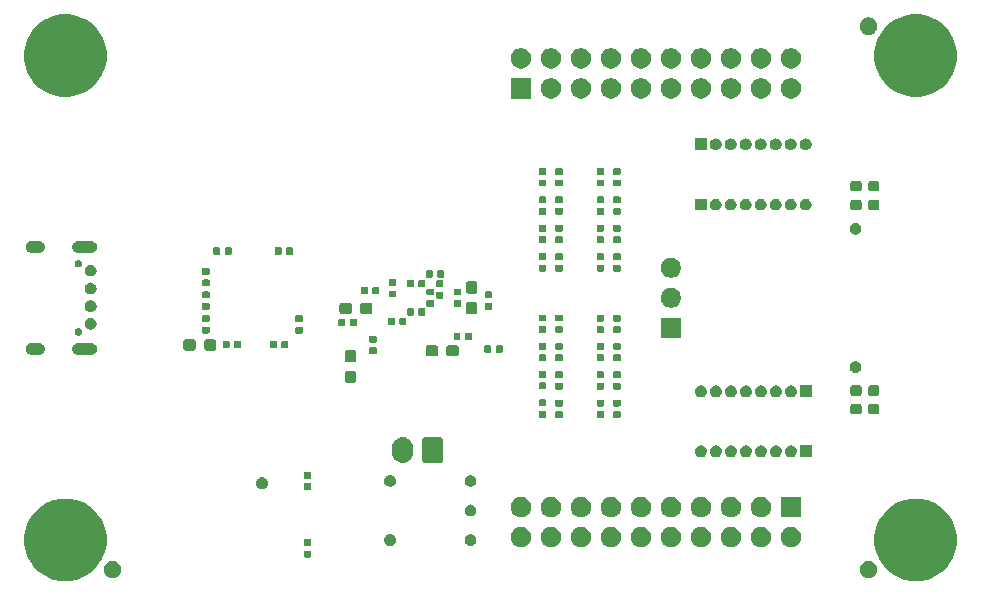
<source format=gbs>
G04 #@! TF.GenerationSoftware,KiCad,Pcbnew,5.1.5-52549c5~84~ubuntu19.10.1*
G04 #@! TF.CreationDate,2020-01-08T01:46:18+01:00*
G04 #@! TF.ProjectId,glasgow,676c6173-676f-4772-9e6b-696361645f70,rev?*
G04 #@! TF.SameCoordinates,Original*
G04 #@! TF.FileFunction,Soldermask,Bot*
G04 #@! TF.FilePolarity,Negative*
%FSLAX46Y46*%
G04 Gerber Fmt 4.6, Leading zero omitted, Abs format (unit mm)*
G04 Created by KiCad (PCBNEW 5.1.5-52549c5~84~ubuntu19.10.1) date 2020-01-08 01:46:18*
%MOMM*%
%LPD*%
G04 APERTURE LIST*
%ADD10C,0.100000*%
G04 APERTURE END LIST*
D10*
G36*
X127020910Y-112634502D02*
G01*
X127657874Y-112898341D01*
X128231119Y-113281371D01*
X128718629Y-113768881D01*
X128942848Y-114104448D01*
X129101660Y-114342128D01*
X129166357Y-114498320D01*
X129365498Y-114979090D01*
X129500000Y-115655278D01*
X129500000Y-116344722D01*
X129365498Y-117020910D01*
X129365497Y-117020912D01*
X129148225Y-117545455D01*
X129101659Y-117657874D01*
X128718629Y-118231119D01*
X128231119Y-118718629D01*
X127657874Y-119101659D01*
X127657873Y-119101660D01*
X127657872Y-119101660D01*
X127369327Y-119221179D01*
X127020910Y-119365498D01*
X126344722Y-119500000D01*
X125655278Y-119500000D01*
X124979090Y-119365498D01*
X124630673Y-119221179D01*
X124342128Y-119101660D01*
X124342127Y-119101660D01*
X124342126Y-119101659D01*
X123768881Y-118718629D01*
X123281371Y-118231119D01*
X122898341Y-117657874D01*
X122851776Y-117545455D01*
X122634503Y-117020912D01*
X122634502Y-117020910D01*
X122500000Y-116344722D01*
X122500000Y-115655278D01*
X122634502Y-114979090D01*
X122833643Y-114498320D01*
X122898340Y-114342128D01*
X123057153Y-114104448D01*
X123281371Y-113768881D01*
X123768881Y-113281371D01*
X124342126Y-112898341D01*
X124979090Y-112634502D01*
X125655278Y-112500000D01*
X126344722Y-112500000D01*
X127020910Y-112634502D01*
G37*
G36*
X55020910Y-112634502D02*
G01*
X55657874Y-112898341D01*
X56231119Y-113281371D01*
X56718629Y-113768881D01*
X56942848Y-114104448D01*
X57101660Y-114342128D01*
X57166357Y-114498320D01*
X57365498Y-114979090D01*
X57500000Y-115655278D01*
X57500000Y-116344722D01*
X57365498Y-117020910D01*
X57365497Y-117020912D01*
X57148225Y-117545455D01*
X57101659Y-117657874D01*
X56718629Y-118231119D01*
X56231119Y-118718629D01*
X55657874Y-119101659D01*
X55657873Y-119101660D01*
X55657872Y-119101660D01*
X55369327Y-119221179D01*
X55020910Y-119365498D01*
X54344722Y-119500000D01*
X53655278Y-119500000D01*
X52979090Y-119365498D01*
X52630673Y-119221179D01*
X52342128Y-119101660D01*
X52342127Y-119101660D01*
X52342126Y-119101659D01*
X51768881Y-118718629D01*
X51281371Y-118231119D01*
X50898341Y-117657874D01*
X50851776Y-117545455D01*
X50634503Y-117020912D01*
X50634502Y-117020910D01*
X50500000Y-116344722D01*
X50500000Y-115655278D01*
X50634502Y-114979090D01*
X50833643Y-114498320D01*
X50898340Y-114342128D01*
X51057153Y-114104448D01*
X51281371Y-113768881D01*
X51768881Y-113281371D01*
X52342126Y-112898341D01*
X52979090Y-112634502D01*
X53655278Y-112500000D01*
X54344722Y-112500000D01*
X55020910Y-112634502D01*
G37*
G36*
X122218763Y-117778821D02*
G01*
X122218764Y-117778821D01*
X122218767Y-117778822D01*
X122355258Y-117835359D01*
X122355259Y-117835360D01*
X122355262Y-117835361D01*
X122478097Y-117917436D01*
X122582564Y-118021903D01*
X122664639Y-118144738D01*
X122664640Y-118144741D01*
X122664641Y-118144742D01*
X122721178Y-118281233D01*
X122721179Y-118281236D01*
X122721179Y-118281237D01*
X122750000Y-118426129D01*
X122750000Y-118573871D01*
X122721179Y-118718763D01*
X122721178Y-118718767D01*
X122664641Y-118855258D01*
X122664639Y-118855262D01*
X122582564Y-118978097D01*
X122478097Y-119082564D01*
X122355262Y-119164639D01*
X122355259Y-119164640D01*
X122355258Y-119164641D01*
X122218767Y-119221178D01*
X122218764Y-119221179D01*
X122218763Y-119221179D01*
X122073871Y-119250000D01*
X121926129Y-119250000D01*
X121781237Y-119221179D01*
X121781236Y-119221179D01*
X121781233Y-119221178D01*
X121644742Y-119164641D01*
X121644741Y-119164640D01*
X121644738Y-119164639D01*
X121521903Y-119082564D01*
X121417436Y-118978097D01*
X121335361Y-118855262D01*
X121335359Y-118855258D01*
X121278822Y-118718767D01*
X121278821Y-118718763D01*
X121250000Y-118573871D01*
X121250000Y-118426129D01*
X121278821Y-118281237D01*
X121278821Y-118281236D01*
X121278822Y-118281233D01*
X121335359Y-118144742D01*
X121335360Y-118144741D01*
X121335361Y-118144738D01*
X121417436Y-118021903D01*
X121521903Y-117917436D01*
X121644738Y-117835361D01*
X121644741Y-117835360D01*
X121644742Y-117835359D01*
X121781233Y-117778822D01*
X121781236Y-117778821D01*
X121781237Y-117778821D01*
X121926129Y-117750000D01*
X122073871Y-117750000D01*
X122218763Y-117778821D01*
G37*
G36*
X58218763Y-117778821D02*
G01*
X58218764Y-117778821D01*
X58218767Y-117778822D01*
X58355258Y-117835359D01*
X58355259Y-117835360D01*
X58355262Y-117835361D01*
X58478097Y-117917436D01*
X58582564Y-118021903D01*
X58664639Y-118144738D01*
X58664640Y-118144741D01*
X58664641Y-118144742D01*
X58721178Y-118281233D01*
X58721179Y-118281236D01*
X58721179Y-118281237D01*
X58750000Y-118426129D01*
X58750000Y-118573871D01*
X58721179Y-118718763D01*
X58721178Y-118718767D01*
X58664641Y-118855258D01*
X58664639Y-118855262D01*
X58582564Y-118978097D01*
X58478097Y-119082564D01*
X58355262Y-119164639D01*
X58355259Y-119164640D01*
X58355258Y-119164641D01*
X58218767Y-119221178D01*
X58218764Y-119221179D01*
X58218763Y-119221179D01*
X58073871Y-119250000D01*
X57926129Y-119250000D01*
X57781237Y-119221179D01*
X57781236Y-119221179D01*
X57781233Y-119221178D01*
X57644742Y-119164641D01*
X57644741Y-119164640D01*
X57644738Y-119164639D01*
X57521903Y-119082564D01*
X57417436Y-118978097D01*
X57335361Y-118855262D01*
X57335359Y-118855258D01*
X57278822Y-118718767D01*
X57278821Y-118718763D01*
X57250000Y-118573871D01*
X57250000Y-118426129D01*
X57278821Y-118281237D01*
X57278821Y-118281236D01*
X57278822Y-118281233D01*
X57335359Y-118144742D01*
X57335360Y-118144741D01*
X57335361Y-118144738D01*
X57417436Y-118021903D01*
X57521903Y-117917436D01*
X57644738Y-117835361D01*
X57644741Y-117835360D01*
X57644742Y-117835359D01*
X57781233Y-117778822D01*
X57781236Y-117778821D01*
X57781237Y-117778821D01*
X57926129Y-117750000D01*
X58073871Y-117750000D01*
X58218763Y-117778821D01*
G37*
G36*
X74719345Y-116907615D02*
G01*
X74742751Y-116914715D01*
X74764326Y-116926248D01*
X74783234Y-116941766D01*
X74798752Y-116960674D01*
X74810285Y-116982249D01*
X74817385Y-117005655D01*
X74820000Y-117032206D01*
X74820000Y-117367794D01*
X74817385Y-117394345D01*
X74810285Y-117417751D01*
X74798752Y-117439326D01*
X74783234Y-117458234D01*
X74764326Y-117473752D01*
X74742751Y-117485285D01*
X74719345Y-117492385D01*
X74692794Y-117495000D01*
X74307206Y-117495000D01*
X74280655Y-117492385D01*
X74257249Y-117485285D01*
X74235674Y-117473752D01*
X74216766Y-117458234D01*
X74201248Y-117439326D01*
X74189715Y-117417751D01*
X74182615Y-117394345D01*
X74180000Y-117367794D01*
X74180000Y-117032206D01*
X74182615Y-117005655D01*
X74189715Y-116982249D01*
X74201248Y-116960674D01*
X74216766Y-116941766D01*
X74235674Y-116926248D01*
X74257249Y-116914715D01*
X74280655Y-116907615D01*
X74307206Y-116905000D01*
X74692794Y-116905000D01*
X74719345Y-116907615D01*
G37*
G36*
X115581795Y-114919675D02*
G01*
X115681903Y-114939587D01*
X115839068Y-115004687D01*
X115980513Y-115099198D01*
X116100802Y-115219487D01*
X116195313Y-115360932D01*
X116260413Y-115518097D01*
X116276704Y-115600000D01*
X116293600Y-115684941D01*
X116293600Y-115855059D01*
X116280325Y-115921795D01*
X116260413Y-116021903D01*
X116195313Y-116179068D01*
X116132306Y-116273365D01*
X116100803Y-116320512D01*
X115980512Y-116440803D01*
X115952609Y-116459447D01*
X115839068Y-116535313D01*
X115681903Y-116600413D01*
X115581795Y-116620325D01*
X115515059Y-116633600D01*
X115344941Y-116633600D01*
X115278205Y-116620325D01*
X115178097Y-116600413D01*
X115020932Y-116535313D01*
X114907391Y-116459447D01*
X114879488Y-116440803D01*
X114759197Y-116320512D01*
X114727694Y-116273365D01*
X114664687Y-116179068D01*
X114599587Y-116021903D01*
X114579675Y-115921795D01*
X114566400Y-115855059D01*
X114566400Y-115684941D01*
X114583296Y-115600000D01*
X114599587Y-115518097D01*
X114664687Y-115360932D01*
X114759198Y-115219487D01*
X114879487Y-115099198D01*
X115020932Y-115004687D01*
X115178097Y-114939587D01*
X115278205Y-114919675D01*
X115344941Y-114906400D01*
X115515059Y-114906400D01*
X115581795Y-114919675D01*
G37*
G36*
X92721795Y-114919675D02*
G01*
X92821903Y-114939587D01*
X92979068Y-115004687D01*
X93120513Y-115099198D01*
X93240802Y-115219487D01*
X93335313Y-115360932D01*
X93400413Y-115518097D01*
X93416704Y-115600000D01*
X93433600Y-115684941D01*
X93433600Y-115855059D01*
X93420325Y-115921795D01*
X93400413Y-116021903D01*
X93335313Y-116179068D01*
X93272306Y-116273365D01*
X93240803Y-116320512D01*
X93120512Y-116440803D01*
X93092609Y-116459447D01*
X92979068Y-116535313D01*
X92821903Y-116600413D01*
X92721795Y-116620325D01*
X92655059Y-116633600D01*
X92484941Y-116633600D01*
X92418205Y-116620325D01*
X92318097Y-116600413D01*
X92160932Y-116535313D01*
X92047391Y-116459447D01*
X92019488Y-116440803D01*
X91899197Y-116320512D01*
X91867694Y-116273365D01*
X91804687Y-116179068D01*
X91739587Y-116021903D01*
X91719675Y-115921795D01*
X91706400Y-115855059D01*
X91706400Y-115684941D01*
X91723296Y-115600000D01*
X91739587Y-115518097D01*
X91804687Y-115360932D01*
X91899198Y-115219487D01*
X92019487Y-115099198D01*
X92160932Y-115004687D01*
X92318097Y-114939587D01*
X92418205Y-114919675D01*
X92484941Y-114906400D01*
X92655059Y-114906400D01*
X92721795Y-114919675D01*
G37*
G36*
X95261795Y-114919675D02*
G01*
X95361903Y-114939587D01*
X95519068Y-115004687D01*
X95660513Y-115099198D01*
X95780802Y-115219487D01*
X95875313Y-115360932D01*
X95940413Y-115518097D01*
X95956704Y-115600000D01*
X95973600Y-115684941D01*
X95973600Y-115855059D01*
X95960325Y-115921795D01*
X95940413Y-116021903D01*
X95875313Y-116179068D01*
X95812306Y-116273365D01*
X95780803Y-116320512D01*
X95660512Y-116440803D01*
X95632609Y-116459447D01*
X95519068Y-116535313D01*
X95361903Y-116600413D01*
X95261795Y-116620325D01*
X95195059Y-116633600D01*
X95024941Y-116633600D01*
X94958205Y-116620325D01*
X94858097Y-116600413D01*
X94700932Y-116535313D01*
X94587391Y-116459447D01*
X94559488Y-116440803D01*
X94439197Y-116320512D01*
X94407694Y-116273365D01*
X94344687Y-116179068D01*
X94279587Y-116021903D01*
X94259675Y-115921795D01*
X94246400Y-115855059D01*
X94246400Y-115684941D01*
X94263296Y-115600000D01*
X94279587Y-115518097D01*
X94344687Y-115360932D01*
X94439198Y-115219487D01*
X94559487Y-115099198D01*
X94700932Y-115004687D01*
X94858097Y-114939587D01*
X94958205Y-114919675D01*
X95024941Y-114906400D01*
X95195059Y-114906400D01*
X95261795Y-114919675D01*
G37*
G36*
X97801795Y-114919675D02*
G01*
X97901903Y-114939587D01*
X98059068Y-115004687D01*
X98200513Y-115099198D01*
X98320802Y-115219487D01*
X98415313Y-115360932D01*
X98480413Y-115518097D01*
X98496704Y-115600000D01*
X98513600Y-115684941D01*
X98513600Y-115855059D01*
X98500325Y-115921795D01*
X98480413Y-116021903D01*
X98415313Y-116179068D01*
X98352306Y-116273365D01*
X98320803Y-116320512D01*
X98200512Y-116440803D01*
X98172609Y-116459447D01*
X98059068Y-116535313D01*
X97901903Y-116600413D01*
X97801795Y-116620325D01*
X97735059Y-116633600D01*
X97564941Y-116633600D01*
X97498205Y-116620325D01*
X97398097Y-116600413D01*
X97240932Y-116535313D01*
X97127391Y-116459447D01*
X97099488Y-116440803D01*
X96979197Y-116320512D01*
X96947694Y-116273365D01*
X96884687Y-116179068D01*
X96819587Y-116021903D01*
X96799675Y-115921795D01*
X96786400Y-115855059D01*
X96786400Y-115684941D01*
X96803296Y-115600000D01*
X96819587Y-115518097D01*
X96884687Y-115360932D01*
X96979198Y-115219487D01*
X97099487Y-115099198D01*
X97240932Y-115004687D01*
X97398097Y-114939587D01*
X97498205Y-114919675D01*
X97564941Y-114906400D01*
X97735059Y-114906400D01*
X97801795Y-114919675D01*
G37*
G36*
X100341795Y-114919675D02*
G01*
X100441903Y-114939587D01*
X100599068Y-115004687D01*
X100740513Y-115099198D01*
X100860802Y-115219487D01*
X100955313Y-115360932D01*
X101020413Y-115518097D01*
X101036704Y-115600000D01*
X101053600Y-115684941D01*
X101053600Y-115855059D01*
X101040325Y-115921795D01*
X101020413Y-116021903D01*
X100955313Y-116179068D01*
X100892306Y-116273365D01*
X100860803Y-116320512D01*
X100740512Y-116440803D01*
X100712609Y-116459447D01*
X100599068Y-116535313D01*
X100441903Y-116600413D01*
X100341795Y-116620325D01*
X100275059Y-116633600D01*
X100104941Y-116633600D01*
X100038205Y-116620325D01*
X99938097Y-116600413D01*
X99780932Y-116535313D01*
X99667391Y-116459447D01*
X99639488Y-116440803D01*
X99519197Y-116320512D01*
X99487694Y-116273365D01*
X99424687Y-116179068D01*
X99359587Y-116021903D01*
X99339675Y-115921795D01*
X99326400Y-115855059D01*
X99326400Y-115684941D01*
X99343296Y-115600000D01*
X99359587Y-115518097D01*
X99424687Y-115360932D01*
X99519198Y-115219487D01*
X99639487Y-115099198D01*
X99780932Y-115004687D01*
X99938097Y-114939587D01*
X100038205Y-114919675D01*
X100104941Y-114906400D01*
X100275059Y-114906400D01*
X100341795Y-114919675D01*
G37*
G36*
X102881795Y-114919675D02*
G01*
X102981903Y-114939587D01*
X103139068Y-115004687D01*
X103280513Y-115099198D01*
X103400802Y-115219487D01*
X103495313Y-115360932D01*
X103560413Y-115518097D01*
X103576704Y-115600000D01*
X103593600Y-115684941D01*
X103593600Y-115855059D01*
X103580325Y-115921795D01*
X103560413Y-116021903D01*
X103495313Y-116179068D01*
X103432306Y-116273365D01*
X103400803Y-116320512D01*
X103280512Y-116440803D01*
X103252609Y-116459447D01*
X103139068Y-116535313D01*
X102981903Y-116600413D01*
X102881795Y-116620325D01*
X102815059Y-116633600D01*
X102644941Y-116633600D01*
X102578205Y-116620325D01*
X102478097Y-116600413D01*
X102320932Y-116535313D01*
X102207391Y-116459447D01*
X102179488Y-116440803D01*
X102059197Y-116320512D01*
X102027694Y-116273365D01*
X101964687Y-116179068D01*
X101899587Y-116021903D01*
X101879675Y-115921795D01*
X101866400Y-115855059D01*
X101866400Y-115684941D01*
X101883296Y-115600000D01*
X101899587Y-115518097D01*
X101964687Y-115360932D01*
X102059198Y-115219487D01*
X102179487Y-115099198D01*
X102320932Y-115004687D01*
X102478097Y-114939587D01*
X102578205Y-114919675D01*
X102644941Y-114906400D01*
X102815059Y-114906400D01*
X102881795Y-114919675D01*
G37*
G36*
X105421795Y-114919675D02*
G01*
X105521903Y-114939587D01*
X105679068Y-115004687D01*
X105820513Y-115099198D01*
X105940802Y-115219487D01*
X106035313Y-115360932D01*
X106100413Y-115518097D01*
X106116704Y-115600000D01*
X106133600Y-115684941D01*
X106133600Y-115855059D01*
X106120325Y-115921795D01*
X106100413Y-116021903D01*
X106035313Y-116179068D01*
X105972306Y-116273365D01*
X105940803Y-116320512D01*
X105820512Y-116440803D01*
X105792609Y-116459447D01*
X105679068Y-116535313D01*
X105521903Y-116600413D01*
X105421795Y-116620325D01*
X105355059Y-116633600D01*
X105184941Y-116633600D01*
X105118205Y-116620325D01*
X105018097Y-116600413D01*
X104860932Y-116535313D01*
X104747391Y-116459447D01*
X104719488Y-116440803D01*
X104599197Y-116320512D01*
X104567694Y-116273365D01*
X104504687Y-116179068D01*
X104439587Y-116021903D01*
X104419675Y-115921795D01*
X104406400Y-115855059D01*
X104406400Y-115684941D01*
X104423296Y-115600000D01*
X104439587Y-115518097D01*
X104504687Y-115360932D01*
X104599198Y-115219487D01*
X104719487Y-115099198D01*
X104860932Y-115004687D01*
X105018097Y-114939587D01*
X105118205Y-114919675D01*
X105184941Y-114906400D01*
X105355059Y-114906400D01*
X105421795Y-114919675D01*
G37*
G36*
X107961795Y-114919675D02*
G01*
X108061903Y-114939587D01*
X108219068Y-115004687D01*
X108360513Y-115099198D01*
X108480802Y-115219487D01*
X108575313Y-115360932D01*
X108640413Y-115518097D01*
X108656704Y-115600000D01*
X108673600Y-115684941D01*
X108673600Y-115855059D01*
X108660325Y-115921795D01*
X108640413Y-116021903D01*
X108575313Y-116179068D01*
X108512306Y-116273365D01*
X108480803Y-116320512D01*
X108360512Y-116440803D01*
X108332609Y-116459447D01*
X108219068Y-116535313D01*
X108061903Y-116600413D01*
X107961795Y-116620325D01*
X107895059Y-116633600D01*
X107724941Y-116633600D01*
X107658205Y-116620325D01*
X107558097Y-116600413D01*
X107400932Y-116535313D01*
X107287391Y-116459447D01*
X107259488Y-116440803D01*
X107139197Y-116320512D01*
X107107694Y-116273365D01*
X107044687Y-116179068D01*
X106979587Y-116021903D01*
X106959675Y-115921795D01*
X106946400Y-115855059D01*
X106946400Y-115684941D01*
X106963296Y-115600000D01*
X106979587Y-115518097D01*
X107044687Y-115360932D01*
X107139198Y-115219487D01*
X107259487Y-115099198D01*
X107400932Y-115004687D01*
X107558097Y-114939587D01*
X107658205Y-114919675D01*
X107724941Y-114906400D01*
X107895059Y-114906400D01*
X107961795Y-114919675D01*
G37*
G36*
X110501795Y-114919675D02*
G01*
X110601903Y-114939587D01*
X110759068Y-115004687D01*
X110900513Y-115099198D01*
X111020802Y-115219487D01*
X111115313Y-115360932D01*
X111180413Y-115518097D01*
X111196704Y-115600000D01*
X111213600Y-115684941D01*
X111213600Y-115855059D01*
X111200325Y-115921795D01*
X111180413Y-116021903D01*
X111115313Y-116179068D01*
X111052306Y-116273365D01*
X111020803Y-116320512D01*
X110900512Y-116440803D01*
X110872609Y-116459447D01*
X110759068Y-116535313D01*
X110601903Y-116600413D01*
X110501795Y-116620325D01*
X110435059Y-116633600D01*
X110264941Y-116633600D01*
X110198205Y-116620325D01*
X110098097Y-116600413D01*
X109940932Y-116535313D01*
X109827391Y-116459447D01*
X109799488Y-116440803D01*
X109679197Y-116320512D01*
X109647694Y-116273365D01*
X109584687Y-116179068D01*
X109519587Y-116021903D01*
X109499675Y-115921795D01*
X109486400Y-115855059D01*
X109486400Y-115684941D01*
X109503296Y-115600000D01*
X109519587Y-115518097D01*
X109584687Y-115360932D01*
X109679198Y-115219487D01*
X109799487Y-115099198D01*
X109940932Y-115004687D01*
X110098097Y-114939587D01*
X110198205Y-114919675D01*
X110264941Y-114906400D01*
X110435059Y-114906400D01*
X110501795Y-114919675D01*
G37*
G36*
X113041795Y-114919675D02*
G01*
X113141903Y-114939587D01*
X113299068Y-115004687D01*
X113440513Y-115099198D01*
X113560802Y-115219487D01*
X113655313Y-115360932D01*
X113720413Y-115518097D01*
X113736704Y-115600000D01*
X113753600Y-115684941D01*
X113753600Y-115855059D01*
X113740325Y-115921795D01*
X113720413Y-116021903D01*
X113655313Y-116179068D01*
X113592306Y-116273365D01*
X113560803Y-116320512D01*
X113440512Y-116440803D01*
X113412609Y-116459447D01*
X113299068Y-116535313D01*
X113141903Y-116600413D01*
X113041795Y-116620325D01*
X112975059Y-116633600D01*
X112804941Y-116633600D01*
X112738205Y-116620325D01*
X112638097Y-116600413D01*
X112480932Y-116535313D01*
X112367391Y-116459447D01*
X112339488Y-116440803D01*
X112219197Y-116320512D01*
X112187694Y-116273365D01*
X112124687Y-116179068D01*
X112059587Y-116021903D01*
X112039675Y-115921795D01*
X112026400Y-115855059D01*
X112026400Y-115684941D01*
X112043296Y-115600000D01*
X112059587Y-115518097D01*
X112124687Y-115360932D01*
X112219198Y-115219487D01*
X112339487Y-115099198D01*
X112480932Y-115004687D01*
X112638097Y-114939587D01*
X112738205Y-114919675D01*
X112804941Y-114906400D01*
X112975059Y-114906400D01*
X113041795Y-114919675D01*
G37*
G36*
X74719345Y-115937615D02*
G01*
X74742751Y-115944715D01*
X74764326Y-115956248D01*
X74783234Y-115971766D01*
X74798752Y-115990674D01*
X74810285Y-116012249D01*
X74817385Y-116035655D01*
X74820000Y-116062206D01*
X74820000Y-116397794D01*
X74817385Y-116424345D01*
X74810285Y-116447751D01*
X74798752Y-116469326D01*
X74783234Y-116488234D01*
X74764326Y-116503752D01*
X74742751Y-116515285D01*
X74719345Y-116522385D01*
X74692794Y-116525000D01*
X74307206Y-116525000D01*
X74280655Y-116522385D01*
X74257249Y-116515285D01*
X74235674Y-116503752D01*
X74216766Y-116488234D01*
X74201248Y-116469326D01*
X74189715Y-116447751D01*
X74182615Y-116424345D01*
X74180000Y-116397794D01*
X74180000Y-116062206D01*
X74182615Y-116035655D01*
X74189715Y-116012249D01*
X74201248Y-115990674D01*
X74216766Y-115971766D01*
X74235674Y-115956248D01*
X74257249Y-115944715D01*
X74280655Y-115937615D01*
X74307206Y-115935000D01*
X74692794Y-115935000D01*
X74719345Y-115937615D01*
G37*
G36*
X88445842Y-115519214D02*
G01*
X88445844Y-115519215D01*
X88445845Y-115519215D01*
X88536839Y-115556906D01*
X88536841Y-115556907D01*
X88618731Y-115611624D01*
X88688376Y-115681269D01*
X88743093Y-115763159D01*
X88780786Y-115854158D01*
X88800000Y-115950752D01*
X88800000Y-116049248D01*
X88786588Y-116116676D01*
X88780785Y-116145845D01*
X88767023Y-116179070D01*
X88743093Y-116236841D01*
X88688376Y-116318731D01*
X88618731Y-116388376D01*
X88536841Y-116443093D01*
X88536840Y-116443094D01*
X88536839Y-116443094D01*
X88445845Y-116480785D01*
X88445844Y-116480785D01*
X88445842Y-116480786D01*
X88349248Y-116500000D01*
X88250752Y-116500000D01*
X88154158Y-116480786D01*
X88154156Y-116480785D01*
X88154155Y-116480785D01*
X88063161Y-116443094D01*
X88063160Y-116443094D01*
X88063159Y-116443093D01*
X87981269Y-116388376D01*
X87911624Y-116318731D01*
X87856907Y-116236841D01*
X87832977Y-116179070D01*
X87819215Y-116145845D01*
X87813413Y-116116676D01*
X87800000Y-116049248D01*
X87800000Y-115950752D01*
X87819214Y-115854158D01*
X87856907Y-115763159D01*
X87911624Y-115681269D01*
X87981269Y-115611624D01*
X88063159Y-115556907D01*
X88063161Y-115556906D01*
X88154155Y-115519215D01*
X88154156Y-115519215D01*
X88154158Y-115519214D01*
X88250752Y-115500000D01*
X88349248Y-115500000D01*
X88445842Y-115519214D01*
G37*
G36*
X81645842Y-115519214D02*
G01*
X81645844Y-115519215D01*
X81645845Y-115519215D01*
X81736839Y-115556906D01*
X81736841Y-115556907D01*
X81818731Y-115611624D01*
X81888376Y-115681269D01*
X81943093Y-115763159D01*
X81980786Y-115854158D01*
X82000000Y-115950752D01*
X82000000Y-116049248D01*
X81986588Y-116116676D01*
X81980785Y-116145845D01*
X81967023Y-116179070D01*
X81943093Y-116236841D01*
X81888376Y-116318731D01*
X81818731Y-116388376D01*
X81736841Y-116443093D01*
X81736840Y-116443094D01*
X81736839Y-116443094D01*
X81645845Y-116480785D01*
X81645844Y-116480785D01*
X81645842Y-116480786D01*
X81549248Y-116500000D01*
X81450752Y-116500000D01*
X81354158Y-116480786D01*
X81354156Y-116480785D01*
X81354155Y-116480785D01*
X81263161Y-116443094D01*
X81263160Y-116443094D01*
X81263159Y-116443093D01*
X81181269Y-116388376D01*
X81111624Y-116318731D01*
X81056907Y-116236841D01*
X81032977Y-116179070D01*
X81019215Y-116145845D01*
X81013413Y-116116676D01*
X81000000Y-116049248D01*
X81000000Y-115950752D01*
X81019214Y-115854158D01*
X81056907Y-115763159D01*
X81111624Y-115681269D01*
X81181269Y-115611624D01*
X81263159Y-115556907D01*
X81263161Y-115556906D01*
X81354155Y-115519215D01*
X81354156Y-115519215D01*
X81354158Y-115519214D01*
X81450752Y-115500000D01*
X81549248Y-115500000D01*
X81645842Y-115519214D01*
G37*
G36*
X95261795Y-112379675D02*
G01*
X95361903Y-112399587D01*
X95519068Y-112464687D01*
X95660513Y-112559198D01*
X95780802Y-112679487D01*
X95875313Y-112820932D01*
X95940413Y-112978097D01*
X95948852Y-113020525D01*
X95973600Y-113144941D01*
X95973600Y-113315059D01*
X95960325Y-113381795D01*
X95940413Y-113481903D01*
X95875313Y-113639068D01*
X95844154Y-113685700D01*
X95788575Y-113768881D01*
X95780802Y-113780513D01*
X95660513Y-113900802D01*
X95519068Y-113995313D01*
X95361903Y-114060413D01*
X95261795Y-114080325D01*
X95195059Y-114093600D01*
X95024941Y-114093600D01*
X94958205Y-114080325D01*
X94858097Y-114060413D01*
X94700932Y-113995313D01*
X94559487Y-113900802D01*
X94439198Y-113780513D01*
X94431426Y-113768881D01*
X94375846Y-113685700D01*
X94344687Y-113639068D01*
X94279587Y-113481903D01*
X94259675Y-113381795D01*
X94246400Y-113315059D01*
X94246400Y-113144941D01*
X94271148Y-113020525D01*
X94279587Y-112978097D01*
X94344687Y-112820932D01*
X94439198Y-112679487D01*
X94559487Y-112559198D01*
X94700932Y-112464687D01*
X94858097Y-112399587D01*
X94958205Y-112379675D01*
X95024941Y-112366400D01*
X95195059Y-112366400D01*
X95261795Y-112379675D01*
G37*
G36*
X107961795Y-112379675D02*
G01*
X108061903Y-112399587D01*
X108219068Y-112464687D01*
X108360513Y-112559198D01*
X108480802Y-112679487D01*
X108575313Y-112820932D01*
X108640413Y-112978097D01*
X108648852Y-113020525D01*
X108673600Y-113144941D01*
X108673600Y-113315059D01*
X108660325Y-113381795D01*
X108640413Y-113481903D01*
X108575313Y-113639068D01*
X108544154Y-113685700D01*
X108488575Y-113768881D01*
X108480802Y-113780513D01*
X108360513Y-113900802D01*
X108219068Y-113995313D01*
X108061903Y-114060413D01*
X107961795Y-114080325D01*
X107895059Y-114093600D01*
X107724941Y-114093600D01*
X107658205Y-114080325D01*
X107558097Y-114060413D01*
X107400932Y-113995313D01*
X107259487Y-113900802D01*
X107139198Y-113780513D01*
X107131426Y-113768881D01*
X107075846Y-113685700D01*
X107044687Y-113639068D01*
X106979587Y-113481903D01*
X106959675Y-113381795D01*
X106946400Y-113315059D01*
X106946400Y-113144941D01*
X106971148Y-113020525D01*
X106979587Y-112978097D01*
X107044687Y-112820932D01*
X107139198Y-112679487D01*
X107259487Y-112559198D01*
X107400932Y-112464687D01*
X107558097Y-112399587D01*
X107658205Y-112379675D01*
X107724941Y-112366400D01*
X107895059Y-112366400D01*
X107961795Y-112379675D01*
G37*
G36*
X92721795Y-112379675D02*
G01*
X92821903Y-112399587D01*
X92979068Y-112464687D01*
X93120513Y-112559198D01*
X93240802Y-112679487D01*
X93335313Y-112820932D01*
X93400413Y-112978097D01*
X93408852Y-113020525D01*
X93433600Y-113144941D01*
X93433600Y-113315059D01*
X93420325Y-113381795D01*
X93400413Y-113481903D01*
X93335313Y-113639068D01*
X93304154Y-113685700D01*
X93248575Y-113768881D01*
X93240802Y-113780513D01*
X93120513Y-113900802D01*
X92979068Y-113995313D01*
X92821903Y-114060413D01*
X92721795Y-114080325D01*
X92655059Y-114093600D01*
X92484941Y-114093600D01*
X92418205Y-114080325D01*
X92318097Y-114060413D01*
X92160932Y-113995313D01*
X92019487Y-113900802D01*
X91899198Y-113780513D01*
X91891426Y-113768881D01*
X91835846Y-113685700D01*
X91804687Y-113639068D01*
X91739587Y-113481903D01*
X91719675Y-113381795D01*
X91706400Y-113315059D01*
X91706400Y-113144941D01*
X91731148Y-113020525D01*
X91739587Y-112978097D01*
X91804687Y-112820932D01*
X91899198Y-112679487D01*
X92019487Y-112559198D01*
X92160932Y-112464687D01*
X92318097Y-112399587D01*
X92418205Y-112379675D01*
X92484941Y-112366400D01*
X92655059Y-112366400D01*
X92721795Y-112379675D01*
G37*
G36*
X116293600Y-114093600D02*
G01*
X114566400Y-114093600D01*
X114566400Y-112366400D01*
X116293600Y-112366400D01*
X116293600Y-114093600D01*
G37*
G36*
X113041795Y-112379675D02*
G01*
X113141903Y-112399587D01*
X113299068Y-112464687D01*
X113440513Y-112559198D01*
X113560802Y-112679487D01*
X113655313Y-112820932D01*
X113720413Y-112978097D01*
X113728852Y-113020525D01*
X113753600Y-113144941D01*
X113753600Y-113315059D01*
X113740325Y-113381795D01*
X113720413Y-113481903D01*
X113655313Y-113639068D01*
X113624154Y-113685700D01*
X113568575Y-113768881D01*
X113560802Y-113780513D01*
X113440513Y-113900802D01*
X113299068Y-113995313D01*
X113141903Y-114060413D01*
X113041795Y-114080325D01*
X112975059Y-114093600D01*
X112804941Y-114093600D01*
X112738205Y-114080325D01*
X112638097Y-114060413D01*
X112480932Y-113995313D01*
X112339487Y-113900802D01*
X112219198Y-113780513D01*
X112211426Y-113768881D01*
X112155846Y-113685700D01*
X112124687Y-113639068D01*
X112059587Y-113481903D01*
X112039675Y-113381795D01*
X112026400Y-113315059D01*
X112026400Y-113144941D01*
X112051148Y-113020525D01*
X112059587Y-112978097D01*
X112124687Y-112820932D01*
X112219198Y-112679487D01*
X112339487Y-112559198D01*
X112480932Y-112464687D01*
X112638097Y-112399587D01*
X112738205Y-112379675D01*
X112804941Y-112366400D01*
X112975059Y-112366400D01*
X113041795Y-112379675D01*
G37*
G36*
X110501795Y-112379675D02*
G01*
X110601903Y-112399587D01*
X110759068Y-112464687D01*
X110900513Y-112559198D01*
X111020802Y-112679487D01*
X111115313Y-112820932D01*
X111180413Y-112978097D01*
X111188852Y-113020525D01*
X111213600Y-113144941D01*
X111213600Y-113315059D01*
X111200325Y-113381795D01*
X111180413Y-113481903D01*
X111115313Y-113639068D01*
X111084154Y-113685700D01*
X111028575Y-113768881D01*
X111020802Y-113780513D01*
X110900513Y-113900802D01*
X110759068Y-113995313D01*
X110601903Y-114060413D01*
X110501795Y-114080325D01*
X110435059Y-114093600D01*
X110264941Y-114093600D01*
X110198205Y-114080325D01*
X110098097Y-114060413D01*
X109940932Y-113995313D01*
X109799487Y-113900802D01*
X109679198Y-113780513D01*
X109671426Y-113768881D01*
X109615846Y-113685700D01*
X109584687Y-113639068D01*
X109519587Y-113481903D01*
X109499675Y-113381795D01*
X109486400Y-113315059D01*
X109486400Y-113144941D01*
X109511148Y-113020525D01*
X109519587Y-112978097D01*
X109584687Y-112820932D01*
X109679198Y-112679487D01*
X109799487Y-112559198D01*
X109940932Y-112464687D01*
X110098097Y-112399587D01*
X110198205Y-112379675D01*
X110264941Y-112366400D01*
X110435059Y-112366400D01*
X110501795Y-112379675D01*
G37*
G36*
X105421795Y-112379675D02*
G01*
X105521903Y-112399587D01*
X105679068Y-112464687D01*
X105820513Y-112559198D01*
X105940802Y-112679487D01*
X106035313Y-112820932D01*
X106100413Y-112978097D01*
X106108852Y-113020525D01*
X106133600Y-113144941D01*
X106133600Y-113315059D01*
X106120325Y-113381795D01*
X106100413Y-113481903D01*
X106035313Y-113639068D01*
X106004154Y-113685700D01*
X105948575Y-113768881D01*
X105940802Y-113780513D01*
X105820513Y-113900802D01*
X105679068Y-113995313D01*
X105521903Y-114060413D01*
X105421795Y-114080325D01*
X105355059Y-114093600D01*
X105184941Y-114093600D01*
X105118205Y-114080325D01*
X105018097Y-114060413D01*
X104860932Y-113995313D01*
X104719487Y-113900802D01*
X104599198Y-113780513D01*
X104591426Y-113768881D01*
X104535846Y-113685700D01*
X104504687Y-113639068D01*
X104439587Y-113481903D01*
X104419675Y-113381795D01*
X104406400Y-113315059D01*
X104406400Y-113144941D01*
X104431148Y-113020525D01*
X104439587Y-112978097D01*
X104504687Y-112820932D01*
X104599198Y-112679487D01*
X104719487Y-112559198D01*
X104860932Y-112464687D01*
X105018097Y-112399587D01*
X105118205Y-112379675D01*
X105184941Y-112366400D01*
X105355059Y-112366400D01*
X105421795Y-112379675D01*
G37*
G36*
X102881795Y-112379675D02*
G01*
X102981903Y-112399587D01*
X103139068Y-112464687D01*
X103280513Y-112559198D01*
X103400802Y-112679487D01*
X103495313Y-112820932D01*
X103560413Y-112978097D01*
X103568852Y-113020525D01*
X103593600Y-113144941D01*
X103593600Y-113315059D01*
X103580325Y-113381795D01*
X103560413Y-113481903D01*
X103495313Y-113639068D01*
X103464154Y-113685700D01*
X103408575Y-113768881D01*
X103400802Y-113780513D01*
X103280513Y-113900802D01*
X103139068Y-113995313D01*
X102981903Y-114060413D01*
X102881795Y-114080325D01*
X102815059Y-114093600D01*
X102644941Y-114093600D01*
X102578205Y-114080325D01*
X102478097Y-114060413D01*
X102320932Y-113995313D01*
X102179487Y-113900802D01*
X102059198Y-113780513D01*
X102051426Y-113768881D01*
X101995846Y-113685700D01*
X101964687Y-113639068D01*
X101899587Y-113481903D01*
X101879675Y-113381795D01*
X101866400Y-113315059D01*
X101866400Y-113144941D01*
X101891148Y-113020525D01*
X101899587Y-112978097D01*
X101964687Y-112820932D01*
X102059198Y-112679487D01*
X102179487Y-112559198D01*
X102320932Y-112464687D01*
X102478097Y-112399587D01*
X102578205Y-112379675D01*
X102644941Y-112366400D01*
X102815059Y-112366400D01*
X102881795Y-112379675D01*
G37*
G36*
X100341795Y-112379675D02*
G01*
X100441903Y-112399587D01*
X100599068Y-112464687D01*
X100740513Y-112559198D01*
X100860802Y-112679487D01*
X100955313Y-112820932D01*
X101020413Y-112978097D01*
X101028852Y-113020525D01*
X101053600Y-113144941D01*
X101053600Y-113315059D01*
X101040325Y-113381795D01*
X101020413Y-113481903D01*
X100955313Y-113639068D01*
X100924154Y-113685700D01*
X100868575Y-113768881D01*
X100860802Y-113780513D01*
X100740513Y-113900802D01*
X100599068Y-113995313D01*
X100441903Y-114060413D01*
X100341795Y-114080325D01*
X100275059Y-114093600D01*
X100104941Y-114093600D01*
X100038205Y-114080325D01*
X99938097Y-114060413D01*
X99780932Y-113995313D01*
X99639487Y-113900802D01*
X99519198Y-113780513D01*
X99511426Y-113768881D01*
X99455846Y-113685700D01*
X99424687Y-113639068D01*
X99359587Y-113481903D01*
X99339675Y-113381795D01*
X99326400Y-113315059D01*
X99326400Y-113144941D01*
X99351148Y-113020525D01*
X99359587Y-112978097D01*
X99424687Y-112820932D01*
X99519198Y-112679487D01*
X99639487Y-112559198D01*
X99780932Y-112464687D01*
X99938097Y-112399587D01*
X100038205Y-112379675D01*
X100104941Y-112366400D01*
X100275059Y-112366400D01*
X100341795Y-112379675D01*
G37*
G36*
X97801795Y-112379675D02*
G01*
X97901903Y-112399587D01*
X98059068Y-112464687D01*
X98200513Y-112559198D01*
X98320802Y-112679487D01*
X98415313Y-112820932D01*
X98480413Y-112978097D01*
X98488852Y-113020525D01*
X98513600Y-113144941D01*
X98513600Y-113315059D01*
X98500325Y-113381795D01*
X98480413Y-113481903D01*
X98415313Y-113639068D01*
X98384154Y-113685700D01*
X98328575Y-113768881D01*
X98320802Y-113780513D01*
X98200513Y-113900802D01*
X98059068Y-113995313D01*
X97901903Y-114060413D01*
X97801795Y-114080325D01*
X97735059Y-114093600D01*
X97564941Y-114093600D01*
X97498205Y-114080325D01*
X97398097Y-114060413D01*
X97240932Y-113995313D01*
X97099487Y-113900802D01*
X96979198Y-113780513D01*
X96971426Y-113768881D01*
X96915846Y-113685700D01*
X96884687Y-113639068D01*
X96819587Y-113481903D01*
X96799675Y-113381795D01*
X96786400Y-113315059D01*
X96786400Y-113144941D01*
X96811148Y-113020525D01*
X96819587Y-112978097D01*
X96884687Y-112820932D01*
X96979198Y-112679487D01*
X97099487Y-112559198D01*
X97240932Y-112464687D01*
X97398097Y-112399587D01*
X97498205Y-112379675D01*
X97564941Y-112366400D01*
X97735059Y-112366400D01*
X97801795Y-112379675D01*
G37*
G36*
X88445842Y-113019214D02*
G01*
X88445844Y-113019215D01*
X88445845Y-113019215D01*
X88536839Y-113056906D01*
X88536841Y-113056907D01*
X88618731Y-113111624D01*
X88688376Y-113181269D01*
X88743093Y-113263159D01*
X88780786Y-113354158D01*
X88800000Y-113450752D01*
X88800000Y-113549248D01*
X88780786Y-113645842D01*
X88743093Y-113736841D01*
X88688376Y-113818731D01*
X88618731Y-113888376D01*
X88536841Y-113943093D01*
X88536840Y-113943094D01*
X88536839Y-113943094D01*
X88445845Y-113980785D01*
X88445844Y-113980785D01*
X88445842Y-113980786D01*
X88349248Y-114000000D01*
X88250752Y-114000000D01*
X88154158Y-113980786D01*
X88154156Y-113980785D01*
X88154155Y-113980785D01*
X88063161Y-113943094D01*
X88063160Y-113943094D01*
X88063159Y-113943093D01*
X87981269Y-113888376D01*
X87911624Y-113818731D01*
X87856907Y-113736841D01*
X87819214Y-113645842D01*
X87800000Y-113549248D01*
X87800000Y-113450752D01*
X87819214Y-113354158D01*
X87856907Y-113263159D01*
X87911624Y-113181269D01*
X87981269Y-113111624D01*
X88063159Y-113056907D01*
X88063161Y-113056906D01*
X88154155Y-113019215D01*
X88154156Y-113019215D01*
X88154158Y-113019214D01*
X88250752Y-113000000D01*
X88349248Y-113000000D01*
X88445842Y-113019214D01*
G37*
G36*
X74719345Y-111207615D02*
G01*
X74742751Y-111214715D01*
X74764326Y-111226248D01*
X74783234Y-111241766D01*
X74798752Y-111260674D01*
X74810285Y-111282249D01*
X74817385Y-111305655D01*
X74820000Y-111332206D01*
X74820000Y-111667794D01*
X74817385Y-111694345D01*
X74810285Y-111717751D01*
X74798752Y-111739326D01*
X74783234Y-111758234D01*
X74764326Y-111773752D01*
X74742751Y-111785285D01*
X74719345Y-111792385D01*
X74692794Y-111795000D01*
X74307206Y-111795000D01*
X74280655Y-111792385D01*
X74257249Y-111785285D01*
X74235674Y-111773752D01*
X74216766Y-111758234D01*
X74201248Y-111739326D01*
X74189715Y-111717751D01*
X74182615Y-111694345D01*
X74180000Y-111667794D01*
X74180000Y-111332206D01*
X74182615Y-111305655D01*
X74189715Y-111282249D01*
X74201248Y-111260674D01*
X74216766Y-111241766D01*
X74235674Y-111226248D01*
X74257249Y-111214715D01*
X74280655Y-111207615D01*
X74307206Y-111205000D01*
X74692794Y-111205000D01*
X74719345Y-111207615D01*
G37*
G36*
X70795842Y-110719214D02*
G01*
X70795844Y-110719215D01*
X70795845Y-110719215D01*
X70886839Y-110756906D01*
X70886841Y-110756907D01*
X70968731Y-110811624D01*
X71038376Y-110881269D01*
X71084804Y-110950754D01*
X71093094Y-110963161D01*
X71128752Y-111049246D01*
X71130786Y-111054158D01*
X71150000Y-111150752D01*
X71150000Y-111249248D01*
X71130786Y-111345842D01*
X71093093Y-111436841D01*
X71038376Y-111518731D01*
X70968731Y-111588376D01*
X70886841Y-111643093D01*
X70886840Y-111643094D01*
X70886839Y-111643094D01*
X70795845Y-111680785D01*
X70795844Y-111680785D01*
X70795842Y-111680786D01*
X70699248Y-111700000D01*
X70600752Y-111700000D01*
X70504158Y-111680786D01*
X70504156Y-111680785D01*
X70504155Y-111680785D01*
X70413161Y-111643094D01*
X70413160Y-111643094D01*
X70413159Y-111643093D01*
X70331269Y-111588376D01*
X70261624Y-111518731D01*
X70206907Y-111436841D01*
X70169214Y-111345842D01*
X70150000Y-111249248D01*
X70150000Y-111150752D01*
X70169214Y-111054158D01*
X70171249Y-111049246D01*
X70206906Y-110963161D01*
X70215196Y-110950754D01*
X70261624Y-110881269D01*
X70331269Y-110811624D01*
X70413159Y-110756907D01*
X70413161Y-110756906D01*
X70504155Y-110719215D01*
X70504156Y-110719215D01*
X70504158Y-110719214D01*
X70600752Y-110700000D01*
X70699248Y-110700000D01*
X70795842Y-110719214D01*
G37*
G36*
X81645842Y-110519214D02*
G01*
X81645844Y-110519215D01*
X81645845Y-110519215D01*
X81736839Y-110556906D01*
X81736841Y-110556907D01*
X81818731Y-110611624D01*
X81888376Y-110681269D01*
X81943093Y-110763159D01*
X81943094Y-110763161D01*
X81968709Y-110825000D01*
X81980786Y-110854158D01*
X82000000Y-110950752D01*
X82000000Y-111049246D01*
X81980785Y-111145845D01*
X81943094Y-111236839D01*
X81943093Y-111236841D01*
X81888376Y-111318731D01*
X81818731Y-111388376D01*
X81736841Y-111443093D01*
X81736840Y-111443094D01*
X81736839Y-111443094D01*
X81645845Y-111480785D01*
X81645844Y-111480785D01*
X81645842Y-111480786D01*
X81549248Y-111500000D01*
X81450752Y-111500000D01*
X81354158Y-111480786D01*
X81354156Y-111480785D01*
X81354155Y-111480785D01*
X81263161Y-111443094D01*
X81263160Y-111443094D01*
X81263159Y-111443093D01*
X81181269Y-111388376D01*
X81111624Y-111318731D01*
X81056907Y-111236841D01*
X81056906Y-111236839D01*
X81019215Y-111145845D01*
X81000000Y-111049246D01*
X81000000Y-110950752D01*
X81019214Y-110854158D01*
X81031292Y-110825000D01*
X81056906Y-110763161D01*
X81056907Y-110763159D01*
X81111624Y-110681269D01*
X81181269Y-110611624D01*
X81263159Y-110556907D01*
X81263161Y-110556906D01*
X81354155Y-110519215D01*
X81354156Y-110519215D01*
X81354158Y-110519214D01*
X81450752Y-110500000D01*
X81549248Y-110500000D01*
X81645842Y-110519214D01*
G37*
G36*
X88445842Y-110519214D02*
G01*
X88445844Y-110519215D01*
X88445845Y-110519215D01*
X88536839Y-110556906D01*
X88536841Y-110556907D01*
X88618731Y-110611624D01*
X88688376Y-110681269D01*
X88743093Y-110763159D01*
X88743094Y-110763161D01*
X88768709Y-110825000D01*
X88780786Y-110854158D01*
X88800000Y-110950752D01*
X88800000Y-111049246D01*
X88780785Y-111145845D01*
X88743094Y-111236839D01*
X88743093Y-111236841D01*
X88688376Y-111318731D01*
X88618731Y-111388376D01*
X88536841Y-111443093D01*
X88536840Y-111443094D01*
X88536839Y-111443094D01*
X88445845Y-111480785D01*
X88445844Y-111480785D01*
X88445842Y-111480786D01*
X88349248Y-111500000D01*
X88250752Y-111500000D01*
X88154158Y-111480786D01*
X88154156Y-111480785D01*
X88154155Y-111480785D01*
X88063161Y-111443094D01*
X88063160Y-111443094D01*
X88063159Y-111443093D01*
X87981269Y-111388376D01*
X87911624Y-111318731D01*
X87856907Y-111236841D01*
X87856906Y-111236839D01*
X87819215Y-111145845D01*
X87800000Y-111049246D01*
X87800000Y-110950752D01*
X87819214Y-110854158D01*
X87831292Y-110825000D01*
X87856906Y-110763161D01*
X87856907Y-110763159D01*
X87911624Y-110681269D01*
X87981269Y-110611624D01*
X88063159Y-110556907D01*
X88063161Y-110556906D01*
X88154155Y-110519215D01*
X88154156Y-110519215D01*
X88154158Y-110519214D01*
X88250752Y-110500000D01*
X88349248Y-110500000D01*
X88445842Y-110519214D01*
G37*
G36*
X74719345Y-110237615D02*
G01*
X74742751Y-110244715D01*
X74764326Y-110256248D01*
X74783234Y-110271766D01*
X74798752Y-110290674D01*
X74810285Y-110312249D01*
X74817385Y-110335655D01*
X74820000Y-110362206D01*
X74820000Y-110697794D01*
X74817385Y-110724345D01*
X74810285Y-110747751D01*
X74798752Y-110769326D01*
X74783234Y-110788234D01*
X74764326Y-110803752D01*
X74742751Y-110815285D01*
X74719345Y-110822385D01*
X74692794Y-110825000D01*
X74307206Y-110825000D01*
X74280655Y-110822385D01*
X74257249Y-110815285D01*
X74235674Y-110803752D01*
X74216766Y-110788234D01*
X74201248Y-110769326D01*
X74189715Y-110747751D01*
X74182615Y-110724345D01*
X74180000Y-110697794D01*
X74180000Y-110362206D01*
X74182615Y-110335655D01*
X74189715Y-110312249D01*
X74201248Y-110290674D01*
X74216766Y-110271766D01*
X74235674Y-110256248D01*
X74257249Y-110244715D01*
X74280655Y-110237615D01*
X74307206Y-110235000D01*
X74692794Y-110235000D01*
X74719345Y-110237615D01*
G37*
G36*
X82730551Y-107312589D02*
G01*
X82894542Y-107362334D01*
X83045685Y-107443121D01*
X83178159Y-107551841D01*
X83286879Y-107684315D01*
X83367666Y-107835458D01*
X83417411Y-107999449D01*
X83430000Y-108127262D01*
X83430000Y-108672739D01*
X83417411Y-108800551D01*
X83367666Y-108964542D01*
X83286879Y-109115685D01*
X83178159Y-109248159D01*
X83045684Y-109356878D01*
X82894541Y-109437666D01*
X82730550Y-109487411D01*
X82560000Y-109504210D01*
X82389449Y-109487411D01*
X82225458Y-109437666D01*
X82074315Y-109356879D01*
X81941841Y-109248159D01*
X81833122Y-109115684D01*
X81752334Y-108964541D01*
X81702589Y-108800550D01*
X81690000Y-108672738D01*
X81690000Y-108127261D01*
X81702589Y-107999449D01*
X81752334Y-107835460D01*
X81752335Y-107835458D01*
X81752336Y-107835455D01*
X81833122Y-107684316D01*
X81941842Y-107551841D01*
X81980471Y-107520139D01*
X82074316Y-107443121D01*
X82225459Y-107362334D01*
X82389450Y-107312589D01*
X82560000Y-107295790D01*
X82730551Y-107312589D01*
G37*
G36*
X85794544Y-107304401D02*
G01*
X85835383Y-107316789D01*
X85873025Y-107336910D01*
X85906016Y-107363984D01*
X85933090Y-107396975D01*
X85953211Y-107434617D01*
X85965599Y-107475456D01*
X85970000Y-107520139D01*
X85970000Y-109279861D01*
X85965599Y-109324544D01*
X85953211Y-109365383D01*
X85933090Y-109403025D01*
X85906016Y-109436016D01*
X85873025Y-109463090D01*
X85835383Y-109483211D01*
X85794544Y-109495599D01*
X85749861Y-109500000D01*
X84450139Y-109500000D01*
X84405456Y-109495599D01*
X84364617Y-109483211D01*
X84326975Y-109463090D01*
X84293984Y-109436016D01*
X84266910Y-109403025D01*
X84246789Y-109365383D01*
X84234401Y-109324544D01*
X84230000Y-109279861D01*
X84230000Y-107520139D01*
X84234401Y-107475456D01*
X84246789Y-107434617D01*
X84266910Y-107396975D01*
X84293984Y-107363984D01*
X84326975Y-107336910D01*
X84364617Y-107316789D01*
X84405456Y-107304401D01*
X84450139Y-107300000D01*
X85749861Y-107300000D01*
X85794544Y-107304401D01*
G37*
G36*
X114305842Y-108019214D02*
G01*
X114305844Y-108019215D01*
X114305845Y-108019215D01*
X114396839Y-108056906D01*
X114396841Y-108056907D01*
X114478731Y-108111624D01*
X114548376Y-108181269D01*
X114603093Y-108263159D01*
X114603094Y-108263161D01*
X114640785Y-108354155D01*
X114660000Y-108450754D01*
X114660000Y-108549246D01*
X114640785Y-108645845D01*
X114629645Y-108672739D01*
X114603093Y-108736841D01*
X114548376Y-108818731D01*
X114478731Y-108888376D01*
X114396841Y-108943093D01*
X114396840Y-108943094D01*
X114396839Y-108943094D01*
X114305845Y-108980785D01*
X114305844Y-108980785D01*
X114305842Y-108980786D01*
X114209248Y-109000000D01*
X114110752Y-109000000D01*
X114014158Y-108980786D01*
X114014156Y-108980785D01*
X114014155Y-108980785D01*
X113923161Y-108943094D01*
X113923160Y-108943094D01*
X113923159Y-108943093D01*
X113841269Y-108888376D01*
X113771624Y-108818731D01*
X113716907Y-108736841D01*
X113690355Y-108672739D01*
X113679215Y-108645845D01*
X113660000Y-108549246D01*
X113660000Y-108450754D01*
X113679215Y-108354155D01*
X113716906Y-108263161D01*
X113716907Y-108263159D01*
X113771624Y-108181269D01*
X113841269Y-108111624D01*
X113923159Y-108056907D01*
X113923161Y-108056906D01*
X114014155Y-108019215D01*
X114014156Y-108019215D01*
X114014158Y-108019214D01*
X114110752Y-108000000D01*
X114209248Y-108000000D01*
X114305842Y-108019214D01*
G37*
G36*
X113035842Y-108019214D02*
G01*
X113035844Y-108019215D01*
X113035845Y-108019215D01*
X113126839Y-108056906D01*
X113126841Y-108056907D01*
X113208731Y-108111624D01*
X113278376Y-108181269D01*
X113333093Y-108263159D01*
X113333094Y-108263161D01*
X113370785Y-108354155D01*
X113390000Y-108450754D01*
X113390000Y-108549246D01*
X113370785Y-108645845D01*
X113359645Y-108672739D01*
X113333093Y-108736841D01*
X113278376Y-108818731D01*
X113208731Y-108888376D01*
X113126841Y-108943093D01*
X113126840Y-108943094D01*
X113126839Y-108943094D01*
X113035845Y-108980785D01*
X113035844Y-108980785D01*
X113035842Y-108980786D01*
X112939248Y-109000000D01*
X112840752Y-109000000D01*
X112744158Y-108980786D01*
X112744156Y-108980785D01*
X112744155Y-108980785D01*
X112653161Y-108943094D01*
X112653160Y-108943094D01*
X112653159Y-108943093D01*
X112571269Y-108888376D01*
X112501624Y-108818731D01*
X112446907Y-108736841D01*
X112420355Y-108672739D01*
X112409215Y-108645845D01*
X112390000Y-108549246D01*
X112390000Y-108450754D01*
X112409215Y-108354155D01*
X112446906Y-108263161D01*
X112446907Y-108263159D01*
X112501624Y-108181269D01*
X112571269Y-108111624D01*
X112653159Y-108056907D01*
X112653161Y-108056906D01*
X112744155Y-108019215D01*
X112744156Y-108019215D01*
X112744158Y-108019214D01*
X112840752Y-108000000D01*
X112939248Y-108000000D01*
X113035842Y-108019214D01*
G37*
G36*
X115575842Y-108019214D02*
G01*
X115575844Y-108019215D01*
X115575845Y-108019215D01*
X115666839Y-108056906D01*
X115666841Y-108056907D01*
X115748731Y-108111624D01*
X115818376Y-108181269D01*
X115873093Y-108263159D01*
X115873094Y-108263161D01*
X115910785Y-108354155D01*
X115930000Y-108450754D01*
X115930000Y-108549246D01*
X115910785Y-108645845D01*
X115899645Y-108672739D01*
X115873093Y-108736841D01*
X115818376Y-108818731D01*
X115748731Y-108888376D01*
X115666841Y-108943093D01*
X115666840Y-108943094D01*
X115666839Y-108943094D01*
X115575845Y-108980785D01*
X115575844Y-108980785D01*
X115575842Y-108980786D01*
X115479248Y-109000000D01*
X115380752Y-109000000D01*
X115284158Y-108980786D01*
X115284156Y-108980785D01*
X115284155Y-108980785D01*
X115193161Y-108943094D01*
X115193160Y-108943094D01*
X115193159Y-108943093D01*
X115111269Y-108888376D01*
X115041624Y-108818731D01*
X114986907Y-108736841D01*
X114960355Y-108672739D01*
X114949215Y-108645845D01*
X114930000Y-108549246D01*
X114930000Y-108450754D01*
X114949215Y-108354155D01*
X114986906Y-108263161D01*
X114986907Y-108263159D01*
X115041624Y-108181269D01*
X115111269Y-108111624D01*
X115193159Y-108056907D01*
X115193161Y-108056906D01*
X115284155Y-108019215D01*
X115284156Y-108019215D01*
X115284158Y-108019214D01*
X115380752Y-108000000D01*
X115479248Y-108000000D01*
X115575842Y-108019214D01*
G37*
G36*
X111765842Y-108019214D02*
G01*
X111765844Y-108019215D01*
X111765845Y-108019215D01*
X111856839Y-108056906D01*
X111856841Y-108056907D01*
X111938731Y-108111624D01*
X112008376Y-108181269D01*
X112063093Y-108263159D01*
X112063094Y-108263161D01*
X112100785Y-108354155D01*
X112120000Y-108450754D01*
X112120000Y-108549246D01*
X112100785Y-108645845D01*
X112089645Y-108672739D01*
X112063093Y-108736841D01*
X112008376Y-108818731D01*
X111938731Y-108888376D01*
X111856841Y-108943093D01*
X111856840Y-108943094D01*
X111856839Y-108943094D01*
X111765845Y-108980785D01*
X111765844Y-108980785D01*
X111765842Y-108980786D01*
X111669248Y-109000000D01*
X111570752Y-109000000D01*
X111474158Y-108980786D01*
X111474156Y-108980785D01*
X111474155Y-108980785D01*
X111383161Y-108943094D01*
X111383160Y-108943094D01*
X111383159Y-108943093D01*
X111301269Y-108888376D01*
X111231624Y-108818731D01*
X111176907Y-108736841D01*
X111150355Y-108672739D01*
X111139215Y-108645845D01*
X111120000Y-108549246D01*
X111120000Y-108450754D01*
X111139215Y-108354155D01*
X111176906Y-108263161D01*
X111176907Y-108263159D01*
X111231624Y-108181269D01*
X111301269Y-108111624D01*
X111383159Y-108056907D01*
X111383161Y-108056906D01*
X111474155Y-108019215D01*
X111474156Y-108019215D01*
X111474158Y-108019214D01*
X111570752Y-108000000D01*
X111669248Y-108000000D01*
X111765842Y-108019214D01*
G37*
G36*
X117200000Y-109000000D02*
G01*
X116200000Y-109000000D01*
X116200000Y-108000000D01*
X117200000Y-108000000D01*
X117200000Y-109000000D01*
G37*
G36*
X110495842Y-108019214D02*
G01*
X110495844Y-108019215D01*
X110495845Y-108019215D01*
X110586839Y-108056906D01*
X110586841Y-108056907D01*
X110668731Y-108111624D01*
X110738376Y-108181269D01*
X110793093Y-108263159D01*
X110793094Y-108263161D01*
X110830785Y-108354155D01*
X110850000Y-108450754D01*
X110850000Y-108549246D01*
X110830785Y-108645845D01*
X110819645Y-108672739D01*
X110793093Y-108736841D01*
X110738376Y-108818731D01*
X110668731Y-108888376D01*
X110586841Y-108943093D01*
X110586840Y-108943094D01*
X110586839Y-108943094D01*
X110495845Y-108980785D01*
X110495844Y-108980785D01*
X110495842Y-108980786D01*
X110399248Y-109000000D01*
X110300752Y-109000000D01*
X110204158Y-108980786D01*
X110204156Y-108980785D01*
X110204155Y-108980785D01*
X110113161Y-108943094D01*
X110113160Y-108943094D01*
X110113159Y-108943093D01*
X110031269Y-108888376D01*
X109961624Y-108818731D01*
X109906907Y-108736841D01*
X109880355Y-108672739D01*
X109869215Y-108645845D01*
X109850000Y-108549246D01*
X109850000Y-108450754D01*
X109869215Y-108354155D01*
X109906906Y-108263161D01*
X109906907Y-108263159D01*
X109961624Y-108181269D01*
X110031269Y-108111624D01*
X110113159Y-108056907D01*
X110113161Y-108056906D01*
X110204155Y-108019215D01*
X110204156Y-108019215D01*
X110204158Y-108019214D01*
X110300752Y-108000000D01*
X110399248Y-108000000D01*
X110495842Y-108019214D01*
G37*
G36*
X109225842Y-108019214D02*
G01*
X109225844Y-108019215D01*
X109225845Y-108019215D01*
X109316839Y-108056906D01*
X109316841Y-108056907D01*
X109398731Y-108111624D01*
X109468376Y-108181269D01*
X109523093Y-108263159D01*
X109523094Y-108263161D01*
X109560785Y-108354155D01*
X109580000Y-108450754D01*
X109580000Y-108549246D01*
X109560785Y-108645845D01*
X109549645Y-108672739D01*
X109523093Y-108736841D01*
X109468376Y-108818731D01*
X109398731Y-108888376D01*
X109316841Y-108943093D01*
X109316840Y-108943094D01*
X109316839Y-108943094D01*
X109225845Y-108980785D01*
X109225844Y-108980785D01*
X109225842Y-108980786D01*
X109129248Y-109000000D01*
X109030752Y-109000000D01*
X108934158Y-108980786D01*
X108934156Y-108980785D01*
X108934155Y-108980785D01*
X108843161Y-108943094D01*
X108843160Y-108943094D01*
X108843159Y-108943093D01*
X108761269Y-108888376D01*
X108691624Y-108818731D01*
X108636907Y-108736841D01*
X108610355Y-108672739D01*
X108599215Y-108645845D01*
X108580000Y-108549246D01*
X108580000Y-108450754D01*
X108599215Y-108354155D01*
X108636906Y-108263161D01*
X108636907Y-108263159D01*
X108691624Y-108181269D01*
X108761269Y-108111624D01*
X108843159Y-108056907D01*
X108843161Y-108056906D01*
X108934155Y-108019215D01*
X108934156Y-108019215D01*
X108934158Y-108019214D01*
X109030752Y-108000000D01*
X109129248Y-108000000D01*
X109225842Y-108019214D01*
G37*
G36*
X107955842Y-108019214D02*
G01*
X107955844Y-108019215D01*
X107955845Y-108019215D01*
X108046839Y-108056906D01*
X108046841Y-108056907D01*
X108128731Y-108111624D01*
X108198376Y-108181269D01*
X108253093Y-108263159D01*
X108253094Y-108263161D01*
X108290785Y-108354155D01*
X108310000Y-108450754D01*
X108310000Y-108549246D01*
X108290785Y-108645845D01*
X108279645Y-108672739D01*
X108253093Y-108736841D01*
X108198376Y-108818731D01*
X108128731Y-108888376D01*
X108046841Y-108943093D01*
X108046840Y-108943094D01*
X108046839Y-108943094D01*
X107955845Y-108980785D01*
X107955844Y-108980785D01*
X107955842Y-108980786D01*
X107859248Y-109000000D01*
X107760752Y-109000000D01*
X107664158Y-108980786D01*
X107664156Y-108980785D01*
X107664155Y-108980785D01*
X107573161Y-108943094D01*
X107573160Y-108943094D01*
X107573159Y-108943093D01*
X107491269Y-108888376D01*
X107421624Y-108818731D01*
X107366907Y-108736841D01*
X107340355Y-108672739D01*
X107329215Y-108645845D01*
X107310000Y-108549246D01*
X107310000Y-108450754D01*
X107329215Y-108354155D01*
X107366906Y-108263161D01*
X107366907Y-108263159D01*
X107421624Y-108181269D01*
X107491269Y-108111624D01*
X107573159Y-108056907D01*
X107573161Y-108056906D01*
X107664155Y-108019215D01*
X107664156Y-108019215D01*
X107664158Y-108019214D01*
X107760752Y-108000000D01*
X107859248Y-108000000D01*
X107955842Y-108019214D01*
G37*
G36*
X100919345Y-105092615D02*
G01*
X100942751Y-105099715D01*
X100964326Y-105111248D01*
X100983234Y-105126766D01*
X100998752Y-105145674D01*
X101010285Y-105167249D01*
X101017385Y-105190655D01*
X101020000Y-105217206D01*
X101020000Y-105552794D01*
X101017385Y-105579345D01*
X101010285Y-105602751D01*
X100998752Y-105624326D01*
X100983234Y-105643234D01*
X100964326Y-105658752D01*
X100942751Y-105670285D01*
X100919345Y-105677385D01*
X100892794Y-105680000D01*
X100507206Y-105680000D01*
X100480655Y-105677385D01*
X100457249Y-105670285D01*
X100435674Y-105658752D01*
X100416766Y-105643234D01*
X100401248Y-105624326D01*
X100389715Y-105602751D01*
X100382615Y-105579345D01*
X100380000Y-105552794D01*
X100380000Y-105217206D01*
X100382615Y-105190655D01*
X100389715Y-105167249D01*
X100401248Y-105145674D01*
X100416766Y-105126766D01*
X100435674Y-105111248D01*
X100457249Y-105099715D01*
X100480655Y-105092615D01*
X100507206Y-105090000D01*
X100892794Y-105090000D01*
X100919345Y-105092615D01*
G37*
G36*
X96019345Y-105092615D02*
G01*
X96042751Y-105099715D01*
X96064326Y-105111248D01*
X96083234Y-105126766D01*
X96098752Y-105145674D01*
X96110285Y-105167249D01*
X96117385Y-105190655D01*
X96120000Y-105217206D01*
X96120000Y-105552794D01*
X96117385Y-105579345D01*
X96110285Y-105602751D01*
X96098752Y-105624326D01*
X96083234Y-105643234D01*
X96064326Y-105658752D01*
X96042751Y-105670285D01*
X96019345Y-105677385D01*
X95992794Y-105680000D01*
X95607206Y-105680000D01*
X95580655Y-105677385D01*
X95557249Y-105670285D01*
X95535674Y-105658752D01*
X95516766Y-105643234D01*
X95501248Y-105624326D01*
X95489715Y-105602751D01*
X95482615Y-105579345D01*
X95480000Y-105552794D01*
X95480000Y-105217206D01*
X95482615Y-105190655D01*
X95489715Y-105167249D01*
X95501248Y-105145674D01*
X95516766Y-105126766D01*
X95535674Y-105111248D01*
X95557249Y-105099715D01*
X95580655Y-105092615D01*
X95607206Y-105090000D01*
X95992794Y-105090000D01*
X96019345Y-105092615D01*
G37*
G36*
X99519345Y-105092615D02*
G01*
X99542751Y-105099715D01*
X99564326Y-105111248D01*
X99583234Y-105126766D01*
X99598752Y-105145674D01*
X99610285Y-105167249D01*
X99617385Y-105190655D01*
X99620000Y-105217206D01*
X99620000Y-105552794D01*
X99617385Y-105579345D01*
X99610285Y-105602751D01*
X99598752Y-105624326D01*
X99583234Y-105643234D01*
X99564326Y-105658752D01*
X99542751Y-105670285D01*
X99519345Y-105677385D01*
X99492794Y-105680000D01*
X99107206Y-105680000D01*
X99080655Y-105677385D01*
X99057249Y-105670285D01*
X99035674Y-105658752D01*
X99016766Y-105643234D01*
X99001248Y-105624326D01*
X98989715Y-105602751D01*
X98982615Y-105579345D01*
X98980000Y-105552794D01*
X98980000Y-105217206D01*
X98982615Y-105190655D01*
X98989715Y-105167249D01*
X99001248Y-105145674D01*
X99016766Y-105126766D01*
X99035674Y-105111248D01*
X99057249Y-105099715D01*
X99080655Y-105092615D01*
X99107206Y-105090000D01*
X99492794Y-105090000D01*
X99519345Y-105092615D01*
G37*
G36*
X94619345Y-105077615D02*
G01*
X94642751Y-105084715D01*
X94664326Y-105096248D01*
X94683234Y-105111766D01*
X94698752Y-105130674D01*
X94710285Y-105152249D01*
X94717385Y-105175655D01*
X94720000Y-105202206D01*
X94720000Y-105537794D01*
X94717385Y-105564345D01*
X94710285Y-105587751D01*
X94698752Y-105609326D01*
X94683236Y-105628233D01*
X94664326Y-105643752D01*
X94642751Y-105655285D01*
X94619345Y-105662385D01*
X94592794Y-105665000D01*
X94207206Y-105665000D01*
X94180655Y-105662385D01*
X94157249Y-105655285D01*
X94135674Y-105643752D01*
X94116764Y-105628233D01*
X94101248Y-105609326D01*
X94089715Y-105587751D01*
X94082615Y-105564345D01*
X94080000Y-105537794D01*
X94080000Y-105202206D01*
X94082615Y-105175655D01*
X94089715Y-105152249D01*
X94101248Y-105130674D01*
X94116766Y-105111766D01*
X94135674Y-105096248D01*
X94157249Y-105084715D01*
X94180655Y-105077615D01*
X94207206Y-105075000D01*
X94592794Y-105075000D01*
X94619345Y-105077615D01*
G37*
G36*
X122766990Y-104503984D02*
G01*
X122803770Y-104515141D01*
X122837660Y-104533256D01*
X122867366Y-104557634D01*
X122891744Y-104587340D01*
X122909859Y-104621230D01*
X122921016Y-104658010D01*
X122925000Y-104698458D01*
X122925000Y-105176542D01*
X122921016Y-105216990D01*
X122909859Y-105253770D01*
X122891744Y-105287660D01*
X122867366Y-105317366D01*
X122837660Y-105341744D01*
X122803770Y-105359859D01*
X122766990Y-105371016D01*
X122726542Y-105375000D01*
X122173458Y-105375000D01*
X122133010Y-105371016D01*
X122096230Y-105359859D01*
X122062340Y-105341744D01*
X122032634Y-105317366D01*
X122008256Y-105287660D01*
X121990141Y-105253770D01*
X121978984Y-105216990D01*
X121975000Y-105176542D01*
X121975000Y-104698458D01*
X121978984Y-104658010D01*
X121990141Y-104621230D01*
X122008256Y-104587340D01*
X122032634Y-104557634D01*
X122062340Y-104533256D01*
X122096230Y-104515141D01*
X122133010Y-104503984D01*
X122173458Y-104500000D01*
X122726542Y-104500000D01*
X122766990Y-104503984D01*
G37*
G36*
X121266990Y-104503984D02*
G01*
X121303770Y-104515141D01*
X121337660Y-104533256D01*
X121367366Y-104557634D01*
X121391744Y-104587340D01*
X121409859Y-104621230D01*
X121421016Y-104658010D01*
X121425000Y-104698458D01*
X121425000Y-105176542D01*
X121421016Y-105216990D01*
X121409859Y-105253770D01*
X121391744Y-105287660D01*
X121367366Y-105317366D01*
X121337660Y-105341744D01*
X121303770Y-105359859D01*
X121266990Y-105371016D01*
X121226542Y-105375000D01*
X120673458Y-105375000D01*
X120633010Y-105371016D01*
X120596230Y-105359859D01*
X120562340Y-105341744D01*
X120532634Y-105317366D01*
X120508256Y-105287660D01*
X120490141Y-105253770D01*
X120478984Y-105216990D01*
X120475000Y-105176542D01*
X120475000Y-104698458D01*
X120478984Y-104658010D01*
X120490141Y-104621230D01*
X120508256Y-104587340D01*
X120532634Y-104557634D01*
X120562340Y-104533256D01*
X120596230Y-104515141D01*
X120633010Y-104503984D01*
X120673458Y-104500000D01*
X121226542Y-104500000D01*
X121266990Y-104503984D01*
G37*
G36*
X99519345Y-104122615D02*
G01*
X99542751Y-104129715D01*
X99564326Y-104141248D01*
X99583234Y-104156766D01*
X99598752Y-104175674D01*
X99610285Y-104197249D01*
X99617385Y-104220655D01*
X99620000Y-104247206D01*
X99620000Y-104582794D01*
X99617385Y-104609345D01*
X99610285Y-104632751D01*
X99598752Y-104654326D01*
X99583234Y-104673234D01*
X99564326Y-104688752D01*
X99542751Y-104700285D01*
X99519345Y-104707385D01*
X99492794Y-104710000D01*
X99107206Y-104710000D01*
X99080655Y-104707385D01*
X99057249Y-104700285D01*
X99035674Y-104688752D01*
X99016766Y-104673234D01*
X99001248Y-104654326D01*
X98989715Y-104632751D01*
X98982615Y-104609345D01*
X98980000Y-104582794D01*
X98980000Y-104247206D01*
X98982615Y-104220655D01*
X98989715Y-104197249D01*
X99001248Y-104175674D01*
X99016766Y-104156766D01*
X99035674Y-104141248D01*
X99057249Y-104129715D01*
X99080655Y-104122615D01*
X99107206Y-104120000D01*
X99492794Y-104120000D01*
X99519345Y-104122615D01*
G37*
G36*
X100919345Y-104122615D02*
G01*
X100942751Y-104129715D01*
X100964326Y-104141248D01*
X100983234Y-104156766D01*
X100998752Y-104175674D01*
X101010285Y-104197249D01*
X101017385Y-104220655D01*
X101020000Y-104247206D01*
X101020000Y-104582794D01*
X101017385Y-104609345D01*
X101010285Y-104632751D01*
X100998752Y-104654326D01*
X100983234Y-104673234D01*
X100964326Y-104688752D01*
X100942751Y-104700285D01*
X100919345Y-104707385D01*
X100892794Y-104710000D01*
X100507206Y-104710000D01*
X100480655Y-104707385D01*
X100457249Y-104700285D01*
X100435674Y-104688752D01*
X100416766Y-104673234D01*
X100401248Y-104654326D01*
X100389715Y-104632751D01*
X100382615Y-104609345D01*
X100380000Y-104582794D01*
X100380000Y-104247206D01*
X100382615Y-104220655D01*
X100389715Y-104197249D01*
X100401248Y-104175674D01*
X100416766Y-104156766D01*
X100435674Y-104141248D01*
X100457249Y-104129715D01*
X100480655Y-104122615D01*
X100507206Y-104120000D01*
X100892794Y-104120000D01*
X100919345Y-104122615D01*
G37*
G36*
X96019345Y-104122615D02*
G01*
X96042751Y-104129715D01*
X96064326Y-104141248D01*
X96083234Y-104156766D01*
X96098752Y-104175674D01*
X96110285Y-104197249D01*
X96117385Y-104220655D01*
X96120000Y-104247206D01*
X96120000Y-104582794D01*
X96117385Y-104609345D01*
X96110285Y-104632751D01*
X96098752Y-104654326D01*
X96083234Y-104673234D01*
X96064326Y-104688752D01*
X96042751Y-104700285D01*
X96019345Y-104707385D01*
X95992794Y-104710000D01*
X95607206Y-104710000D01*
X95580655Y-104707385D01*
X95557249Y-104700285D01*
X95535674Y-104688752D01*
X95516766Y-104673234D01*
X95501248Y-104654326D01*
X95489715Y-104632751D01*
X95482615Y-104609345D01*
X95480000Y-104582794D01*
X95480000Y-104247206D01*
X95482615Y-104220655D01*
X95489715Y-104197249D01*
X95501248Y-104175674D01*
X95516766Y-104156766D01*
X95535674Y-104141248D01*
X95557249Y-104129715D01*
X95580655Y-104122615D01*
X95607206Y-104120000D01*
X95992794Y-104120000D01*
X96019345Y-104122615D01*
G37*
G36*
X94619345Y-104107615D02*
G01*
X94642751Y-104114715D01*
X94664326Y-104126248D01*
X94683234Y-104141766D01*
X94698752Y-104160674D01*
X94710285Y-104182249D01*
X94717385Y-104205655D01*
X94720000Y-104232206D01*
X94720000Y-104567794D01*
X94717385Y-104594345D01*
X94710285Y-104617751D01*
X94698752Y-104639326D01*
X94683236Y-104658233D01*
X94664326Y-104673752D01*
X94642751Y-104685285D01*
X94619345Y-104692385D01*
X94592794Y-104695000D01*
X94207206Y-104695000D01*
X94180655Y-104692385D01*
X94157249Y-104685285D01*
X94135674Y-104673752D01*
X94116764Y-104658233D01*
X94101248Y-104639326D01*
X94089715Y-104617751D01*
X94082615Y-104594345D01*
X94080000Y-104567794D01*
X94080000Y-104232206D01*
X94082615Y-104205655D01*
X94089715Y-104182249D01*
X94101248Y-104160674D01*
X94116766Y-104141766D01*
X94135674Y-104126248D01*
X94157249Y-104114715D01*
X94180655Y-104107615D01*
X94207206Y-104105000D01*
X94592794Y-104105000D01*
X94619345Y-104107615D01*
G37*
G36*
X109225842Y-102939214D02*
G01*
X109225844Y-102939215D01*
X109225845Y-102939215D01*
X109280529Y-102961866D01*
X109316841Y-102976907D01*
X109398731Y-103031624D01*
X109468376Y-103101269D01*
X109523093Y-103183159D01*
X109523094Y-103183161D01*
X109555910Y-103262385D01*
X109560786Y-103274158D01*
X109561948Y-103280000D01*
X109580000Y-103370754D01*
X109580000Y-103469246D01*
X109560785Y-103565845D01*
X109523094Y-103656839D01*
X109523093Y-103656841D01*
X109468376Y-103738731D01*
X109398731Y-103808376D01*
X109316841Y-103863093D01*
X109316840Y-103863094D01*
X109316839Y-103863094D01*
X109225845Y-103900785D01*
X109225844Y-103900785D01*
X109225842Y-103900786D01*
X109129248Y-103920000D01*
X109030752Y-103920000D01*
X108934158Y-103900786D01*
X108934156Y-103900785D01*
X108934155Y-103900785D01*
X108843161Y-103863094D01*
X108843160Y-103863094D01*
X108843159Y-103863093D01*
X108761269Y-103808376D01*
X108691624Y-103738731D01*
X108636907Y-103656841D01*
X108636906Y-103656839D01*
X108599215Y-103565845D01*
X108580000Y-103469246D01*
X108580000Y-103370754D01*
X108598052Y-103280000D01*
X108599214Y-103274158D01*
X108604091Y-103262385D01*
X108636906Y-103183161D01*
X108636907Y-103183159D01*
X108691624Y-103101269D01*
X108761269Y-103031624D01*
X108843159Y-102976907D01*
X108879471Y-102961866D01*
X108934155Y-102939215D01*
X108934156Y-102939215D01*
X108934158Y-102939214D01*
X109030752Y-102920000D01*
X109129248Y-102920000D01*
X109225842Y-102939214D01*
G37*
G36*
X111765842Y-102939214D02*
G01*
X111765844Y-102939215D01*
X111765845Y-102939215D01*
X111820529Y-102961866D01*
X111856841Y-102976907D01*
X111938731Y-103031624D01*
X112008376Y-103101269D01*
X112063093Y-103183159D01*
X112063094Y-103183161D01*
X112095910Y-103262385D01*
X112100786Y-103274158D01*
X112101948Y-103280000D01*
X112120000Y-103370754D01*
X112120000Y-103469246D01*
X112100785Y-103565845D01*
X112063094Y-103656839D01*
X112063093Y-103656841D01*
X112008376Y-103738731D01*
X111938731Y-103808376D01*
X111856841Y-103863093D01*
X111856840Y-103863094D01*
X111856839Y-103863094D01*
X111765845Y-103900785D01*
X111765844Y-103900785D01*
X111765842Y-103900786D01*
X111669248Y-103920000D01*
X111570752Y-103920000D01*
X111474158Y-103900786D01*
X111474156Y-103900785D01*
X111474155Y-103900785D01*
X111383161Y-103863094D01*
X111383160Y-103863094D01*
X111383159Y-103863093D01*
X111301269Y-103808376D01*
X111231624Y-103738731D01*
X111176907Y-103656841D01*
X111176906Y-103656839D01*
X111139215Y-103565845D01*
X111120000Y-103469246D01*
X111120000Y-103370754D01*
X111138052Y-103280000D01*
X111139214Y-103274158D01*
X111144091Y-103262385D01*
X111176906Y-103183161D01*
X111176907Y-103183159D01*
X111231624Y-103101269D01*
X111301269Y-103031624D01*
X111383159Y-102976907D01*
X111419471Y-102961866D01*
X111474155Y-102939215D01*
X111474156Y-102939215D01*
X111474158Y-102939214D01*
X111570752Y-102920000D01*
X111669248Y-102920000D01*
X111765842Y-102939214D01*
G37*
G36*
X107955842Y-102939214D02*
G01*
X107955844Y-102939215D01*
X107955845Y-102939215D01*
X108010529Y-102961866D01*
X108046841Y-102976907D01*
X108128731Y-103031624D01*
X108198376Y-103101269D01*
X108253093Y-103183159D01*
X108253094Y-103183161D01*
X108285910Y-103262385D01*
X108290786Y-103274158D01*
X108291948Y-103280000D01*
X108310000Y-103370754D01*
X108310000Y-103469246D01*
X108290785Y-103565845D01*
X108253094Y-103656839D01*
X108253093Y-103656841D01*
X108198376Y-103738731D01*
X108128731Y-103808376D01*
X108046841Y-103863093D01*
X108046840Y-103863094D01*
X108046839Y-103863094D01*
X107955845Y-103900785D01*
X107955844Y-103900785D01*
X107955842Y-103900786D01*
X107859248Y-103920000D01*
X107760752Y-103920000D01*
X107664158Y-103900786D01*
X107664156Y-103900785D01*
X107664155Y-103900785D01*
X107573161Y-103863094D01*
X107573160Y-103863094D01*
X107573159Y-103863093D01*
X107491269Y-103808376D01*
X107421624Y-103738731D01*
X107366907Y-103656841D01*
X107366906Y-103656839D01*
X107329215Y-103565845D01*
X107310000Y-103469246D01*
X107310000Y-103370754D01*
X107328052Y-103280000D01*
X107329214Y-103274158D01*
X107334091Y-103262385D01*
X107366906Y-103183161D01*
X107366907Y-103183159D01*
X107421624Y-103101269D01*
X107491269Y-103031624D01*
X107573159Y-102976907D01*
X107609471Y-102961866D01*
X107664155Y-102939215D01*
X107664156Y-102939215D01*
X107664158Y-102939214D01*
X107760752Y-102920000D01*
X107859248Y-102920000D01*
X107955842Y-102939214D01*
G37*
G36*
X115575842Y-102939214D02*
G01*
X115575844Y-102939215D01*
X115575845Y-102939215D01*
X115630529Y-102961866D01*
X115666841Y-102976907D01*
X115748731Y-103031624D01*
X115818376Y-103101269D01*
X115873093Y-103183159D01*
X115873094Y-103183161D01*
X115905910Y-103262385D01*
X115910786Y-103274158D01*
X115911948Y-103280000D01*
X115930000Y-103370754D01*
X115930000Y-103469246D01*
X115910785Y-103565845D01*
X115873094Y-103656839D01*
X115873093Y-103656841D01*
X115818376Y-103738731D01*
X115748731Y-103808376D01*
X115666841Y-103863093D01*
X115666840Y-103863094D01*
X115666839Y-103863094D01*
X115575845Y-103900785D01*
X115575844Y-103900785D01*
X115575842Y-103900786D01*
X115479248Y-103920000D01*
X115380752Y-103920000D01*
X115284158Y-103900786D01*
X115284156Y-103900785D01*
X115284155Y-103900785D01*
X115193161Y-103863094D01*
X115193160Y-103863094D01*
X115193159Y-103863093D01*
X115111269Y-103808376D01*
X115041624Y-103738731D01*
X114986907Y-103656841D01*
X114986906Y-103656839D01*
X114949215Y-103565845D01*
X114930000Y-103469246D01*
X114930000Y-103370754D01*
X114948052Y-103280000D01*
X114949214Y-103274158D01*
X114954091Y-103262385D01*
X114986906Y-103183161D01*
X114986907Y-103183159D01*
X115041624Y-103101269D01*
X115111269Y-103031624D01*
X115193159Y-102976907D01*
X115229471Y-102961866D01*
X115284155Y-102939215D01*
X115284156Y-102939215D01*
X115284158Y-102939214D01*
X115380752Y-102920000D01*
X115479248Y-102920000D01*
X115575842Y-102939214D01*
G37*
G36*
X113035842Y-102939214D02*
G01*
X113035844Y-102939215D01*
X113035845Y-102939215D01*
X113090529Y-102961866D01*
X113126841Y-102976907D01*
X113208731Y-103031624D01*
X113278376Y-103101269D01*
X113333093Y-103183159D01*
X113333094Y-103183161D01*
X113365910Y-103262385D01*
X113370786Y-103274158D01*
X113371948Y-103280000D01*
X113390000Y-103370754D01*
X113390000Y-103469246D01*
X113370785Y-103565845D01*
X113333094Y-103656839D01*
X113333093Y-103656841D01*
X113278376Y-103738731D01*
X113208731Y-103808376D01*
X113126841Y-103863093D01*
X113126840Y-103863094D01*
X113126839Y-103863094D01*
X113035845Y-103900785D01*
X113035844Y-103900785D01*
X113035842Y-103900786D01*
X112939248Y-103920000D01*
X112840752Y-103920000D01*
X112744158Y-103900786D01*
X112744156Y-103900785D01*
X112744155Y-103900785D01*
X112653161Y-103863094D01*
X112653160Y-103863094D01*
X112653159Y-103863093D01*
X112571269Y-103808376D01*
X112501624Y-103738731D01*
X112446907Y-103656841D01*
X112446906Y-103656839D01*
X112409215Y-103565845D01*
X112390000Y-103469246D01*
X112390000Y-103370754D01*
X112408052Y-103280000D01*
X112409214Y-103274158D01*
X112414091Y-103262385D01*
X112446906Y-103183161D01*
X112446907Y-103183159D01*
X112501624Y-103101269D01*
X112571269Y-103031624D01*
X112653159Y-102976907D01*
X112689471Y-102961866D01*
X112744155Y-102939215D01*
X112744156Y-102939215D01*
X112744158Y-102939214D01*
X112840752Y-102920000D01*
X112939248Y-102920000D01*
X113035842Y-102939214D01*
G37*
G36*
X114305842Y-102939214D02*
G01*
X114305844Y-102939215D01*
X114305845Y-102939215D01*
X114360529Y-102961866D01*
X114396841Y-102976907D01*
X114478731Y-103031624D01*
X114548376Y-103101269D01*
X114603093Y-103183159D01*
X114603094Y-103183161D01*
X114635910Y-103262385D01*
X114640786Y-103274158D01*
X114641948Y-103280000D01*
X114660000Y-103370754D01*
X114660000Y-103469246D01*
X114640785Y-103565845D01*
X114603094Y-103656839D01*
X114603093Y-103656841D01*
X114548376Y-103738731D01*
X114478731Y-103808376D01*
X114396841Y-103863093D01*
X114396840Y-103863094D01*
X114396839Y-103863094D01*
X114305845Y-103900785D01*
X114305844Y-103900785D01*
X114305842Y-103900786D01*
X114209248Y-103920000D01*
X114110752Y-103920000D01*
X114014158Y-103900786D01*
X114014156Y-103900785D01*
X114014155Y-103900785D01*
X113923161Y-103863094D01*
X113923160Y-103863094D01*
X113923159Y-103863093D01*
X113841269Y-103808376D01*
X113771624Y-103738731D01*
X113716907Y-103656841D01*
X113716906Y-103656839D01*
X113679215Y-103565845D01*
X113660000Y-103469246D01*
X113660000Y-103370754D01*
X113678052Y-103280000D01*
X113679214Y-103274158D01*
X113684091Y-103262385D01*
X113716906Y-103183161D01*
X113716907Y-103183159D01*
X113771624Y-103101269D01*
X113841269Y-103031624D01*
X113923159Y-102976907D01*
X113959471Y-102961866D01*
X114014155Y-102939215D01*
X114014156Y-102939215D01*
X114014158Y-102939214D01*
X114110752Y-102920000D01*
X114209248Y-102920000D01*
X114305842Y-102939214D01*
G37*
G36*
X110495842Y-102939214D02*
G01*
X110495844Y-102939215D01*
X110495845Y-102939215D01*
X110550529Y-102961866D01*
X110586841Y-102976907D01*
X110668731Y-103031624D01*
X110738376Y-103101269D01*
X110793093Y-103183159D01*
X110793094Y-103183161D01*
X110825910Y-103262385D01*
X110830786Y-103274158D01*
X110831948Y-103280000D01*
X110850000Y-103370754D01*
X110850000Y-103469246D01*
X110830785Y-103565845D01*
X110793094Y-103656839D01*
X110793093Y-103656841D01*
X110738376Y-103738731D01*
X110668731Y-103808376D01*
X110586841Y-103863093D01*
X110586840Y-103863094D01*
X110586839Y-103863094D01*
X110495845Y-103900785D01*
X110495844Y-103900785D01*
X110495842Y-103900786D01*
X110399248Y-103920000D01*
X110300752Y-103920000D01*
X110204158Y-103900786D01*
X110204156Y-103900785D01*
X110204155Y-103900785D01*
X110113161Y-103863094D01*
X110113160Y-103863094D01*
X110113159Y-103863093D01*
X110031269Y-103808376D01*
X109961624Y-103738731D01*
X109906907Y-103656841D01*
X109906906Y-103656839D01*
X109869215Y-103565845D01*
X109850000Y-103469246D01*
X109850000Y-103370754D01*
X109868052Y-103280000D01*
X109869214Y-103274158D01*
X109874091Y-103262385D01*
X109906906Y-103183161D01*
X109906907Y-103183159D01*
X109961624Y-103101269D01*
X110031269Y-103031624D01*
X110113159Y-102976907D01*
X110149471Y-102961866D01*
X110204155Y-102939215D01*
X110204156Y-102939215D01*
X110204158Y-102939214D01*
X110300752Y-102920000D01*
X110399248Y-102920000D01*
X110495842Y-102939214D01*
G37*
G36*
X117200000Y-103920000D02*
G01*
X116200000Y-103920000D01*
X116200000Y-102920000D01*
X117200000Y-102920000D01*
X117200000Y-103920000D01*
G37*
G36*
X122766990Y-102928984D02*
G01*
X122803770Y-102940141D01*
X122837660Y-102958256D01*
X122867366Y-102982634D01*
X122891744Y-103012340D01*
X122909859Y-103046230D01*
X122921016Y-103083010D01*
X122925000Y-103123458D01*
X122925000Y-103601542D01*
X122921016Y-103641990D01*
X122909859Y-103678770D01*
X122891744Y-103712660D01*
X122867366Y-103742366D01*
X122837660Y-103766744D01*
X122803770Y-103784859D01*
X122766990Y-103796016D01*
X122726542Y-103800000D01*
X122173458Y-103800000D01*
X122133010Y-103796016D01*
X122096230Y-103784859D01*
X122062340Y-103766744D01*
X122032634Y-103742366D01*
X122008256Y-103712660D01*
X121990141Y-103678770D01*
X121978984Y-103641990D01*
X121975000Y-103601542D01*
X121975000Y-103123458D01*
X121978984Y-103083010D01*
X121990141Y-103046230D01*
X122008256Y-103012340D01*
X122032634Y-102982634D01*
X122062340Y-102958256D01*
X122096230Y-102940141D01*
X122133010Y-102928984D01*
X122173458Y-102925000D01*
X122726542Y-102925000D01*
X122766990Y-102928984D01*
G37*
G36*
X121266990Y-102928984D02*
G01*
X121303770Y-102940141D01*
X121337660Y-102958256D01*
X121367366Y-102982634D01*
X121391744Y-103012340D01*
X121409859Y-103046230D01*
X121421016Y-103083010D01*
X121425000Y-103123458D01*
X121425000Y-103601542D01*
X121421016Y-103641990D01*
X121409859Y-103678770D01*
X121391744Y-103712660D01*
X121367366Y-103742366D01*
X121337660Y-103766744D01*
X121303770Y-103784859D01*
X121266990Y-103796016D01*
X121226542Y-103800000D01*
X120673458Y-103800000D01*
X120633010Y-103796016D01*
X120596230Y-103784859D01*
X120562340Y-103766744D01*
X120532634Y-103742366D01*
X120508256Y-103712660D01*
X120490141Y-103678770D01*
X120478984Y-103641990D01*
X120475000Y-103601542D01*
X120475000Y-103123458D01*
X120478984Y-103083010D01*
X120490141Y-103046230D01*
X120508256Y-103012340D01*
X120532634Y-102982634D01*
X120562340Y-102958256D01*
X120596230Y-102940141D01*
X120633010Y-102928984D01*
X120673458Y-102925000D01*
X121226542Y-102925000D01*
X121266990Y-102928984D01*
G37*
G36*
X99519345Y-102692615D02*
G01*
X99542751Y-102699715D01*
X99564326Y-102711248D01*
X99583234Y-102726766D01*
X99598752Y-102745674D01*
X99610285Y-102767249D01*
X99617385Y-102790655D01*
X99620000Y-102817206D01*
X99620000Y-103152794D01*
X99617385Y-103179345D01*
X99610285Y-103202751D01*
X99598752Y-103224326D01*
X99583234Y-103243234D01*
X99564326Y-103258752D01*
X99542751Y-103270285D01*
X99519345Y-103277385D01*
X99492794Y-103280000D01*
X99107206Y-103280000D01*
X99080655Y-103277385D01*
X99057249Y-103270285D01*
X99035674Y-103258752D01*
X99016766Y-103243234D01*
X99001248Y-103224326D01*
X98989715Y-103202751D01*
X98982615Y-103179345D01*
X98980000Y-103152794D01*
X98980000Y-102817206D01*
X98982615Y-102790655D01*
X98989715Y-102767249D01*
X99001248Y-102745674D01*
X99016766Y-102726766D01*
X99035674Y-102711248D01*
X99057249Y-102699715D01*
X99080655Y-102692615D01*
X99107206Y-102690000D01*
X99492794Y-102690000D01*
X99519345Y-102692615D01*
G37*
G36*
X96019345Y-102692615D02*
G01*
X96042751Y-102699715D01*
X96064326Y-102711248D01*
X96083234Y-102726766D01*
X96098752Y-102745674D01*
X96110285Y-102767249D01*
X96117385Y-102790655D01*
X96120000Y-102817206D01*
X96120000Y-103152794D01*
X96117385Y-103179345D01*
X96110285Y-103202751D01*
X96098752Y-103224326D01*
X96083234Y-103243234D01*
X96064326Y-103258752D01*
X96042751Y-103270285D01*
X96019345Y-103277385D01*
X95992794Y-103280000D01*
X95607206Y-103280000D01*
X95580655Y-103277385D01*
X95557249Y-103270285D01*
X95535674Y-103258752D01*
X95516766Y-103243234D01*
X95501248Y-103224326D01*
X95489715Y-103202751D01*
X95482615Y-103179345D01*
X95480000Y-103152794D01*
X95480000Y-102817206D01*
X95482615Y-102790655D01*
X95489715Y-102767249D01*
X95501248Y-102745674D01*
X95516766Y-102726766D01*
X95535674Y-102711248D01*
X95557249Y-102699715D01*
X95580655Y-102692615D01*
X95607206Y-102690000D01*
X95992794Y-102690000D01*
X96019345Y-102692615D01*
G37*
G36*
X100919345Y-102692615D02*
G01*
X100942751Y-102699715D01*
X100964326Y-102711248D01*
X100983234Y-102726766D01*
X100998752Y-102745674D01*
X101010285Y-102767249D01*
X101017385Y-102790655D01*
X101020000Y-102817206D01*
X101020000Y-103152794D01*
X101017385Y-103179345D01*
X101010285Y-103202751D01*
X100998752Y-103224326D01*
X100983234Y-103243234D01*
X100964326Y-103258752D01*
X100942751Y-103270285D01*
X100919345Y-103277385D01*
X100892794Y-103280000D01*
X100507206Y-103280000D01*
X100480655Y-103277385D01*
X100457249Y-103270285D01*
X100435674Y-103258752D01*
X100416766Y-103243234D01*
X100401248Y-103224326D01*
X100389715Y-103202751D01*
X100382615Y-103179345D01*
X100380000Y-103152794D01*
X100380000Y-102817206D01*
X100382615Y-102790655D01*
X100389715Y-102767249D01*
X100401248Y-102745674D01*
X100416766Y-102726766D01*
X100435674Y-102711248D01*
X100457249Y-102699715D01*
X100480655Y-102692615D01*
X100507206Y-102690000D01*
X100892794Y-102690000D01*
X100919345Y-102692615D01*
G37*
G36*
X94619345Y-102677615D02*
G01*
X94642751Y-102684715D01*
X94664326Y-102696248D01*
X94683234Y-102711766D01*
X94698752Y-102730674D01*
X94710285Y-102752249D01*
X94717385Y-102775655D01*
X94720000Y-102802206D01*
X94720000Y-103137794D01*
X94717385Y-103164345D01*
X94710285Y-103187751D01*
X94698752Y-103209326D01*
X94683236Y-103228233D01*
X94664326Y-103243752D01*
X94642751Y-103255285D01*
X94619345Y-103262385D01*
X94592794Y-103265000D01*
X94207206Y-103265000D01*
X94180655Y-103262385D01*
X94157249Y-103255285D01*
X94135674Y-103243752D01*
X94116764Y-103228233D01*
X94101248Y-103209326D01*
X94089715Y-103187751D01*
X94082615Y-103164345D01*
X94080000Y-103137794D01*
X94080000Y-102802206D01*
X94082615Y-102775655D01*
X94089715Y-102752249D01*
X94101248Y-102730674D01*
X94116766Y-102711766D01*
X94135674Y-102696248D01*
X94157249Y-102684715D01*
X94180655Y-102677615D01*
X94207206Y-102675000D01*
X94592794Y-102675000D01*
X94619345Y-102677615D01*
G37*
G36*
X78451903Y-101679345D02*
G01*
X78492188Y-101691565D01*
X78529329Y-101711417D01*
X78561874Y-101738126D01*
X78588583Y-101770671D01*
X78608435Y-101807812D01*
X78620655Y-101848097D01*
X78625000Y-101892208D01*
X78625000Y-102507792D01*
X78620655Y-102551903D01*
X78608435Y-102592188D01*
X78588583Y-102629329D01*
X78561874Y-102661874D01*
X78529329Y-102688583D01*
X78492188Y-102708435D01*
X78451903Y-102720655D01*
X78407792Y-102725000D01*
X77892208Y-102725000D01*
X77848097Y-102720655D01*
X77807812Y-102708435D01*
X77770671Y-102688583D01*
X77738126Y-102661874D01*
X77711417Y-102629329D01*
X77691565Y-102592188D01*
X77679345Y-102551903D01*
X77675000Y-102507792D01*
X77675000Y-101892208D01*
X77679345Y-101848097D01*
X77691565Y-101807812D01*
X77711417Y-101770671D01*
X77738126Y-101738126D01*
X77770671Y-101711417D01*
X77807812Y-101691565D01*
X77848097Y-101679345D01*
X77892208Y-101675000D01*
X78407792Y-101675000D01*
X78451903Y-101679345D01*
G37*
G36*
X100919345Y-101722615D02*
G01*
X100942751Y-101729715D01*
X100964326Y-101741248D01*
X100983234Y-101756766D01*
X100998752Y-101775674D01*
X101010285Y-101797249D01*
X101017385Y-101820655D01*
X101020000Y-101847206D01*
X101020000Y-102182794D01*
X101017385Y-102209345D01*
X101010285Y-102232751D01*
X100998752Y-102254326D01*
X100983234Y-102273234D01*
X100964326Y-102288752D01*
X100942751Y-102300285D01*
X100919345Y-102307385D01*
X100892794Y-102310000D01*
X100507206Y-102310000D01*
X100480655Y-102307385D01*
X100457249Y-102300285D01*
X100435674Y-102288752D01*
X100416766Y-102273234D01*
X100401248Y-102254326D01*
X100389715Y-102232751D01*
X100382615Y-102209345D01*
X100380000Y-102182794D01*
X100380000Y-101847206D01*
X100382615Y-101820655D01*
X100389715Y-101797249D01*
X100401248Y-101775674D01*
X100416766Y-101756766D01*
X100435674Y-101741248D01*
X100457249Y-101729715D01*
X100480655Y-101722615D01*
X100507206Y-101720000D01*
X100892794Y-101720000D01*
X100919345Y-101722615D01*
G37*
G36*
X99519345Y-101722615D02*
G01*
X99542751Y-101729715D01*
X99564326Y-101741248D01*
X99583234Y-101756766D01*
X99598752Y-101775674D01*
X99610285Y-101797249D01*
X99617385Y-101820655D01*
X99620000Y-101847206D01*
X99620000Y-102182794D01*
X99617385Y-102209345D01*
X99610285Y-102232751D01*
X99598752Y-102254326D01*
X99583234Y-102273234D01*
X99564326Y-102288752D01*
X99542751Y-102300285D01*
X99519345Y-102307385D01*
X99492794Y-102310000D01*
X99107206Y-102310000D01*
X99080655Y-102307385D01*
X99057249Y-102300285D01*
X99035674Y-102288752D01*
X99016766Y-102273234D01*
X99001248Y-102254326D01*
X98989715Y-102232751D01*
X98982615Y-102209345D01*
X98980000Y-102182794D01*
X98980000Y-101847206D01*
X98982615Y-101820655D01*
X98989715Y-101797249D01*
X99001248Y-101775674D01*
X99016766Y-101756766D01*
X99035674Y-101741248D01*
X99057249Y-101729715D01*
X99080655Y-101722615D01*
X99107206Y-101720000D01*
X99492794Y-101720000D01*
X99519345Y-101722615D01*
G37*
G36*
X96019345Y-101722615D02*
G01*
X96042751Y-101729715D01*
X96064326Y-101741248D01*
X96083234Y-101756766D01*
X96098752Y-101775674D01*
X96110285Y-101797249D01*
X96117385Y-101820655D01*
X96120000Y-101847206D01*
X96120000Y-102182794D01*
X96117385Y-102209345D01*
X96110285Y-102232751D01*
X96098752Y-102254326D01*
X96083234Y-102273234D01*
X96064326Y-102288752D01*
X96042751Y-102300285D01*
X96019345Y-102307385D01*
X95992794Y-102310000D01*
X95607206Y-102310000D01*
X95580655Y-102307385D01*
X95557249Y-102300285D01*
X95535674Y-102288752D01*
X95516766Y-102273234D01*
X95501248Y-102254326D01*
X95489715Y-102232751D01*
X95482615Y-102209345D01*
X95480000Y-102182794D01*
X95480000Y-101847206D01*
X95482615Y-101820655D01*
X95489715Y-101797249D01*
X95501248Y-101775674D01*
X95516766Y-101756766D01*
X95535674Y-101741248D01*
X95557249Y-101729715D01*
X95580655Y-101722615D01*
X95607206Y-101720000D01*
X95992794Y-101720000D01*
X96019345Y-101722615D01*
G37*
G36*
X94619345Y-101707615D02*
G01*
X94642751Y-101714715D01*
X94664326Y-101726248D01*
X94683234Y-101741766D01*
X94698752Y-101760674D01*
X94710285Y-101782249D01*
X94717385Y-101805655D01*
X94720000Y-101832206D01*
X94720000Y-102167794D01*
X94717385Y-102194345D01*
X94710285Y-102217751D01*
X94698752Y-102239326D01*
X94683236Y-102258233D01*
X94664326Y-102273752D01*
X94642751Y-102285285D01*
X94619345Y-102292385D01*
X94592794Y-102295000D01*
X94207206Y-102295000D01*
X94180655Y-102292385D01*
X94157249Y-102285285D01*
X94135674Y-102273752D01*
X94116764Y-102258233D01*
X94101248Y-102239326D01*
X94089715Y-102217751D01*
X94082615Y-102194345D01*
X94080000Y-102167794D01*
X94080000Y-101832206D01*
X94082615Y-101805655D01*
X94089715Y-101782249D01*
X94101248Y-101760674D01*
X94116766Y-101741766D01*
X94135674Y-101726248D01*
X94157249Y-101714715D01*
X94180655Y-101707615D01*
X94207206Y-101705000D01*
X94592794Y-101705000D01*
X94619345Y-101707615D01*
G37*
G36*
X121045842Y-100869214D02*
G01*
X121045844Y-100869215D01*
X121045845Y-100869215D01*
X121048428Y-100870285D01*
X121136841Y-100906907D01*
X121218731Y-100961624D01*
X121288376Y-101031269D01*
X121343093Y-101113159D01*
X121380786Y-101204158D01*
X121400000Y-101300752D01*
X121400000Y-101399248D01*
X121380786Y-101495842D01*
X121343093Y-101586841D01*
X121288376Y-101668731D01*
X121218731Y-101738376D01*
X121136841Y-101793093D01*
X121136840Y-101793094D01*
X121136839Y-101793094D01*
X121045845Y-101830785D01*
X121045844Y-101830785D01*
X121045842Y-101830786D01*
X120949248Y-101850000D01*
X120850752Y-101850000D01*
X120754158Y-101830786D01*
X120754156Y-101830785D01*
X120754155Y-101830785D01*
X120663161Y-101793094D01*
X120663160Y-101793094D01*
X120663159Y-101793093D01*
X120581269Y-101738376D01*
X120511624Y-101668731D01*
X120456907Y-101586841D01*
X120419214Y-101495842D01*
X120400000Y-101399248D01*
X120400000Y-101300752D01*
X120419214Y-101204158D01*
X120456907Y-101113159D01*
X120511624Y-101031269D01*
X120581269Y-100961624D01*
X120663159Y-100906907D01*
X120751572Y-100870285D01*
X120754155Y-100869215D01*
X120754156Y-100869215D01*
X120754158Y-100869214D01*
X120850752Y-100850000D01*
X120949248Y-100850000D01*
X121045842Y-100869214D01*
G37*
G36*
X78451903Y-99929345D02*
G01*
X78492188Y-99941565D01*
X78529329Y-99961417D01*
X78561874Y-99988126D01*
X78588583Y-100020671D01*
X78608435Y-100057812D01*
X78620655Y-100098097D01*
X78625000Y-100142208D01*
X78625000Y-100757792D01*
X78620655Y-100801903D01*
X78608435Y-100842188D01*
X78588583Y-100879329D01*
X78561874Y-100911874D01*
X78529329Y-100938583D01*
X78492188Y-100958435D01*
X78451903Y-100970655D01*
X78407792Y-100975000D01*
X77892208Y-100975000D01*
X77848097Y-100970655D01*
X77807812Y-100958435D01*
X77770671Y-100938583D01*
X77738126Y-100911874D01*
X77711417Y-100879329D01*
X77691565Y-100842188D01*
X77679345Y-100801903D01*
X77675000Y-100757792D01*
X77675000Y-100142208D01*
X77679345Y-100098097D01*
X77691565Y-100057812D01*
X77711417Y-100020671D01*
X77738126Y-99988126D01*
X77770671Y-99961417D01*
X77807812Y-99941565D01*
X77848097Y-99929345D01*
X77892208Y-99925000D01*
X78407792Y-99925000D01*
X78451903Y-99929345D01*
G37*
G36*
X99519345Y-100292615D02*
G01*
X99542751Y-100299715D01*
X99564326Y-100311248D01*
X99583234Y-100326766D01*
X99598752Y-100345674D01*
X99610285Y-100367249D01*
X99617385Y-100390655D01*
X99620000Y-100417206D01*
X99620000Y-100752794D01*
X99617385Y-100779345D01*
X99610285Y-100802751D01*
X99598752Y-100824326D01*
X99583234Y-100843234D01*
X99564326Y-100858752D01*
X99542751Y-100870285D01*
X99519345Y-100877385D01*
X99492794Y-100880000D01*
X99107206Y-100880000D01*
X99080655Y-100877385D01*
X99057249Y-100870285D01*
X99035674Y-100858752D01*
X99016766Y-100843234D01*
X99001248Y-100824326D01*
X98989715Y-100802751D01*
X98982615Y-100779345D01*
X98980000Y-100752794D01*
X98980000Y-100417206D01*
X98982615Y-100390655D01*
X98989715Y-100367249D01*
X99001248Y-100345674D01*
X99016766Y-100326766D01*
X99035674Y-100311248D01*
X99057249Y-100299715D01*
X99080655Y-100292615D01*
X99107206Y-100290000D01*
X99492794Y-100290000D01*
X99519345Y-100292615D01*
G37*
G36*
X100919345Y-100292615D02*
G01*
X100942751Y-100299715D01*
X100964326Y-100311248D01*
X100983234Y-100326766D01*
X100998752Y-100345674D01*
X101010285Y-100367249D01*
X101017385Y-100390655D01*
X101020000Y-100417206D01*
X101020000Y-100752794D01*
X101017385Y-100779345D01*
X101010285Y-100802751D01*
X100998752Y-100824326D01*
X100983234Y-100843234D01*
X100964326Y-100858752D01*
X100942751Y-100870285D01*
X100919345Y-100877385D01*
X100892794Y-100880000D01*
X100507206Y-100880000D01*
X100480655Y-100877385D01*
X100457249Y-100870285D01*
X100435674Y-100858752D01*
X100416766Y-100843234D01*
X100401248Y-100824326D01*
X100389715Y-100802751D01*
X100382615Y-100779345D01*
X100380000Y-100752794D01*
X100380000Y-100417206D01*
X100382615Y-100390655D01*
X100389715Y-100367249D01*
X100401248Y-100345674D01*
X100416766Y-100326766D01*
X100435674Y-100311248D01*
X100457249Y-100299715D01*
X100480655Y-100292615D01*
X100507206Y-100290000D01*
X100892794Y-100290000D01*
X100919345Y-100292615D01*
G37*
G36*
X96019345Y-100292615D02*
G01*
X96042751Y-100299715D01*
X96064326Y-100311248D01*
X96083234Y-100326766D01*
X96098752Y-100345674D01*
X96110285Y-100367249D01*
X96117385Y-100390655D01*
X96120000Y-100417206D01*
X96120000Y-100752794D01*
X96117385Y-100779345D01*
X96110285Y-100802751D01*
X96098752Y-100824326D01*
X96083234Y-100843234D01*
X96064326Y-100858752D01*
X96042751Y-100870285D01*
X96019345Y-100877385D01*
X95992794Y-100880000D01*
X95607206Y-100880000D01*
X95580655Y-100877385D01*
X95557249Y-100870285D01*
X95535674Y-100858752D01*
X95516766Y-100843234D01*
X95501248Y-100824326D01*
X95489715Y-100802751D01*
X95482615Y-100779345D01*
X95480000Y-100752794D01*
X95480000Y-100417206D01*
X95482615Y-100390655D01*
X95489715Y-100367249D01*
X95501248Y-100345674D01*
X95516766Y-100326766D01*
X95535674Y-100311248D01*
X95557249Y-100299715D01*
X95580655Y-100292615D01*
X95607206Y-100290000D01*
X95992794Y-100290000D01*
X96019345Y-100292615D01*
G37*
G36*
X94619345Y-100292615D02*
G01*
X94642751Y-100299715D01*
X94664326Y-100311248D01*
X94683234Y-100326766D01*
X94698752Y-100345674D01*
X94710285Y-100367249D01*
X94717385Y-100390655D01*
X94720000Y-100417206D01*
X94720000Y-100752794D01*
X94717385Y-100779345D01*
X94710285Y-100802751D01*
X94698752Y-100824326D01*
X94683234Y-100843234D01*
X94664326Y-100858752D01*
X94642751Y-100870285D01*
X94619345Y-100877385D01*
X94592794Y-100880000D01*
X94207206Y-100880000D01*
X94180655Y-100877385D01*
X94157249Y-100870285D01*
X94135674Y-100858752D01*
X94116766Y-100843234D01*
X94101248Y-100824326D01*
X94089715Y-100802751D01*
X94082615Y-100779345D01*
X94080000Y-100752794D01*
X94080000Y-100417206D01*
X94082615Y-100390655D01*
X94089715Y-100367249D01*
X94101248Y-100345674D01*
X94116766Y-100326766D01*
X94135674Y-100311248D01*
X94157249Y-100299715D01*
X94180655Y-100292615D01*
X94207206Y-100290000D01*
X94592794Y-100290000D01*
X94619345Y-100292615D01*
G37*
G36*
X85376903Y-99529345D02*
G01*
X85417188Y-99541565D01*
X85454329Y-99561417D01*
X85486874Y-99588126D01*
X85513583Y-99620671D01*
X85533435Y-99657812D01*
X85545655Y-99698097D01*
X85550000Y-99742208D01*
X85550000Y-100257792D01*
X85545655Y-100301903D01*
X85533435Y-100342188D01*
X85513583Y-100379329D01*
X85486874Y-100411874D01*
X85454329Y-100438583D01*
X85417188Y-100458435D01*
X85376903Y-100470655D01*
X85332792Y-100475000D01*
X84717208Y-100475000D01*
X84673097Y-100470655D01*
X84632812Y-100458435D01*
X84595671Y-100438583D01*
X84563126Y-100411874D01*
X84536417Y-100379329D01*
X84516565Y-100342188D01*
X84504345Y-100301903D01*
X84500000Y-100257792D01*
X84500000Y-99742208D01*
X84504345Y-99698097D01*
X84516565Y-99657812D01*
X84536417Y-99620671D01*
X84563126Y-99588126D01*
X84595671Y-99561417D01*
X84632812Y-99541565D01*
X84673097Y-99529345D01*
X84717208Y-99525000D01*
X85332792Y-99525000D01*
X85376903Y-99529345D01*
G37*
G36*
X87126903Y-99529345D02*
G01*
X87167188Y-99541565D01*
X87204329Y-99561417D01*
X87236874Y-99588126D01*
X87263583Y-99620671D01*
X87283435Y-99657812D01*
X87295655Y-99698097D01*
X87300000Y-99742208D01*
X87300000Y-100257792D01*
X87295655Y-100301903D01*
X87283435Y-100342188D01*
X87263583Y-100379329D01*
X87236874Y-100411874D01*
X87204329Y-100438583D01*
X87167188Y-100458435D01*
X87126903Y-100470655D01*
X87082792Y-100475000D01*
X86467208Y-100475000D01*
X86423097Y-100470655D01*
X86382812Y-100458435D01*
X86345671Y-100438583D01*
X86313126Y-100411874D01*
X86286417Y-100379329D01*
X86266565Y-100342188D01*
X86254345Y-100301903D01*
X86250000Y-100257792D01*
X86250000Y-99742208D01*
X86254345Y-99698097D01*
X86266565Y-99657812D01*
X86286417Y-99620671D01*
X86313126Y-99588126D01*
X86345671Y-99561417D01*
X86382812Y-99541565D01*
X86423097Y-99529345D01*
X86467208Y-99525000D01*
X87082792Y-99525000D01*
X87126903Y-99529345D01*
G37*
G36*
X56283018Y-99327235D02*
G01*
X56377264Y-99355823D01*
X56464129Y-99402253D01*
X56540264Y-99464736D01*
X56602747Y-99540871D01*
X56649177Y-99627736D01*
X56677765Y-99721982D01*
X56687420Y-99820000D01*
X56677765Y-99918018D01*
X56649177Y-100012264D01*
X56602747Y-100099129D01*
X56540264Y-100175264D01*
X56464129Y-100237747D01*
X56377264Y-100284177D01*
X56283018Y-100312765D01*
X56209565Y-100320000D01*
X55060435Y-100320000D01*
X54986982Y-100312765D01*
X54892736Y-100284177D01*
X54805871Y-100237747D01*
X54729736Y-100175264D01*
X54667253Y-100099129D01*
X54620823Y-100012264D01*
X54592235Y-99918018D01*
X54582580Y-99820000D01*
X54592235Y-99721982D01*
X54620823Y-99627736D01*
X54667253Y-99540871D01*
X54729736Y-99464736D01*
X54805871Y-99402253D01*
X54892736Y-99355823D01*
X54986982Y-99327235D01*
X55060435Y-99320000D01*
X56209565Y-99320000D01*
X56283018Y-99327235D01*
G37*
G36*
X51853018Y-99327235D02*
G01*
X51947264Y-99355823D01*
X52034129Y-99402253D01*
X52110264Y-99464736D01*
X52172747Y-99540871D01*
X52219177Y-99627736D01*
X52247765Y-99721982D01*
X52257420Y-99820000D01*
X52247765Y-99918018D01*
X52219177Y-100012264D01*
X52172747Y-100099129D01*
X52110264Y-100175264D01*
X52034129Y-100237747D01*
X51947264Y-100284177D01*
X51853018Y-100312765D01*
X51779565Y-100320000D01*
X51130435Y-100320000D01*
X51056982Y-100312765D01*
X50962736Y-100284177D01*
X50875871Y-100237747D01*
X50799736Y-100175264D01*
X50737253Y-100099129D01*
X50690823Y-100012264D01*
X50662235Y-99918018D01*
X50652580Y-99820000D01*
X50662235Y-99721982D01*
X50690823Y-99627736D01*
X50737253Y-99540871D01*
X50799736Y-99464736D01*
X50875871Y-99402253D01*
X50962736Y-99355823D01*
X51056982Y-99327235D01*
X51130435Y-99320000D01*
X51779565Y-99320000D01*
X51853018Y-99327235D01*
G37*
G36*
X80269345Y-99692615D02*
G01*
X80292751Y-99699715D01*
X80314326Y-99711248D01*
X80333234Y-99726766D01*
X80348752Y-99745674D01*
X80360285Y-99767249D01*
X80367385Y-99790655D01*
X80370000Y-99817206D01*
X80370000Y-100152794D01*
X80367385Y-100179345D01*
X80360285Y-100202751D01*
X80348752Y-100224326D01*
X80333234Y-100243234D01*
X80314326Y-100258752D01*
X80292751Y-100270285D01*
X80269345Y-100277385D01*
X80242794Y-100280000D01*
X79857206Y-100280000D01*
X79830655Y-100277385D01*
X79807249Y-100270285D01*
X79785674Y-100258752D01*
X79766766Y-100243234D01*
X79751248Y-100224326D01*
X79739715Y-100202751D01*
X79732615Y-100179345D01*
X79730000Y-100152794D01*
X79730000Y-99817206D01*
X79732615Y-99790655D01*
X79739715Y-99767249D01*
X79751248Y-99745674D01*
X79766766Y-99726766D01*
X79785674Y-99711248D01*
X79807249Y-99699715D01*
X79830655Y-99692615D01*
X79857206Y-99690000D01*
X80242794Y-99690000D01*
X80269345Y-99692615D01*
G37*
G36*
X89959345Y-99532615D02*
G01*
X89982751Y-99539715D01*
X90004326Y-99551248D01*
X90023234Y-99566766D01*
X90038752Y-99585674D01*
X90050285Y-99607249D01*
X90057385Y-99630655D01*
X90060000Y-99657206D01*
X90060000Y-100042794D01*
X90057385Y-100069345D01*
X90050285Y-100092751D01*
X90038752Y-100114326D01*
X90023234Y-100133234D01*
X90004326Y-100148752D01*
X89982751Y-100160285D01*
X89959345Y-100167385D01*
X89932794Y-100170000D01*
X89597206Y-100170000D01*
X89570655Y-100167385D01*
X89547249Y-100160285D01*
X89525674Y-100148752D01*
X89506766Y-100133234D01*
X89491248Y-100114326D01*
X89479715Y-100092751D01*
X89472615Y-100069345D01*
X89470000Y-100042794D01*
X89470000Y-99657206D01*
X89472615Y-99630655D01*
X89479715Y-99607249D01*
X89491248Y-99585674D01*
X89506766Y-99566766D01*
X89525674Y-99551248D01*
X89547249Y-99539715D01*
X89570655Y-99532615D01*
X89597206Y-99530000D01*
X89932794Y-99530000D01*
X89959345Y-99532615D01*
G37*
G36*
X90929345Y-99532615D02*
G01*
X90952751Y-99539715D01*
X90974326Y-99551248D01*
X90993234Y-99566766D01*
X91008752Y-99585674D01*
X91020285Y-99607249D01*
X91027385Y-99630655D01*
X91030000Y-99657206D01*
X91030000Y-100042794D01*
X91027385Y-100069345D01*
X91020285Y-100092751D01*
X91008752Y-100114326D01*
X90993234Y-100133234D01*
X90974326Y-100148752D01*
X90952751Y-100160285D01*
X90929345Y-100167385D01*
X90902794Y-100170000D01*
X90567206Y-100170000D01*
X90540655Y-100167385D01*
X90517249Y-100160285D01*
X90495674Y-100148752D01*
X90476766Y-100133234D01*
X90461248Y-100114326D01*
X90449715Y-100092751D01*
X90442615Y-100069345D01*
X90440000Y-100042794D01*
X90440000Y-99657206D01*
X90442615Y-99630655D01*
X90449715Y-99607249D01*
X90461248Y-99585674D01*
X90476766Y-99566766D01*
X90495674Y-99551248D01*
X90517249Y-99539715D01*
X90540655Y-99532615D01*
X90567206Y-99530000D01*
X90902794Y-99530000D01*
X90929345Y-99532615D01*
G37*
G36*
X66626903Y-99029345D02*
G01*
X66667188Y-99041565D01*
X66704329Y-99061417D01*
X66736874Y-99088126D01*
X66763583Y-99120671D01*
X66783435Y-99157812D01*
X66795655Y-99198097D01*
X66800000Y-99242208D01*
X66800000Y-99757792D01*
X66795655Y-99801903D01*
X66783435Y-99842188D01*
X66763583Y-99879329D01*
X66736874Y-99911874D01*
X66704329Y-99938583D01*
X66667188Y-99958435D01*
X66626903Y-99970655D01*
X66582792Y-99975000D01*
X65967208Y-99975000D01*
X65923097Y-99970655D01*
X65882812Y-99958435D01*
X65845671Y-99938583D01*
X65813126Y-99911874D01*
X65786417Y-99879329D01*
X65766565Y-99842188D01*
X65754345Y-99801903D01*
X65750000Y-99757792D01*
X65750000Y-99242208D01*
X65754345Y-99198097D01*
X65766565Y-99157812D01*
X65786417Y-99120671D01*
X65813126Y-99088126D01*
X65845671Y-99061417D01*
X65882812Y-99041565D01*
X65923097Y-99029345D01*
X65967208Y-99025000D01*
X66582792Y-99025000D01*
X66626903Y-99029345D01*
G37*
G36*
X64876903Y-99029345D02*
G01*
X64917188Y-99041565D01*
X64954329Y-99061417D01*
X64986874Y-99088126D01*
X65013583Y-99120671D01*
X65033435Y-99157812D01*
X65045655Y-99198097D01*
X65050000Y-99242208D01*
X65050000Y-99757792D01*
X65045655Y-99801903D01*
X65033435Y-99842188D01*
X65013583Y-99879329D01*
X64986874Y-99911874D01*
X64954329Y-99938583D01*
X64917188Y-99958435D01*
X64876903Y-99970655D01*
X64832792Y-99975000D01*
X64217208Y-99975000D01*
X64173097Y-99970655D01*
X64132812Y-99958435D01*
X64095671Y-99938583D01*
X64063126Y-99911874D01*
X64036417Y-99879329D01*
X64016565Y-99842188D01*
X64004345Y-99801903D01*
X64000000Y-99757792D01*
X64000000Y-99242208D01*
X64004345Y-99198097D01*
X64016565Y-99157812D01*
X64036417Y-99120671D01*
X64063126Y-99088126D01*
X64095671Y-99061417D01*
X64132812Y-99041565D01*
X64173097Y-99029345D01*
X64217208Y-99025000D01*
X64832792Y-99025000D01*
X64876903Y-99029345D01*
G37*
G36*
X96019345Y-99322615D02*
G01*
X96042751Y-99329715D01*
X96064326Y-99341248D01*
X96083234Y-99356766D01*
X96098752Y-99375674D01*
X96110285Y-99397249D01*
X96117385Y-99420655D01*
X96120000Y-99447206D01*
X96120000Y-99782794D01*
X96117385Y-99809345D01*
X96110285Y-99832751D01*
X96098752Y-99854326D01*
X96083234Y-99873234D01*
X96064326Y-99888752D01*
X96042751Y-99900285D01*
X96019345Y-99907385D01*
X95992794Y-99910000D01*
X95607206Y-99910000D01*
X95580655Y-99907385D01*
X95557249Y-99900285D01*
X95535674Y-99888752D01*
X95516766Y-99873234D01*
X95501248Y-99854326D01*
X95489715Y-99832751D01*
X95482615Y-99809345D01*
X95480000Y-99782794D01*
X95480000Y-99447206D01*
X95482615Y-99420655D01*
X95489715Y-99397249D01*
X95501248Y-99375674D01*
X95516766Y-99356766D01*
X95535674Y-99341248D01*
X95557249Y-99329715D01*
X95580655Y-99322615D01*
X95607206Y-99320000D01*
X95992794Y-99320000D01*
X96019345Y-99322615D01*
G37*
G36*
X99519345Y-99322615D02*
G01*
X99542751Y-99329715D01*
X99564326Y-99341248D01*
X99583234Y-99356766D01*
X99598752Y-99375674D01*
X99610285Y-99397249D01*
X99617385Y-99420655D01*
X99620000Y-99447206D01*
X99620000Y-99782794D01*
X99617385Y-99809345D01*
X99610285Y-99832751D01*
X99598752Y-99854326D01*
X99583234Y-99873234D01*
X99564326Y-99888752D01*
X99542751Y-99900285D01*
X99519345Y-99907385D01*
X99492794Y-99910000D01*
X99107206Y-99910000D01*
X99080655Y-99907385D01*
X99057249Y-99900285D01*
X99035674Y-99888752D01*
X99016766Y-99873234D01*
X99001248Y-99854326D01*
X98989715Y-99832751D01*
X98982615Y-99809345D01*
X98980000Y-99782794D01*
X98980000Y-99447206D01*
X98982615Y-99420655D01*
X98989715Y-99397249D01*
X99001248Y-99375674D01*
X99016766Y-99356766D01*
X99035674Y-99341248D01*
X99057249Y-99329715D01*
X99080655Y-99322615D01*
X99107206Y-99320000D01*
X99492794Y-99320000D01*
X99519345Y-99322615D01*
G37*
G36*
X94619345Y-99322615D02*
G01*
X94642751Y-99329715D01*
X94664326Y-99341248D01*
X94683234Y-99356766D01*
X94698752Y-99375674D01*
X94710285Y-99397249D01*
X94717385Y-99420655D01*
X94720000Y-99447206D01*
X94720000Y-99782794D01*
X94717385Y-99809345D01*
X94710285Y-99832751D01*
X94698752Y-99854326D01*
X94683234Y-99873234D01*
X94664326Y-99888752D01*
X94642751Y-99900285D01*
X94619345Y-99907385D01*
X94592794Y-99910000D01*
X94207206Y-99910000D01*
X94180655Y-99907385D01*
X94157249Y-99900285D01*
X94135674Y-99888752D01*
X94116766Y-99873234D01*
X94101248Y-99854326D01*
X94089715Y-99832751D01*
X94082615Y-99809345D01*
X94080000Y-99782794D01*
X94080000Y-99447206D01*
X94082615Y-99420655D01*
X94089715Y-99397249D01*
X94101248Y-99375674D01*
X94116766Y-99356766D01*
X94135674Y-99341248D01*
X94157249Y-99329715D01*
X94180655Y-99322615D01*
X94207206Y-99320000D01*
X94592794Y-99320000D01*
X94619345Y-99322615D01*
G37*
G36*
X100919345Y-99322615D02*
G01*
X100942751Y-99329715D01*
X100964326Y-99341248D01*
X100983234Y-99356766D01*
X100998752Y-99375674D01*
X101010285Y-99397249D01*
X101017385Y-99420655D01*
X101020000Y-99447206D01*
X101020000Y-99782794D01*
X101017385Y-99809345D01*
X101010285Y-99832751D01*
X100998752Y-99854326D01*
X100983234Y-99873234D01*
X100964326Y-99888752D01*
X100942751Y-99900285D01*
X100919345Y-99907385D01*
X100892794Y-99910000D01*
X100507206Y-99910000D01*
X100480655Y-99907385D01*
X100457249Y-99900285D01*
X100435674Y-99888752D01*
X100416766Y-99873234D01*
X100401248Y-99854326D01*
X100389715Y-99832751D01*
X100382615Y-99809345D01*
X100380000Y-99782794D01*
X100380000Y-99447206D01*
X100382615Y-99420655D01*
X100389715Y-99397249D01*
X100401248Y-99375674D01*
X100416766Y-99356766D01*
X100435674Y-99341248D01*
X100457249Y-99329715D01*
X100480655Y-99322615D01*
X100507206Y-99320000D01*
X100892794Y-99320000D01*
X100919345Y-99322615D01*
G37*
G36*
X68779345Y-99132615D02*
G01*
X68802751Y-99139715D01*
X68824326Y-99151248D01*
X68843234Y-99166766D01*
X68858752Y-99185674D01*
X68870285Y-99207249D01*
X68877385Y-99230655D01*
X68880000Y-99257206D01*
X68880000Y-99642794D01*
X68877385Y-99669345D01*
X68870285Y-99692751D01*
X68858752Y-99714326D01*
X68843234Y-99733234D01*
X68824326Y-99748752D01*
X68802751Y-99760285D01*
X68779345Y-99767385D01*
X68752794Y-99770000D01*
X68417206Y-99770000D01*
X68390655Y-99767385D01*
X68367249Y-99760285D01*
X68345674Y-99748752D01*
X68326766Y-99733234D01*
X68311248Y-99714326D01*
X68299715Y-99692751D01*
X68292615Y-99669345D01*
X68290000Y-99642794D01*
X68290000Y-99257206D01*
X68292615Y-99230655D01*
X68299715Y-99207249D01*
X68311248Y-99185674D01*
X68326766Y-99166766D01*
X68345674Y-99151248D01*
X68367249Y-99139715D01*
X68390655Y-99132615D01*
X68417206Y-99130000D01*
X68752794Y-99130000D01*
X68779345Y-99132615D01*
G37*
G36*
X72779345Y-99132615D02*
G01*
X72802751Y-99139715D01*
X72824326Y-99151248D01*
X72843234Y-99166766D01*
X72858752Y-99185674D01*
X72870285Y-99207249D01*
X72877385Y-99230655D01*
X72880000Y-99257206D01*
X72880000Y-99642794D01*
X72877385Y-99669345D01*
X72870285Y-99692751D01*
X72858752Y-99714326D01*
X72843234Y-99733234D01*
X72824326Y-99748752D01*
X72802751Y-99760285D01*
X72779345Y-99767385D01*
X72752794Y-99770000D01*
X72417206Y-99770000D01*
X72390655Y-99767385D01*
X72367249Y-99760285D01*
X72345674Y-99748752D01*
X72326766Y-99733234D01*
X72311248Y-99714326D01*
X72299715Y-99692751D01*
X72292615Y-99669345D01*
X72290000Y-99642794D01*
X72290000Y-99257206D01*
X72292615Y-99230655D01*
X72299715Y-99207249D01*
X72311248Y-99185674D01*
X72326766Y-99166766D01*
X72345674Y-99151248D01*
X72367249Y-99139715D01*
X72390655Y-99132615D01*
X72417206Y-99130000D01*
X72752794Y-99130000D01*
X72779345Y-99132615D01*
G37*
G36*
X71809345Y-99132615D02*
G01*
X71832751Y-99139715D01*
X71854326Y-99151248D01*
X71873234Y-99166766D01*
X71888752Y-99185674D01*
X71900285Y-99207249D01*
X71907385Y-99230655D01*
X71910000Y-99257206D01*
X71910000Y-99642794D01*
X71907385Y-99669345D01*
X71900285Y-99692751D01*
X71888752Y-99714326D01*
X71873234Y-99733234D01*
X71854326Y-99748752D01*
X71832751Y-99760285D01*
X71809345Y-99767385D01*
X71782794Y-99770000D01*
X71447206Y-99770000D01*
X71420655Y-99767385D01*
X71397249Y-99760285D01*
X71375674Y-99748752D01*
X71356766Y-99733234D01*
X71341248Y-99714326D01*
X71329715Y-99692751D01*
X71322615Y-99669345D01*
X71320000Y-99642794D01*
X71320000Y-99257206D01*
X71322615Y-99230655D01*
X71329715Y-99207249D01*
X71341248Y-99185674D01*
X71356766Y-99166766D01*
X71375674Y-99151248D01*
X71397249Y-99139715D01*
X71420655Y-99132615D01*
X71447206Y-99130000D01*
X71782794Y-99130000D01*
X71809345Y-99132615D01*
G37*
G36*
X67809345Y-99132615D02*
G01*
X67832751Y-99139715D01*
X67854326Y-99151248D01*
X67873234Y-99166766D01*
X67888752Y-99185674D01*
X67900285Y-99207249D01*
X67907385Y-99230655D01*
X67910000Y-99257206D01*
X67910000Y-99642794D01*
X67907385Y-99669345D01*
X67900285Y-99692751D01*
X67888752Y-99714326D01*
X67873234Y-99733234D01*
X67854326Y-99748752D01*
X67832751Y-99760285D01*
X67809345Y-99767385D01*
X67782794Y-99770000D01*
X67447206Y-99770000D01*
X67420655Y-99767385D01*
X67397249Y-99760285D01*
X67375674Y-99748752D01*
X67356766Y-99733234D01*
X67341248Y-99714326D01*
X67329715Y-99692751D01*
X67322615Y-99669345D01*
X67320000Y-99642794D01*
X67320000Y-99257206D01*
X67322615Y-99230655D01*
X67329715Y-99207249D01*
X67341248Y-99185674D01*
X67356766Y-99166766D01*
X67375674Y-99151248D01*
X67397249Y-99139715D01*
X67420655Y-99132615D01*
X67447206Y-99130000D01*
X67782794Y-99130000D01*
X67809345Y-99132615D01*
G37*
G36*
X80269345Y-98722615D02*
G01*
X80292751Y-98729715D01*
X80314326Y-98741248D01*
X80333234Y-98756766D01*
X80348752Y-98775674D01*
X80360285Y-98797249D01*
X80367385Y-98820655D01*
X80370000Y-98847206D01*
X80370000Y-99182794D01*
X80367385Y-99209345D01*
X80360285Y-99232751D01*
X80348752Y-99254326D01*
X80333234Y-99273234D01*
X80314326Y-99288752D01*
X80292751Y-99300285D01*
X80269345Y-99307385D01*
X80242794Y-99310000D01*
X79857206Y-99310000D01*
X79830655Y-99307385D01*
X79807249Y-99300285D01*
X79785674Y-99288752D01*
X79766766Y-99273234D01*
X79751248Y-99254326D01*
X79739715Y-99232751D01*
X79732615Y-99209345D01*
X79730000Y-99182794D01*
X79730000Y-98847206D01*
X79732615Y-98820655D01*
X79739715Y-98797249D01*
X79751248Y-98775674D01*
X79766766Y-98756766D01*
X79785674Y-98741248D01*
X79807249Y-98729715D01*
X79830655Y-98722615D01*
X79857206Y-98720000D01*
X80242794Y-98720000D01*
X80269345Y-98722615D01*
G37*
G36*
X87359345Y-98482615D02*
G01*
X87382751Y-98489715D01*
X87404326Y-98501248D01*
X87423234Y-98516766D01*
X87438752Y-98535674D01*
X87450285Y-98557249D01*
X87457385Y-98580655D01*
X87460000Y-98607206D01*
X87460000Y-98992794D01*
X87457385Y-99019345D01*
X87450285Y-99042751D01*
X87438752Y-99064326D01*
X87423234Y-99083234D01*
X87404326Y-99098752D01*
X87382751Y-99110285D01*
X87359345Y-99117385D01*
X87332794Y-99120000D01*
X86997206Y-99120000D01*
X86970655Y-99117385D01*
X86947249Y-99110285D01*
X86925674Y-99098752D01*
X86906766Y-99083234D01*
X86891248Y-99064326D01*
X86879715Y-99042751D01*
X86872615Y-99019345D01*
X86870000Y-98992794D01*
X86870000Y-98607206D01*
X86872615Y-98580655D01*
X86879715Y-98557249D01*
X86891248Y-98535674D01*
X86906766Y-98516766D01*
X86925674Y-98501248D01*
X86947249Y-98489715D01*
X86970655Y-98482615D01*
X86997206Y-98480000D01*
X87332794Y-98480000D01*
X87359345Y-98482615D01*
G37*
G36*
X88329345Y-98482615D02*
G01*
X88352751Y-98489715D01*
X88374326Y-98501248D01*
X88393234Y-98516766D01*
X88408752Y-98535674D01*
X88420285Y-98557249D01*
X88427385Y-98580655D01*
X88430000Y-98607206D01*
X88430000Y-98992794D01*
X88427385Y-99019345D01*
X88420285Y-99042751D01*
X88408752Y-99064326D01*
X88393234Y-99083234D01*
X88374326Y-99098752D01*
X88352751Y-99110285D01*
X88329345Y-99117385D01*
X88302794Y-99120000D01*
X87967206Y-99120000D01*
X87940655Y-99117385D01*
X87917249Y-99110285D01*
X87895674Y-99098752D01*
X87876766Y-99083234D01*
X87861248Y-99064326D01*
X87849715Y-99042751D01*
X87842615Y-99019345D01*
X87840000Y-98992794D01*
X87840000Y-98607206D01*
X87842615Y-98580655D01*
X87849715Y-98557249D01*
X87861248Y-98535674D01*
X87876766Y-98516766D01*
X87895674Y-98501248D01*
X87917249Y-98489715D01*
X87940655Y-98482615D01*
X87967206Y-98480000D01*
X88302794Y-98480000D01*
X88329345Y-98482615D01*
G37*
G36*
X106120000Y-98890000D02*
G01*
X104420000Y-98890000D01*
X104420000Y-97190000D01*
X106120000Y-97190000D01*
X106120000Y-98890000D01*
G37*
G36*
X55168404Y-98071244D02*
G01*
X55199799Y-98077489D01*
X55258945Y-98101988D01*
X55312176Y-98137556D01*
X55357444Y-98182824D01*
X55393012Y-98236055D01*
X55417511Y-98295201D01*
X55417511Y-98295203D01*
X55430000Y-98357988D01*
X55430000Y-98422012D01*
X55424075Y-98451798D01*
X55417511Y-98484799D01*
X55393012Y-98543945D01*
X55357444Y-98597176D01*
X55312176Y-98642444D01*
X55258945Y-98678012D01*
X55199799Y-98702511D01*
X55168404Y-98708756D01*
X55137012Y-98715000D01*
X55072988Y-98715000D01*
X55041596Y-98708756D01*
X55010201Y-98702511D01*
X54951055Y-98678012D01*
X54897824Y-98642444D01*
X54852556Y-98597176D01*
X54816988Y-98543945D01*
X54792489Y-98484799D01*
X54785925Y-98451798D01*
X54780000Y-98422012D01*
X54780000Y-98357988D01*
X54792489Y-98295203D01*
X54792489Y-98295201D01*
X54816988Y-98236055D01*
X54852556Y-98182824D01*
X54897824Y-98137556D01*
X54951055Y-98101988D01*
X55010201Y-98077489D01*
X55041596Y-98071244D01*
X55072988Y-98065000D01*
X55137012Y-98065000D01*
X55168404Y-98071244D01*
G37*
G36*
X74019345Y-97957615D02*
G01*
X74042751Y-97964715D01*
X74064326Y-97976248D01*
X74083234Y-97991766D01*
X74098752Y-98010674D01*
X74110285Y-98032249D01*
X74117385Y-98055655D01*
X74120000Y-98082206D01*
X74120000Y-98417794D01*
X74117385Y-98444345D01*
X74110285Y-98467751D01*
X74098752Y-98489326D01*
X74083234Y-98508234D01*
X74064326Y-98523752D01*
X74042751Y-98535285D01*
X74019345Y-98542385D01*
X73992794Y-98545000D01*
X73607206Y-98545000D01*
X73580655Y-98542385D01*
X73557249Y-98535285D01*
X73535674Y-98523752D01*
X73516766Y-98508234D01*
X73501248Y-98489326D01*
X73489715Y-98467751D01*
X73482615Y-98444345D01*
X73480000Y-98417794D01*
X73480000Y-98082206D01*
X73482615Y-98055655D01*
X73489715Y-98032249D01*
X73501248Y-98010674D01*
X73516766Y-97991766D01*
X73535674Y-97976248D01*
X73557249Y-97964715D01*
X73580655Y-97957615D01*
X73607206Y-97955000D01*
X73992794Y-97955000D01*
X74019345Y-97957615D01*
G37*
G36*
X66119345Y-97942615D02*
G01*
X66142751Y-97949715D01*
X66164326Y-97961248D01*
X66183234Y-97976766D01*
X66198752Y-97995674D01*
X66210285Y-98017249D01*
X66217385Y-98040655D01*
X66220000Y-98067206D01*
X66220000Y-98402794D01*
X66217385Y-98429345D01*
X66210285Y-98452751D01*
X66198752Y-98474326D01*
X66183236Y-98493233D01*
X66164326Y-98508752D01*
X66142751Y-98520285D01*
X66119345Y-98527385D01*
X66092794Y-98530000D01*
X65707206Y-98530000D01*
X65680655Y-98527385D01*
X65657249Y-98520285D01*
X65635674Y-98508752D01*
X65616764Y-98493233D01*
X65601248Y-98474326D01*
X65589715Y-98452751D01*
X65582615Y-98429345D01*
X65580000Y-98402794D01*
X65580000Y-98067206D01*
X65582615Y-98040655D01*
X65589715Y-98017249D01*
X65601248Y-97995674D01*
X65616766Y-97976766D01*
X65635674Y-97961248D01*
X65657249Y-97949715D01*
X65680655Y-97942615D01*
X65707206Y-97940000D01*
X66092794Y-97940000D01*
X66119345Y-97942615D01*
G37*
G36*
X100919345Y-97907615D02*
G01*
X100942751Y-97914715D01*
X100964326Y-97926248D01*
X100983234Y-97941766D01*
X100998752Y-97960674D01*
X101010285Y-97982249D01*
X101017385Y-98005655D01*
X101020000Y-98032206D01*
X101020000Y-98367794D01*
X101017385Y-98394345D01*
X101010285Y-98417751D01*
X100998752Y-98439326D01*
X100983234Y-98458234D01*
X100964326Y-98473752D01*
X100942751Y-98485285D01*
X100919345Y-98492385D01*
X100892794Y-98495000D01*
X100507206Y-98495000D01*
X100480655Y-98492385D01*
X100457249Y-98485285D01*
X100435674Y-98473752D01*
X100416766Y-98458234D01*
X100401248Y-98439326D01*
X100389715Y-98417751D01*
X100382615Y-98394345D01*
X100380000Y-98367794D01*
X100380000Y-98032206D01*
X100382615Y-98005655D01*
X100389715Y-97982249D01*
X100401248Y-97960674D01*
X100416766Y-97941766D01*
X100435674Y-97926248D01*
X100457249Y-97914715D01*
X100480655Y-97907615D01*
X100507206Y-97905000D01*
X100892794Y-97905000D01*
X100919345Y-97907615D01*
G37*
G36*
X99519345Y-97907615D02*
G01*
X99542751Y-97914715D01*
X99564326Y-97926248D01*
X99583234Y-97941766D01*
X99598752Y-97960674D01*
X99610285Y-97982249D01*
X99617385Y-98005655D01*
X99620000Y-98032206D01*
X99620000Y-98367794D01*
X99617385Y-98394345D01*
X99610285Y-98417751D01*
X99598752Y-98439326D01*
X99583234Y-98458234D01*
X99564326Y-98473752D01*
X99542751Y-98485285D01*
X99519345Y-98492385D01*
X99492794Y-98495000D01*
X99107206Y-98495000D01*
X99080655Y-98492385D01*
X99057249Y-98485285D01*
X99035674Y-98473752D01*
X99016766Y-98458234D01*
X99001248Y-98439326D01*
X98989715Y-98417751D01*
X98982615Y-98394345D01*
X98980000Y-98367794D01*
X98980000Y-98032206D01*
X98982615Y-98005655D01*
X98989715Y-97982249D01*
X99001248Y-97960674D01*
X99016766Y-97941766D01*
X99035674Y-97926248D01*
X99057249Y-97914715D01*
X99080655Y-97907615D01*
X99107206Y-97905000D01*
X99492794Y-97905000D01*
X99519345Y-97907615D01*
G37*
G36*
X94619345Y-97892615D02*
G01*
X94642751Y-97899715D01*
X94664326Y-97911248D01*
X94683234Y-97926766D01*
X94698752Y-97945674D01*
X94710285Y-97967249D01*
X94717385Y-97990655D01*
X94720000Y-98017206D01*
X94720000Y-98352794D01*
X94717385Y-98379345D01*
X94710285Y-98402751D01*
X94698752Y-98424326D01*
X94683236Y-98443233D01*
X94664326Y-98458752D01*
X94642751Y-98470285D01*
X94619345Y-98477385D01*
X94592794Y-98480000D01*
X94207206Y-98480000D01*
X94180655Y-98477385D01*
X94157249Y-98470285D01*
X94135674Y-98458752D01*
X94116764Y-98443233D01*
X94101248Y-98424326D01*
X94089715Y-98402751D01*
X94082615Y-98379345D01*
X94080000Y-98352794D01*
X94080000Y-98017206D01*
X94082615Y-97990655D01*
X94089715Y-97967249D01*
X94101248Y-97945674D01*
X94116766Y-97926766D01*
X94135674Y-97911248D01*
X94157249Y-97899715D01*
X94180655Y-97892615D01*
X94207206Y-97890000D01*
X94592794Y-97890000D01*
X94619345Y-97892615D01*
G37*
G36*
X96019345Y-97892615D02*
G01*
X96042751Y-97899715D01*
X96064326Y-97911248D01*
X96083234Y-97926766D01*
X96098752Y-97945674D01*
X96110285Y-97967249D01*
X96117385Y-97990655D01*
X96120000Y-98017206D01*
X96120000Y-98352794D01*
X96117385Y-98379345D01*
X96110285Y-98402751D01*
X96098752Y-98424326D01*
X96083236Y-98443233D01*
X96064326Y-98458752D01*
X96042751Y-98470285D01*
X96019345Y-98477385D01*
X95992794Y-98480000D01*
X95607206Y-98480000D01*
X95580655Y-98477385D01*
X95557249Y-98470285D01*
X95535674Y-98458752D01*
X95516764Y-98443233D01*
X95501248Y-98424326D01*
X95489715Y-98402751D01*
X95482615Y-98379345D01*
X95480000Y-98352794D01*
X95480000Y-98017206D01*
X95482615Y-97990655D01*
X95489715Y-97967249D01*
X95501248Y-97945674D01*
X95516766Y-97926766D01*
X95535674Y-97911248D01*
X95557249Y-97899715D01*
X95580655Y-97892615D01*
X95607206Y-97890000D01*
X95992794Y-97890000D01*
X96019345Y-97892615D01*
G37*
G36*
X56295842Y-97219214D02*
G01*
X56295844Y-97219215D01*
X56295845Y-97219215D01*
X56305470Y-97223202D01*
X56386841Y-97256907D01*
X56468731Y-97311624D01*
X56538376Y-97381269D01*
X56593093Y-97463159D01*
X56593094Y-97463161D01*
X56622910Y-97535142D01*
X56630786Y-97554158D01*
X56650000Y-97650752D01*
X56650000Y-97749248D01*
X56631401Y-97842751D01*
X56630785Y-97845845D01*
X56594600Y-97933202D01*
X56593093Y-97936841D01*
X56538376Y-98018731D01*
X56468731Y-98088376D01*
X56386841Y-98143093D01*
X56386840Y-98143094D01*
X56386839Y-98143094D01*
X56295845Y-98180785D01*
X56295844Y-98180785D01*
X56295842Y-98180786D01*
X56199248Y-98200000D01*
X56100752Y-98200000D01*
X56004158Y-98180786D01*
X56004156Y-98180785D01*
X56004155Y-98180785D01*
X55913161Y-98143094D01*
X55913160Y-98143094D01*
X55913159Y-98143093D01*
X55831269Y-98088376D01*
X55761624Y-98018731D01*
X55706907Y-97936841D01*
X55705400Y-97933202D01*
X55669215Y-97845845D01*
X55668600Y-97842751D01*
X55650000Y-97749248D01*
X55650000Y-97650752D01*
X55669214Y-97554158D01*
X55677091Y-97535142D01*
X55706906Y-97463161D01*
X55706907Y-97463159D01*
X55761624Y-97381269D01*
X55831269Y-97311624D01*
X55913159Y-97256907D01*
X55994530Y-97223202D01*
X56004155Y-97219215D01*
X56004156Y-97219215D01*
X56004158Y-97219214D01*
X56100752Y-97200000D01*
X56199248Y-97200000D01*
X56295842Y-97219214D01*
G37*
G36*
X77609345Y-97282615D02*
G01*
X77632751Y-97289715D01*
X77654326Y-97301248D01*
X77673234Y-97316766D01*
X77688752Y-97335674D01*
X77700285Y-97357249D01*
X77707385Y-97380655D01*
X77710000Y-97407206D01*
X77710000Y-97792794D01*
X77707385Y-97819345D01*
X77700285Y-97842751D01*
X77688752Y-97864326D01*
X77673234Y-97883234D01*
X77654326Y-97898752D01*
X77632751Y-97910285D01*
X77609345Y-97917385D01*
X77582794Y-97920000D01*
X77247206Y-97920000D01*
X77220655Y-97917385D01*
X77197249Y-97910285D01*
X77175674Y-97898752D01*
X77156766Y-97883234D01*
X77141248Y-97864326D01*
X77129715Y-97842751D01*
X77122615Y-97819345D01*
X77120000Y-97792794D01*
X77120000Y-97407206D01*
X77122615Y-97380655D01*
X77129715Y-97357249D01*
X77141248Y-97335674D01*
X77156766Y-97316766D01*
X77175674Y-97301248D01*
X77197249Y-97289715D01*
X77220655Y-97282615D01*
X77247206Y-97280000D01*
X77582794Y-97280000D01*
X77609345Y-97282615D01*
G37*
G36*
X78579345Y-97282615D02*
G01*
X78602751Y-97289715D01*
X78624326Y-97301248D01*
X78643234Y-97316766D01*
X78658752Y-97335674D01*
X78670285Y-97357249D01*
X78677385Y-97380655D01*
X78680000Y-97407206D01*
X78680000Y-97792794D01*
X78677385Y-97819345D01*
X78670285Y-97842751D01*
X78658752Y-97864326D01*
X78643234Y-97883234D01*
X78624326Y-97898752D01*
X78602751Y-97910285D01*
X78579345Y-97917385D01*
X78552794Y-97920000D01*
X78217206Y-97920000D01*
X78190655Y-97917385D01*
X78167249Y-97910285D01*
X78145674Y-97898752D01*
X78126766Y-97883234D01*
X78111248Y-97864326D01*
X78099715Y-97842751D01*
X78092615Y-97819345D01*
X78090000Y-97792794D01*
X78090000Y-97407206D01*
X78092615Y-97380655D01*
X78099715Y-97357249D01*
X78111248Y-97335674D01*
X78126766Y-97316766D01*
X78145674Y-97301248D01*
X78167249Y-97289715D01*
X78190655Y-97282615D01*
X78217206Y-97280000D01*
X78552794Y-97280000D01*
X78579345Y-97282615D01*
G37*
G36*
X82779345Y-97182615D02*
G01*
X82802751Y-97189715D01*
X82824326Y-97201248D01*
X82843234Y-97216766D01*
X82858752Y-97235674D01*
X82870285Y-97257249D01*
X82877385Y-97280655D01*
X82880000Y-97307206D01*
X82880000Y-97692794D01*
X82877385Y-97719345D01*
X82870285Y-97742751D01*
X82858752Y-97764326D01*
X82843234Y-97783234D01*
X82824326Y-97798752D01*
X82802751Y-97810285D01*
X82779345Y-97817385D01*
X82752794Y-97820000D01*
X82417206Y-97820000D01*
X82390655Y-97817385D01*
X82367249Y-97810285D01*
X82345674Y-97798752D01*
X82326766Y-97783234D01*
X82311248Y-97764326D01*
X82299715Y-97742751D01*
X82292615Y-97719345D01*
X82290000Y-97692794D01*
X82290000Y-97307206D01*
X82292615Y-97280655D01*
X82299715Y-97257249D01*
X82311248Y-97235674D01*
X82326766Y-97216766D01*
X82345674Y-97201248D01*
X82367249Y-97189715D01*
X82390655Y-97182615D01*
X82417206Y-97180000D01*
X82752794Y-97180000D01*
X82779345Y-97182615D01*
G37*
G36*
X81809345Y-97182615D02*
G01*
X81832751Y-97189715D01*
X81854326Y-97201248D01*
X81873234Y-97216766D01*
X81888752Y-97235674D01*
X81900285Y-97257249D01*
X81907385Y-97280655D01*
X81910000Y-97307206D01*
X81910000Y-97692794D01*
X81907385Y-97719345D01*
X81900285Y-97742751D01*
X81888752Y-97764326D01*
X81873234Y-97783234D01*
X81854326Y-97798752D01*
X81832751Y-97810285D01*
X81809345Y-97817385D01*
X81782794Y-97820000D01*
X81447206Y-97820000D01*
X81420655Y-97817385D01*
X81397249Y-97810285D01*
X81375674Y-97798752D01*
X81356766Y-97783234D01*
X81341248Y-97764326D01*
X81329715Y-97742751D01*
X81322615Y-97719345D01*
X81320000Y-97692794D01*
X81320000Y-97307206D01*
X81322615Y-97280655D01*
X81329715Y-97257249D01*
X81341248Y-97235674D01*
X81356766Y-97216766D01*
X81375674Y-97201248D01*
X81397249Y-97189715D01*
X81420655Y-97182615D01*
X81447206Y-97180000D01*
X81782794Y-97180000D01*
X81809345Y-97182615D01*
G37*
G36*
X74019345Y-96987615D02*
G01*
X74042751Y-96994715D01*
X74064326Y-97006248D01*
X74083234Y-97021766D01*
X74098752Y-97040674D01*
X74110285Y-97062249D01*
X74117385Y-97085655D01*
X74120000Y-97112206D01*
X74120000Y-97447794D01*
X74117385Y-97474345D01*
X74110285Y-97497751D01*
X74098752Y-97519326D01*
X74083234Y-97538234D01*
X74064326Y-97553752D01*
X74042751Y-97565285D01*
X74019345Y-97572385D01*
X73992794Y-97575000D01*
X73607206Y-97575000D01*
X73580655Y-97572385D01*
X73557249Y-97565285D01*
X73535674Y-97553752D01*
X73516766Y-97538234D01*
X73501248Y-97519326D01*
X73489715Y-97497751D01*
X73482615Y-97474345D01*
X73480000Y-97447794D01*
X73480000Y-97112206D01*
X73482615Y-97085655D01*
X73489715Y-97062249D01*
X73501248Y-97040674D01*
X73516766Y-97021766D01*
X73535674Y-97006248D01*
X73557249Y-96994715D01*
X73580655Y-96987615D01*
X73607206Y-96985000D01*
X73992794Y-96985000D01*
X74019345Y-96987615D01*
G37*
G36*
X66119345Y-96972615D02*
G01*
X66142751Y-96979715D01*
X66164326Y-96991248D01*
X66183234Y-97006766D01*
X66198752Y-97025674D01*
X66210285Y-97047249D01*
X66217385Y-97070655D01*
X66220000Y-97097206D01*
X66220000Y-97432794D01*
X66217385Y-97459345D01*
X66210285Y-97482751D01*
X66198752Y-97504326D01*
X66183236Y-97523233D01*
X66164326Y-97538752D01*
X66142751Y-97550285D01*
X66119345Y-97557385D01*
X66092794Y-97560000D01*
X65707206Y-97560000D01*
X65680655Y-97557385D01*
X65657249Y-97550285D01*
X65635674Y-97538752D01*
X65616764Y-97523233D01*
X65601248Y-97504326D01*
X65589715Y-97482751D01*
X65582615Y-97459345D01*
X65580000Y-97432794D01*
X65580000Y-97097206D01*
X65582615Y-97070655D01*
X65589715Y-97047249D01*
X65601248Y-97025674D01*
X65616766Y-97006766D01*
X65635674Y-96991248D01*
X65657249Y-96979715D01*
X65680655Y-96972615D01*
X65707206Y-96970000D01*
X66092794Y-96970000D01*
X66119345Y-96972615D01*
G37*
G36*
X99519345Y-96937615D02*
G01*
X99542751Y-96944715D01*
X99564326Y-96956248D01*
X99583234Y-96971766D01*
X99598752Y-96990674D01*
X99610285Y-97012249D01*
X99617385Y-97035655D01*
X99620000Y-97062206D01*
X99620000Y-97397794D01*
X99617385Y-97424345D01*
X99610285Y-97447751D01*
X99598752Y-97469326D01*
X99583234Y-97488234D01*
X99564326Y-97503752D01*
X99542751Y-97515285D01*
X99519345Y-97522385D01*
X99492794Y-97525000D01*
X99107206Y-97525000D01*
X99080655Y-97522385D01*
X99057249Y-97515285D01*
X99035674Y-97503752D01*
X99016766Y-97488234D01*
X99001248Y-97469326D01*
X98989715Y-97447751D01*
X98982615Y-97424345D01*
X98980000Y-97397794D01*
X98980000Y-97062206D01*
X98982615Y-97035655D01*
X98989715Y-97012249D01*
X99001248Y-96990674D01*
X99016766Y-96971766D01*
X99035674Y-96956248D01*
X99057249Y-96944715D01*
X99080655Y-96937615D01*
X99107206Y-96935000D01*
X99492794Y-96935000D01*
X99519345Y-96937615D01*
G37*
G36*
X100919345Y-96937615D02*
G01*
X100942751Y-96944715D01*
X100964326Y-96956248D01*
X100983234Y-96971766D01*
X100998752Y-96990674D01*
X101010285Y-97012249D01*
X101017385Y-97035655D01*
X101020000Y-97062206D01*
X101020000Y-97397794D01*
X101017385Y-97424345D01*
X101010285Y-97447751D01*
X100998752Y-97469326D01*
X100983234Y-97488234D01*
X100964326Y-97503752D01*
X100942751Y-97515285D01*
X100919345Y-97522385D01*
X100892794Y-97525000D01*
X100507206Y-97525000D01*
X100480655Y-97522385D01*
X100457249Y-97515285D01*
X100435674Y-97503752D01*
X100416766Y-97488234D01*
X100401248Y-97469326D01*
X100389715Y-97447751D01*
X100382615Y-97424345D01*
X100380000Y-97397794D01*
X100380000Y-97062206D01*
X100382615Y-97035655D01*
X100389715Y-97012249D01*
X100401248Y-96990674D01*
X100416766Y-96971766D01*
X100435674Y-96956248D01*
X100457249Y-96944715D01*
X100480655Y-96937615D01*
X100507206Y-96935000D01*
X100892794Y-96935000D01*
X100919345Y-96937615D01*
G37*
G36*
X94619345Y-96922615D02*
G01*
X94642751Y-96929715D01*
X94664326Y-96941248D01*
X94683234Y-96956766D01*
X94698752Y-96975674D01*
X94710285Y-96997249D01*
X94717385Y-97020655D01*
X94720000Y-97047206D01*
X94720000Y-97382794D01*
X94717385Y-97409345D01*
X94710285Y-97432751D01*
X94698752Y-97454326D01*
X94683236Y-97473233D01*
X94664326Y-97488752D01*
X94642751Y-97500285D01*
X94619345Y-97507385D01*
X94592794Y-97510000D01*
X94207206Y-97510000D01*
X94180655Y-97507385D01*
X94157249Y-97500285D01*
X94135674Y-97488752D01*
X94116764Y-97473233D01*
X94101248Y-97454326D01*
X94089715Y-97432751D01*
X94082615Y-97409345D01*
X94080000Y-97382794D01*
X94080000Y-97047206D01*
X94082615Y-97020655D01*
X94089715Y-96997249D01*
X94101248Y-96975674D01*
X94116766Y-96956766D01*
X94135674Y-96941248D01*
X94157249Y-96929715D01*
X94180655Y-96922615D01*
X94207206Y-96920000D01*
X94592794Y-96920000D01*
X94619345Y-96922615D01*
G37*
G36*
X96019345Y-96922615D02*
G01*
X96042751Y-96929715D01*
X96064326Y-96941248D01*
X96083234Y-96956766D01*
X96098752Y-96975674D01*
X96110285Y-96997249D01*
X96117385Y-97020655D01*
X96120000Y-97047206D01*
X96120000Y-97382794D01*
X96117385Y-97409345D01*
X96110285Y-97432751D01*
X96098752Y-97454326D01*
X96083236Y-97473233D01*
X96064326Y-97488752D01*
X96042751Y-97500285D01*
X96019345Y-97507385D01*
X95992794Y-97510000D01*
X95607206Y-97510000D01*
X95580655Y-97507385D01*
X95557249Y-97500285D01*
X95535674Y-97488752D01*
X95516764Y-97473233D01*
X95501248Y-97454326D01*
X95489715Y-97432751D01*
X95482615Y-97409345D01*
X95480000Y-97382794D01*
X95480000Y-97047206D01*
X95482615Y-97020655D01*
X95489715Y-96997249D01*
X95501248Y-96975674D01*
X95516766Y-96956766D01*
X95535674Y-96941248D01*
X95557249Y-96929715D01*
X95580655Y-96922615D01*
X95607206Y-96920000D01*
X95992794Y-96920000D01*
X96019345Y-96922615D01*
G37*
G36*
X83409345Y-96382615D02*
G01*
X83432751Y-96389715D01*
X83454326Y-96401248D01*
X83473234Y-96416766D01*
X83488752Y-96435674D01*
X83500285Y-96457249D01*
X83507385Y-96480655D01*
X83510000Y-96507206D01*
X83510000Y-96892794D01*
X83507385Y-96919345D01*
X83500285Y-96942751D01*
X83488752Y-96964326D01*
X83473234Y-96983234D01*
X83454326Y-96998752D01*
X83432751Y-97010285D01*
X83409345Y-97017385D01*
X83382794Y-97020000D01*
X83047206Y-97020000D01*
X83020655Y-97017385D01*
X82997249Y-97010285D01*
X82975674Y-96998752D01*
X82956766Y-96983234D01*
X82941248Y-96964326D01*
X82929715Y-96942751D01*
X82922615Y-96919345D01*
X82920000Y-96892794D01*
X82920000Y-96507206D01*
X82922615Y-96480655D01*
X82929715Y-96457249D01*
X82941248Y-96435674D01*
X82956766Y-96416766D01*
X82975674Y-96401248D01*
X82997249Y-96389715D01*
X83020655Y-96382615D01*
X83047206Y-96380000D01*
X83382794Y-96380000D01*
X83409345Y-96382615D01*
G37*
G36*
X84379345Y-96382615D02*
G01*
X84402751Y-96389715D01*
X84424326Y-96401248D01*
X84443234Y-96416766D01*
X84458752Y-96435674D01*
X84470285Y-96457249D01*
X84477385Y-96480655D01*
X84480000Y-96507206D01*
X84480000Y-96892794D01*
X84477385Y-96919345D01*
X84470285Y-96942751D01*
X84458752Y-96964326D01*
X84443234Y-96983234D01*
X84424326Y-96998752D01*
X84402751Y-97010285D01*
X84379345Y-97017385D01*
X84352794Y-97020000D01*
X84017206Y-97020000D01*
X83990655Y-97017385D01*
X83967249Y-97010285D01*
X83945674Y-96998752D01*
X83926766Y-96983234D01*
X83911248Y-96964326D01*
X83899715Y-96942751D01*
X83892615Y-96919345D01*
X83890000Y-96892794D01*
X83890000Y-96507206D01*
X83892615Y-96480655D01*
X83899715Y-96457249D01*
X83911248Y-96435674D01*
X83926766Y-96416766D01*
X83945674Y-96401248D01*
X83967249Y-96389715D01*
X83990655Y-96382615D01*
X84017206Y-96380000D01*
X84352794Y-96380000D01*
X84379345Y-96382615D01*
G37*
G36*
X88701903Y-95854345D02*
G01*
X88742188Y-95866565D01*
X88779329Y-95886417D01*
X88811874Y-95913126D01*
X88838583Y-95945671D01*
X88858435Y-95982812D01*
X88870655Y-96023097D01*
X88875000Y-96067208D01*
X88875000Y-96682792D01*
X88870655Y-96726903D01*
X88858435Y-96767188D01*
X88838583Y-96804329D01*
X88811874Y-96836874D01*
X88779329Y-96863583D01*
X88742188Y-96883435D01*
X88701903Y-96895655D01*
X88657792Y-96900000D01*
X88142208Y-96900000D01*
X88098097Y-96895655D01*
X88057812Y-96883435D01*
X88020671Y-96863583D01*
X87988126Y-96836874D01*
X87961417Y-96804329D01*
X87941565Y-96767188D01*
X87929345Y-96726903D01*
X87925000Y-96682792D01*
X87925000Y-96067208D01*
X87929345Y-96023097D01*
X87941565Y-95982812D01*
X87961417Y-95945671D01*
X87988126Y-95913126D01*
X88020671Y-95886417D01*
X88057812Y-95866565D01*
X88098097Y-95854345D01*
X88142208Y-95850000D01*
X88657792Y-95850000D01*
X88701903Y-95854345D01*
G37*
G36*
X78076903Y-95929345D02*
G01*
X78117188Y-95941565D01*
X78154329Y-95961417D01*
X78186874Y-95988126D01*
X78213583Y-96020671D01*
X78233435Y-96057812D01*
X78245655Y-96098097D01*
X78250000Y-96142208D01*
X78250000Y-96657792D01*
X78245655Y-96701903D01*
X78233435Y-96742188D01*
X78213583Y-96779329D01*
X78186874Y-96811874D01*
X78154329Y-96838583D01*
X78117188Y-96858435D01*
X78076903Y-96870655D01*
X78032792Y-96875000D01*
X77417208Y-96875000D01*
X77373097Y-96870655D01*
X77332812Y-96858435D01*
X77295671Y-96838583D01*
X77263126Y-96811874D01*
X77236417Y-96779329D01*
X77216565Y-96742188D01*
X77204345Y-96701903D01*
X77200000Y-96657792D01*
X77200000Y-96142208D01*
X77204345Y-96098097D01*
X77216565Y-96057812D01*
X77236417Y-96020671D01*
X77263126Y-95988126D01*
X77295671Y-95961417D01*
X77332812Y-95941565D01*
X77373097Y-95929345D01*
X77417208Y-95925000D01*
X78032792Y-95925000D01*
X78076903Y-95929345D01*
G37*
G36*
X79826903Y-95929345D02*
G01*
X79867188Y-95941565D01*
X79904329Y-95961417D01*
X79936874Y-95988126D01*
X79963583Y-96020671D01*
X79983435Y-96057812D01*
X79995655Y-96098097D01*
X80000000Y-96142208D01*
X80000000Y-96657792D01*
X79995655Y-96701903D01*
X79983435Y-96742188D01*
X79963583Y-96779329D01*
X79936874Y-96811874D01*
X79904329Y-96838583D01*
X79867188Y-96858435D01*
X79826903Y-96870655D01*
X79782792Y-96875000D01*
X79167208Y-96875000D01*
X79123097Y-96870655D01*
X79082812Y-96858435D01*
X79045671Y-96838583D01*
X79013126Y-96811874D01*
X78986417Y-96779329D01*
X78966565Y-96742188D01*
X78954345Y-96701903D01*
X78950000Y-96657792D01*
X78950000Y-96142208D01*
X78954345Y-96098097D01*
X78966565Y-96057812D01*
X78986417Y-96020671D01*
X79013126Y-95988126D01*
X79045671Y-95961417D01*
X79082812Y-95941565D01*
X79123097Y-95929345D01*
X79167208Y-95925000D01*
X79782792Y-95925000D01*
X79826903Y-95929345D01*
G37*
G36*
X56295842Y-95719214D02*
G01*
X56295844Y-95719215D01*
X56295845Y-95719215D01*
X56386839Y-95756906D01*
X56386841Y-95756907D01*
X56468731Y-95811624D01*
X56538376Y-95881269D01*
X56584110Y-95949715D01*
X56593094Y-95963161D01*
X56625686Y-96041844D01*
X56630786Y-96054158D01*
X56650000Y-96150752D01*
X56650000Y-96249248D01*
X56644447Y-96277166D01*
X56630785Y-96345845D01*
X56593094Y-96436839D01*
X56593093Y-96436841D01*
X56538376Y-96518731D01*
X56468731Y-96588376D01*
X56386841Y-96643093D01*
X56386840Y-96643094D01*
X56386839Y-96643094D01*
X56295845Y-96680785D01*
X56295844Y-96680785D01*
X56295842Y-96680786D01*
X56199248Y-96700000D01*
X56100752Y-96700000D01*
X56004158Y-96680786D01*
X56004156Y-96680785D01*
X56004155Y-96680785D01*
X55913161Y-96643094D01*
X55913160Y-96643094D01*
X55913159Y-96643093D01*
X55831269Y-96588376D01*
X55761624Y-96518731D01*
X55706907Y-96436841D01*
X55706906Y-96436839D01*
X55669215Y-96345845D01*
X55655554Y-96277166D01*
X55650000Y-96249248D01*
X55650000Y-96150752D01*
X55669214Y-96054158D01*
X55674315Y-96041844D01*
X55706906Y-95963161D01*
X55715890Y-95949715D01*
X55761624Y-95881269D01*
X55831269Y-95811624D01*
X55913159Y-95756907D01*
X55913161Y-95756906D01*
X56004155Y-95719215D01*
X56004156Y-95719215D01*
X56004158Y-95719214D01*
X56100752Y-95700000D01*
X56199248Y-95700000D01*
X56295842Y-95719214D01*
G37*
G36*
X66119345Y-95942615D02*
G01*
X66142751Y-95949715D01*
X66164326Y-95961248D01*
X66183234Y-95976766D01*
X66198752Y-95995674D01*
X66210285Y-96017249D01*
X66217385Y-96040655D01*
X66220000Y-96067206D01*
X66220000Y-96402794D01*
X66217385Y-96429345D01*
X66210285Y-96452751D01*
X66198752Y-96474326D01*
X66183234Y-96493234D01*
X66164326Y-96508752D01*
X66142751Y-96520285D01*
X66119345Y-96527385D01*
X66092794Y-96530000D01*
X65707206Y-96530000D01*
X65680655Y-96527385D01*
X65657249Y-96520285D01*
X65635674Y-96508752D01*
X65616766Y-96493234D01*
X65601248Y-96474326D01*
X65589715Y-96452751D01*
X65582615Y-96429345D01*
X65580000Y-96402794D01*
X65580000Y-96067206D01*
X65582615Y-96040655D01*
X65589715Y-96017249D01*
X65601248Y-95995674D01*
X65616766Y-95976766D01*
X65635674Y-95961248D01*
X65657249Y-95949715D01*
X65680655Y-95942615D01*
X65707206Y-95940000D01*
X66092794Y-95940000D01*
X66119345Y-95942615D01*
G37*
G36*
X90069345Y-95942615D02*
G01*
X90092751Y-95949715D01*
X90114326Y-95961248D01*
X90133234Y-95976766D01*
X90148752Y-95995674D01*
X90160285Y-96017249D01*
X90167385Y-96040655D01*
X90170000Y-96067206D01*
X90170000Y-96402794D01*
X90167385Y-96429345D01*
X90160285Y-96452751D01*
X90148752Y-96474326D01*
X90133234Y-96493234D01*
X90114326Y-96508752D01*
X90092751Y-96520285D01*
X90069345Y-96527385D01*
X90042794Y-96530000D01*
X89657206Y-96530000D01*
X89630655Y-96527385D01*
X89607249Y-96520285D01*
X89585674Y-96508752D01*
X89566766Y-96493234D01*
X89551248Y-96474326D01*
X89539715Y-96452751D01*
X89532615Y-96429345D01*
X89530000Y-96402794D01*
X89530000Y-96067206D01*
X89532615Y-96040655D01*
X89539715Y-96017249D01*
X89551248Y-95995674D01*
X89566766Y-95976766D01*
X89585674Y-95961248D01*
X89607249Y-95949715D01*
X89630655Y-95942615D01*
X89657206Y-95940000D01*
X90042794Y-95940000D01*
X90069345Y-95942615D01*
G37*
G36*
X105517934Y-94682664D02*
G01*
X105672628Y-94746741D01*
X105811843Y-94839761D01*
X105930239Y-94958157D01*
X106017481Y-95088724D01*
X106023260Y-95097374D01*
X106050236Y-95162500D01*
X106087336Y-95252066D01*
X106120000Y-95416280D01*
X106120000Y-95583720D01*
X106087336Y-95747934D01*
X106083619Y-95756907D01*
X106045059Y-95850000D01*
X106023259Y-95902628D01*
X105930239Y-96041843D01*
X105811843Y-96160239D01*
X105672628Y-96253259D01*
X105517934Y-96317336D01*
X105353720Y-96350000D01*
X105186280Y-96350000D01*
X105022066Y-96317336D01*
X104867372Y-96253259D01*
X104728157Y-96160239D01*
X104609761Y-96041843D01*
X104516741Y-95902628D01*
X104494942Y-95850000D01*
X104456381Y-95756907D01*
X104452664Y-95747934D01*
X104420000Y-95583720D01*
X104420000Y-95416280D01*
X104452664Y-95252066D01*
X104489764Y-95162500D01*
X104516740Y-95097374D01*
X104522520Y-95088724D01*
X104609761Y-94958157D01*
X104728157Y-94839761D01*
X104867372Y-94746741D01*
X105022066Y-94682664D01*
X105186280Y-94650000D01*
X105353720Y-94650000D01*
X105517934Y-94682664D01*
G37*
G36*
X87419345Y-95692615D02*
G01*
X87442751Y-95699715D01*
X87464326Y-95711248D01*
X87483234Y-95726766D01*
X87498752Y-95745674D01*
X87510285Y-95767249D01*
X87517385Y-95790655D01*
X87520000Y-95817206D01*
X87520000Y-96152794D01*
X87517385Y-96179345D01*
X87510285Y-96202751D01*
X87498752Y-96224326D01*
X87483234Y-96243234D01*
X87464326Y-96258752D01*
X87442751Y-96270285D01*
X87419345Y-96277385D01*
X87392794Y-96280000D01*
X87007206Y-96280000D01*
X86980655Y-96277385D01*
X86957249Y-96270285D01*
X86935674Y-96258752D01*
X86916766Y-96243234D01*
X86901248Y-96224326D01*
X86889715Y-96202751D01*
X86882615Y-96179345D01*
X86880000Y-96152794D01*
X86880000Y-95817206D01*
X86882615Y-95790655D01*
X86889715Y-95767249D01*
X86901248Y-95745674D01*
X86916766Y-95726766D01*
X86935674Y-95711248D01*
X86957249Y-95699715D01*
X86980655Y-95692615D01*
X87007206Y-95690000D01*
X87392794Y-95690000D01*
X87419345Y-95692615D01*
G37*
G36*
X85119345Y-95692615D02*
G01*
X85142751Y-95699715D01*
X85164326Y-95711248D01*
X85183234Y-95726766D01*
X85198752Y-95745674D01*
X85210285Y-95767249D01*
X85217385Y-95790655D01*
X85220000Y-95817206D01*
X85220000Y-96152794D01*
X85217385Y-96179345D01*
X85210285Y-96202751D01*
X85198752Y-96224326D01*
X85183234Y-96243234D01*
X85164326Y-96258752D01*
X85142751Y-96270285D01*
X85119345Y-96277385D01*
X85092794Y-96280000D01*
X84707206Y-96280000D01*
X84680655Y-96277385D01*
X84657249Y-96270285D01*
X84635674Y-96258752D01*
X84616766Y-96243234D01*
X84601248Y-96224326D01*
X84589715Y-96202751D01*
X84582615Y-96179345D01*
X84580000Y-96152794D01*
X84580000Y-95817206D01*
X84582615Y-95790655D01*
X84589715Y-95767249D01*
X84601248Y-95745674D01*
X84616766Y-95726766D01*
X84635674Y-95711248D01*
X84657249Y-95699715D01*
X84680655Y-95692615D01*
X84707206Y-95690000D01*
X85092794Y-95690000D01*
X85119345Y-95692615D01*
G37*
G36*
X85919345Y-94992615D02*
G01*
X85942751Y-94999715D01*
X85964326Y-95011248D01*
X85983234Y-95026766D01*
X85998752Y-95045674D01*
X86010285Y-95067249D01*
X86017385Y-95090655D01*
X86020000Y-95117206D01*
X86020000Y-95452794D01*
X86017385Y-95479345D01*
X86010285Y-95502751D01*
X85998752Y-95524326D01*
X85983234Y-95543234D01*
X85964326Y-95558752D01*
X85942751Y-95570285D01*
X85919345Y-95577385D01*
X85892794Y-95580000D01*
X85507206Y-95580000D01*
X85480655Y-95577385D01*
X85457249Y-95570285D01*
X85435674Y-95558752D01*
X85416766Y-95543234D01*
X85401248Y-95524326D01*
X85389715Y-95502751D01*
X85382615Y-95479345D01*
X85380000Y-95452794D01*
X85380000Y-95117206D01*
X85382615Y-95090655D01*
X85389715Y-95067249D01*
X85401248Y-95045674D01*
X85416766Y-95026766D01*
X85435674Y-95011248D01*
X85457249Y-94999715D01*
X85480655Y-94992615D01*
X85507206Y-94990000D01*
X85892794Y-94990000D01*
X85919345Y-94992615D01*
G37*
G36*
X90069345Y-94972615D02*
G01*
X90092751Y-94979715D01*
X90114326Y-94991248D01*
X90133234Y-95006766D01*
X90148752Y-95025674D01*
X90160285Y-95047249D01*
X90167385Y-95070655D01*
X90170000Y-95097206D01*
X90170000Y-95432794D01*
X90167385Y-95459345D01*
X90160285Y-95482751D01*
X90148752Y-95504326D01*
X90133234Y-95523234D01*
X90114326Y-95538752D01*
X90092751Y-95550285D01*
X90069345Y-95557385D01*
X90042794Y-95560000D01*
X89657206Y-95560000D01*
X89630655Y-95557385D01*
X89607249Y-95550285D01*
X89585674Y-95538752D01*
X89566766Y-95523234D01*
X89551248Y-95504326D01*
X89539715Y-95482751D01*
X89532615Y-95459345D01*
X89530000Y-95432794D01*
X89530000Y-95097206D01*
X89532615Y-95070655D01*
X89539715Y-95047249D01*
X89551248Y-95025674D01*
X89566766Y-95006766D01*
X89585674Y-94991248D01*
X89607249Y-94979715D01*
X89630655Y-94972615D01*
X89657206Y-94970000D01*
X90042794Y-94970000D01*
X90069345Y-94972615D01*
G37*
G36*
X66119345Y-94972615D02*
G01*
X66142751Y-94979715D01*
X66164326Y-94991248D01*
X66183234Y-95006766D01*
X66198752Y-95025674D01*
X66210285Y-95047249D01*
X66217385Y-95070655D01*
X66220000Y-95097206D01*
X66220000Y-95432794D01*
X66217385Y-95459345D01*
X66210285Y-95482751D01*
X66198752Y-95504326D01*
X66183234Y-95523234D01*
X66164326Y-95538752D01*
X66142751Y-95550285D01*
X66119345Y-95557385D01*
X66092794Y-95560000D01*
X65707206Y-95560000D01*
X65680655Y-95557385D01*
X65657249Y-95550285D01*
X65635674Y-95538752D01*
X65616766Y-95523234D01*
X65601248Y-95504326D01*
X65589715Y-95482751D01*
X65582615Y-95459345D01*
X65580000Y-95432794D01*
X65580000Y-95097206D01*
X65582615Y-95070655D01*
X65589715Y-95047249D01*
X65601248Y-95025674D01*
X65616766Y-95006766D01*
X65635674Y-94991248D01*
X65657249Y-94979715D01*
X65680655Y-94972615D01*
X65707206Y-94970000D01*
X66092794Y-94970000D01*
X66119345Y-94972615D01*
G37*
G36*
X81919345Y-94892615D02*
G01*
X81942751Y-94899715D01*
X81964326Y-94911248D01*
X81983234Y-94926766D01*
X81998752Y-94945674D01*
X82010285Y-94967249D01*
X82017385Y-94990655D01*
X82020000Y-95017206D01*
X82020000Y-95352794D01*
X82017385Y-95379345D01*
X82010285Y-95402751D01*
X81998752Y-95424326D01*
X81983234Y-95443234D01*
X81964326Y-95458752D01*
X81942751Y-95470285D01*
X81919345Y-95477385D01*
X81892794Y-95480000D01*
X81507206Y-95480000D01*
X81480655Y-95477385D01*
X81457249Y-95470285D01*
X81435674Y-95458752D01*
X81416766Y-95443234D01*
X81401248Y-95424326D01*
X81389715Y-95402751D01*
X81382615Y-95379345D01*
X81380000Y-95352794D01*
X81380000Y-95017206D01*
X81382615Y-94990655D01*
X81389715Y-94967249D01*
X81401248Y-94945674D01*
X81416766Y-94926766D01*
X81435674Y-94911248D01*
X81457249Y-94899715D01*
X81480655Y-94892615D01*
X81507206Y-94890000D01*
X81892794Y-94890000D01*
X81919345Y-94892615D01*
G37*
G36*
X87419345Y-94722615D02*
G01*
X87442751Y-94729715D01*
X87464326Y-94741248D01*
X87483234Y-94756766D01*
X87498752Y-94775674D01*
X87510285Y-94797249D01*
X87517385Y-94820655D01*
X87520000Y-94847206D01*
X87520000Y-95182794D01*
X87517385Y-95209345D01*
X87510285Y-95232751D01*
X87498752Y-95254326D01*
X87483234Y-95273234D01*
X87464326Y-95288752D01*
X87442751Y-95300285D01*
X87419345Y-95307385D01*
X87392794Y-95310000D01*
X87007206Y-95310000D01*
X86980655Y-95307385D01*
X86957249Y-95300285D01*
X86935674Y-95288752D01*
X86916766Y-95273234D01*
X86901248Y-95254326D01*
X86889715Y-95232751D01*
X86882615Y-95209345D01*
X86880000Y-95182794D01*
X86880000Y-94847206D01*
X86882615Y-94820655D01*
X86889715Y-94797249D01*
X86901248Y-94775674D01*
X86916766Y-94756766D01*
X86935674Y-94741248D01*
X86957249Y-94729715D01*
X86980655Y-94722615D01*
X87007206Y-94720000D01*
X87392794Y-94720000D01*
X87419345Y-94722615D01*
G37*
G36*
X85119345Y-94722615D02*
G01*
X85142751Y-94729715D01*
X85164326Y-94741248D01*
X85183234Y-94756766D01*
X85198752Y-94775674D01*
X85210285Y-94797249D01*
X85217385Y-94820655D01*
X85220000Y-94847206D01*
X85220000Y-95182794D01*
X85217385Y-95209345D01*
X85210285Y-95232751D01*
X85198752Y-95254326D01*
X85183234Y-95273234D01*
X85164326Y-95288752D01*
X85142751Y-95300285D01*
X85119345Y-95307385D01*
X85092794Y-95310000D01*
X84707206Y-95310000D01*
X84680655Y-95307385D01*
X84657249Y-95300285D01*
X84635674Y-95288752D01*
X84616766Y-95273234D01*
X84601248Y-95254326D01*
X84589715Y-95232751D01*
X84582615Y-95209345D01*
X84580000Y-95182794D01*
X84580000Y-94847206D01*
X84582615Y-94820655D01*
X84589715Y-94797249D01*
X84601248Y-94775674D01*
X84616766Y-94756766D01*
X84635674Y-94741248D01*
X84657249Y-94729715D01*
X84680655Y-94722615D01*
X84707206Y-94720000D01*
X85092794Y-94720000D01*
X85119345Y-94722615D01*
G37*
G36*
X80494345Y-94582615D02*
G01*
X80517751Y-94589715D01*
X80539326Y-94601248D01*
X80558234Y-94616766D01*
X80573752Y-94635674D01*
X80585285Y-94657249D01*
X80592385Y-94680655D01*
X80595000Y-94707206D01*
X80595000Y-95092794D01*
X80592385Y-95119345D01*
X80585285Y-95142751D01*
X80573752Y-95164326D01*
X80558234Y-95183234D01*
X80539326Y-95198752D01*
X80517751Y-95210285D01*
X80494345Y-95217385D01*
X80467794Y-95220000D01*
X80132206Y-95220000D01*
X80105655Y-95217385D01*
X80082249Y-95210285D01*
X80060674Y-95198752D01*
X80041766Y-95183234D01*
X80026248Y-95164326D01*
X80014715Y-95142751D01*
X80007615Y-95119345D01*
X80005000Y-95092794D01*
X80005000Y-94707206D01*
X80007615Y-94680655D01*
X80014715Y-94657249D01*
X80026248Y-94635674D01*
X80041766Y-94616766D01*
X80060674Y-94601248D01*
X80082249Y-94589715D01*
X80105655Y-94582615D01*
X80132206Y-94580000D01*
X80467794Y-94580000D01*
X80494345Y-94582615D01*
G37*
G36*
X79524345Y-94582615D02*
G01*
X79547751Y-94589715D01*
X79569326Y-94601248D01*
X79588234Y-94616766D01*
X79603752Y-94635674D01*
X79615285Y-94657249D01*
X79622385Y-94680655D01*
X79625000Y-94707206D01*
X79625000Y-95092794D01*
X79622385Y-95119345D01*
X79615285Y-95142751D01*
X79603752Y-95164326D01*
X79588234Y-95183234D01*
X79569326Y-95198752D01*
X79547751Y-95210285D01*
X79524345Y-95217385D01*
X79497794Y-95220000D01*
X79162206Y-95220000D01*
X79135655Y-95217385D01*
X79112249Y-95210285D01*
X79090674Y-95198752D01*
X79071766Y-95183234D01*
X79056248Y-95164326D01*
X79044715Y-95142751D01*
X79037615Y-95119345D01*
X79035000Y-95092794D01*
X79035000Y-94707206D01*
X79037615Y-94680655D01*
X79044715Y-94657249D01*
X79056248Y-94635674D01*
X79071766Y-94616766D01*
X79090674Y-94601248D01*
X79112249Y-94589715D01*
X79135655Y-94582615D01*
X79162206Y-94580000D01*
X79497794Y-94580000D01*
X79524345Y-94582615D01*
G37*
G36*
X56295842Y-94219214D02*
G01*
X56295844Y-94219215D01*
X56295845Y-94219215D01*
X56386839Y-94256906D01*
X56386841Y-94256907D01*
X56468731Y-94311624D01*
X56538376Y-94381269D01*
X56593093Y-94463159D01*
X56593094Y-94463161D01*
X56625910Y-94542385D01*
X56630786Y-94554158D01*
X56650000Y-94650752D01*
X56650000Y-94749248D01*
X56631996Y-94839761D01*
X56630785Y-94845845D01*
X56602199Y-94914858D01*
X56593093Y-94936841D01*
X56538376Y-95018731D01*
X56468731Y-95088376D01*
X56386841Y-95143093D01*
X56386840Y-95143094D01*
X56386839Y-95143094D01*
X56295845Y-95180785D01*
X56295844Y-95180785D01*
X56295842Y-95180786D01*
X56199248Y-95200000D01*
X56100752Y-95200000D01*
X56004158Y-95180786D01*
X56004156Y-95180785D01*
X56004155Y-95180785D01*
X55913161Y-95143094D01*
X55913160Y-95143094D01*
X55913159Y-95143093D01*
X55831269Y-95088376D01*
X55761624Y-95018731D01*
X55706907Y-94936841D01*
X55697801Y-94914858D01*
X55669215Y-94845845D01*
X55668005Y-94839761D01*
X55650000Y-94749248D01*
X55650000Y-94650752D01*
X55669214Y-94554158D01*
X55674091Y-94542385D01*
X55706906Y-94463161D01*
X55706907Y-94463159D01*
X55761624Y-94381269D01*
X55831269Y-94311624D01*
X55913159Y-94256907D01*
X55913161Y-94256906D01*
X56004155Y-94219215D01*
X56004156Y-94219215D01*
X56004158Y-94219214D01*
X56100752Y-94200000D01*
X56199248Y-94200000D01*
X56295842Y-94219214D01*
G37*
G36*
X88701903Y-94104345D02*
G01*
X88742188Y-94116565D01*
X88779329Y-94136417D01*
X88811874Y-94163126D01*
X88838583Y-94195671D01*
X88858435Y-94232812D01*
X88870655Y-94273097D01*
X88875000Y-94317208D01*
X88875000Y-94932792D01*
X88870655Y-94976903D01*
X88858435Y-95017188D01*
X88838583Y-95054329D01*
X88811874Y-95086874D01*
X88779329Y-95113583D01*
X88742188Y-95133435D01*
X88701903Y-95145655D01*
X88657792Y-95150000D01*
X88142208Y-95150000D01*
X88098097Y-95145655D01*
X88057812Y-95133435D01*
X88020671Y-95113583D01*
X87988126Y-95086874D01*
X87961417Y-95054329D01*
X87941565Y-95017188D01*
X87929345Y-94976903D01*
X87925000Y-94932792D01*
X87925000Y-94317208D01*
X87929345Y-94273097D01*
X87941565Y-94232812D01*
X87961417Y-94195671D01*
X87988126Y-94163126D01*
X88020671Y-94136417D01*
X88057812Y-94116565D01*
X88098097Y-94104345D01*
X88142208Y-94100000D01*
X88657792Y-94100000D01*
X88701903Y-94104345D01*
G37*
G36*
X83409345Y-93982615D02*
G01*
X83432751Y-93989715D01*
X83454326Y-94001248D01*
X83473234Y-94016766D01*
X83488752Y-94035674D01*
X83500285Y-94057249D01*
X83507385Y-94080655D01*
X83510000Y-94107206D01*
X83510000Y-94492794D01*
X83507385Y-94519345D01*
X83500285Y-94542751D01*
X83488752Y-94564326D01*
X83473234Y-94583234D01*
X83454326Y-94598752D01*
X83432751Y-94610285D01*
X83409345Y-94617385D01*
X83382794Y-94620000D01*
X83047206Y-94620000D01*
X83020655Y-94617385D01*
X82997249Y-94610285D01*
X82975674Y-94598752D01*
X82956766Y-94583234D01*
X82941248Y-94564326D01*
X82929715Y-94542751D01*
X82922615Y-94519345D01*
X82920000Y-94492794D01*
X82920000Y-94107206D01*
X82922615Y-94080655D01*
X82929715Y-94057249D01*
X82941248Y-94035674D01*
X82956766Y-94016766D01*
X82975674Y-94001248D01*
X82997249Y-93989715D01*
X83020655Y-93982615D01*
X83047206Y-93980000D01*
X83382794Y-93980000D01*
X83409345Y-93982615D01*
G37*
G36*
X84379345Y-93982615D02*
G01*
X84402751Y-93989715D01*
X84424326Y-94001248D01*
X84443234Y-94016766D01*
X84458752Y-94035674D01*
X84470285Y-94057249D01*
X84477385Y-94080655D01*
X84480000Y-94107206D01*
X84480000Y-94492794D01*
X84477385Y-94519345D01*
X84470285Y-94542751D01*
X84458752Y-94564326D01*
X84443234Y-94583234D01*
X84424326Y-94598752D01*
X84402751Y-94610285D01*
X84379345Y-94617385D01*
X84352794Y-94620000D01*
X84017206Y-94620000D01*
X83990655Y-94617385D01*
X83967249Y-94610285D01*
X83945674Y-94598752D01*
X83926766Y-94583234D01*
X83911248Y-94564326D01*
X83899715Y-94542751D01*
X83892615Y-94519345D01*
X83890000Y-94492794D01*
X83890000Y-94107206D01*
X83892615Y-94080655D01*
X83899715Y-94057249D01*
X83911248Y-94035674D01*
X83926766Y-94016766D01*
X83945674Y-94001248D01*
X83967249Y-93989715D01*
X83990655Y-93982615D01*
X84017206Y-93980000D01*
X84352794Y-93980000D01*
X84379345Y-93982615D01*
G37*
G36*
X85919345Y-94022615D02*
G01*
X85942751Y-94029715D01*
X85964326Y-94041248D01*
X85983234Y-94056766D01*
X85998752Y-94075674D01*
X86010285Y-94097249D01*
X86017385Y-94120655D01*
X86020000Y-94147206D01*
X86020000Y-94482794D01*
X86017385Y-94509345D01*
X86010285Y-94532751D01*
X85998752Y-94554326D01*
X85983234Y-94573234D01*
X85964326Y-94588752D01*
X85942751Y-94600285D01*
X85919345Y-94607385D01*
X85892794Y-94610000D01*
X85507206Y-94610000D01*
X85480655Y-94607385D01*
X85457249Y-94600285D01*
X85435674Y-94588752D01*
X85416766Y-94573234D01*
X85401248Y-94554326D01*
X85389715Y-94532751D01*
X85382615Y-94509345D01*
X85380000Y-94482794D01*
X85380000Y-94147206D01*
X85382615Y-94120655D01*
X85389715Y-94097249D01*
X85401248Y-94075674D01*
X85416766Y-94056766D01*
X85435674Y-94041248D01*
X85457249Y-94029715D01*
X85480655Y-94022615D01*
X85507206Y-94020000D01*
X85892794Y-94020000D01*
X85919345Y-94022615D01*
G37*
G36*
X66119345Y-93957615D02*
G01*
X66142751Y-93964715D01*
X66164326Y-93976248D01*
X66183234Y-93991766D01*
X66198752Y-94010674D01*
X66210285Y-94032249D01*
X66217385Y-94055655D01*
X66220000Y-94082206D01*
X66220000Y-94417794D01*
X66217385Y-94444345D01*
X66210285Y-94467751D01*
X66198752Y-94489326D01*
X66183234Y-94508234D01*
X66164326Y-94523752D01*
X66142751Y-94535285D01*
X66119345Y-94542385D01*
X66092794Y-94545000D01*
X65707206Y-94545000D01*
X65680655Y-94542385D01*
X65657249Y-94535285D01*
X65635674Y-94523752D01*
X65616766Y-94508234D01*
X65601248Y-94489326D01*
X65589715Y-94467751D01*
X65582615Y-94444345D01*
X65580000Y-94417794D01*
X65580000Y-94082206D01*
X65582615Y-94055655D01*
X65589715Y-94032249D01*
X65601248Y-94010674D01*
X65616766Y-93991766D01*
X65635674Y-93976248D01*
X65657249Y-93964715D01*
X65680655Y-93957615D01*
X65707206Y-93955000D01*
X66092794Y-93955000D01*
X66119345Y-93957615D01*
G37*
G36*
X81919345Y-93922615D02*
G01*
X81942751Y-93929715D01*
X81964326Y-93941248D01*
X81983234Y-93956766D01*
X81998752Y-93975674D01*
X82010285Y-93997249D01*
X82017385Y-94020655D01*
X82020000Y-94047206D01*
X82020000Y-94382794D01*
X82017385Y-94409345D01*
X82010285Y-94432751D01*
X81998752Y-94454326D01*
X81983234Y-94473234D01*
X81964326Y-94488752D01*
X81942751Y-94500285D01*
X81919345Y-94507385D01*
X81892794Y-94510000D01*
X81507206Y-94510000D01*
X81480655Y-94507385D01*
X81457249Y-94500285D01*
X81435674Y-94488752D01*
X81416766Y-94473234D01*
X81401248Y-94454326D01*
X81389715Y-94432751D01*
X81382615Y-94409345D01*
X81380000Y-94382794D01*
X81380000Y-94047206D01*
X81382615Y-94020655D01*
X81389715Y-93997249D01*
X81401248Y-93975674D01*
X81416766Y-93956766D01*
X81435674Y-93941248D01*
X81457249Y-93929715D01*
X81480655Y-93922615D01*
X81507206Y-93920000D01*
X81892794Y-93920000D01*
X81919345Y-93922615D01*
G37*
G36*
X85009345Y-93182615D02*
G01*
X85032751Y-93189715D01*
X85054326Y-93201248D01*
X85073234Y-93216766D01*
X85088752Y-93235674D01*
X85100285Y-93257249D01*
X85107385Y-93280655D01*
X85110000Y-93307206D01*
X85110000Y-93692794D01*
X85107385Y-93719345D01*
X85100285Y-93742751D01*
X85088752Y-93764326D01*
X85073234Y-93783234D01*
X85054326Y-93798752D01*
X85032751Y-93810285D01*
X85009345Y-93817385D01*
X84982794Y-93820000D01*
X84647206Y-93820000D01*
X84620655Y-93817385D01*
X84597249Y-93810285D01*
X84575674Y-93798752D01*
X84556766Y-93783234D01*
X84541248Y-93764326D01*
X84529715Y-93742751D01*
X84522615Y-93719345D01*
X84520000Y-93692794D01*
X84520000Y-93307206D01*
X84522615Y-93280655D01*
X84529715Y-93257249D01*
X84541248Y-93235674D01*
X84556766Y-93216766D01*
X84575674Y-93201248D01*
X84597249Y-93189715D01*
X84620655Y-93182615D01*
X84647206Y-93180000D01*
X84982794Y-93180000D01*
X85009345Y-93182615D01*
G37*
G36*
X85979345Y-93182615D02*
G01*
X86002751Y-93189715D01*
X86024326Y-93201248D01*
X86043234Y-93216766D01*
X86058752Y-93235674D01*
X86070285Y-93257249D01*
X86077385Y-93280655D01*
X86080000Y-93307206D01*
X86080000Y-93692794D01*
X86077385Y-93719345D01*
X86070285Y-93742751D01*
X86058752Y-93764326D01*
X86043234Y-93783234D01*
X86024326Y-93798752D01*
X86002751Y-93810285D01*
X85979345Y-93817385D01*
X85952794Y-93820000D01*
X85617206Y-93820000D01*
X85590655Y-93817385D01*
X85567249Y-93810285D01*
X85545674Y-93798752D01*
X85526766Y-93783234D01*
X85511248Y-93764326D01*
X85499715Y-93742751D01*
X85492615Y-93719345D01*
X85490000Y-93692794D01*
X85490000Y-93307206D01*
X85492615Y-93280655D01*
X85499715Y-93257249D01*
X85511248Y-93235674D01*
X85526766Y-93216766D01*
X85545674Y-93201248D01*
X85567249Y-93189715D01*
X85590655Y-93182615D01*
X85617206Y-93180000D01*
X85952794Y-93180000D01*
X85979345Y-93182615D01*
G37*
G36*
X105517934Y-92142664D02*
G01*
X105517937Y-92142665D01*
X105517936Y-92142665D01*
X105671506Y-92206276D01*
X105672628Y-92206741D01*
X105811843Y-92299761D01*
X105930239Y-92418157D01*
X106023259Y-92557372D01*
X106087336Y-92712066D01*
X106120000Y-92876280D01*
X106120000Y-93043720D01*
X106087336Y-93207934D01*
X106023259Y-93362628D01*
X105930239Y-93501843D01*
X105811843Y-93620239D01*
X105672628Y-93713259D01*
X105672627Y-93713260D01*
X105672626Y-93713260D01*
X105634757Y-93728946D01*
X105517934Y-93777336D01*
X105353720Y-93810000D01*
X105186280Y-93810000D01*
X105022066Y-93777336D01*
X104905243Y-93728946D01*
X104867374Y-93713260D01*
X104867373Y-93713260D01*
X104867372Y-93713259D01*
X104728157Y-93620239D01*
X104609761Y-93501843D01*
X104516741Y-93362628D01*
X104452664Y-93207934D01*
X104420000Y-93043720D01*
X104420000Y-92876280D01*
X104452664Y-92712066D01*
X104516741Y-92557372D01*
X104609761Y-92418157D01*
X104728157Y-92299761D01*
X104867372Y-92206741D01*
X104868495Y-92206276D01*
X105022064Y-92142665D01*
X105022063Y-92142665D01*
X105022066Y-92142664D01*
X105186280Y-92110000D01*
X105353720Y-92110000D01*
X105517934Y-92142664D01*
G37*
G36*
X56295842Y-92719214D02*
G01*
X56295844Y-92719215D01*
X56295845Y-92719215D01*
X56386839Y-92756906D01*
X56386841Y-92756907D01*
X56468731Y-92811624D01*
X56538376Y-92881269D01*
X56593093Y-92963159D01*
X56593094Y-92963161D01*
X56626463Y-93043720D01*
X56630786Y-93054158D01*
X56650000Y-93150752D01*
X56650000Y-93249248D01*
X56630786Y-93345842D01*
X56593093Y-93436841D01*
X56538376Y-93518731D01*
X56468731Y-93588376D01*
X56386841Y-93643093D01*
X56386840Y-93643094D01*
X56386839Y-93643094D01*
X56295845Y-93680785D01*
X56295844Y-93680785D01*
X56295842Y-93680786D01*
X56199248Y-93700000D01*
X56100752Y-93700000D01*
X56004158Y-93680786D01*
X56004156Y-93680785D01*
X56004155Y-93680785D01*
X55913161Y-93643094D01*
X55913160Y-93643094D01*
X55913159Y-93643093D01*
X55831269Y-93588376D01*
X55761624Y-93518731D01*
X55706907Y-93436841D01*
X55669214Y-93345842D01*
X55650000Y-93249248D01*
X55650000Y-93150752D01*
X55669214Y-93054158D01*
X55673538Y-93043720D01*
X55706906Y-92963161D01*
X55706907Y-92963159D01*
X55761624Y-92881269D01*
X55831269Y-92811624D01*
X55913159Y-92756907D01*
X55913161Y-92756906D01*
X56004155Y-92719215D01*
X56004156Y-92719215D01*
X56004158Y-92719214D01*
X56100752Y-92700000D01*
X56199248Y-92700000D01*
X56295842Y-92719214D01*
G37*
G36*
X66119345Y-92987615D02*
G01*
X66142751Y-92994715D01*
X66164326Y-93006248D01*
X66183234Y-93021766D01*
X66198752Y-93040674D01*
X66210285Y-93062249D01*
X66217385Y-93085655D01*
X66220000Y-93112206D01*
X66220000Y-93447794D01*
X66217385Y-93474345D01*
X66210285Y-93497751D01*
X66198752Y-93519326D01*
X66183234Y-93538234D01*
X66164326Y-93553752D01*
X66142751Y-93565285D01*
X66119345Y-93572385D01*
X66092794Y-93575000D01*
X65707206Y-93575000D01*
X65680655Y-93572385D01*
X65657249Y-93565285D01*
X65635674Y-93553752D01*
X65616766Y-93538234D01*
X65601248Y-93519326D01*
X65589715Y-93497751D01*
X65582615Y-93474345D01*
X65580000Y-93447794D01*
X65580000Y-93112206D01*
X65582615Y-93085655D01*
X65589715Y-93062249D01*
X65601248Y-93040674D01*
X65616766Y-93021766D01*
X65635674Y-93006248D01*
X65657249Y-92994715D01*
X65680655Y-92987615D01*
X65707206Y-92985000D01*
X66092794Y-92985000D01*
X66119345Y-92987615D01*
G37*
G36*
X100919345Y-92707615D02*
G01*
X100942751Y-92714715D01*
X100964326Y-92726248D01*
X100983234Y-92741766D01*
X100998752Y-92760674D01*
X101010285Y-92782249D01*
X101017385Y-92805655D01*
X101020000Y-92832206D01*
X101020000Y-93167794D01*
X101017385Y-93194345D01*
X101010285Y-93217751D01*
X100998752Y-93239326D01*
X100983234Y-93258234D01*
X100964326Y-93273752D01*
X100942751Y-93285285D01*
X100919345Y-93292385D01*
X100892794Y-93295000D01*
X100507206Y-93295000D01*
X100480655Y-93292385D01*
X100457249Y-93285285D01*
X100435674Y-93273752D01*
X100416766Y-93258234D01*
X100401248Y-93239326D01*
X100389715Y-93217751D01*
X100382615Y-93194345D01*
X100380000Y-93167794D01*
X100380000Y-92832206D01*
X100382615Y-92805655D01*
X100389715Y-92782249D01*
X100401248Y-92760674D01*
X100416766Y-92741766D01*
X100435674Y-92726248D01*
X100457249Y-92714715D01*
X100480655Y-92707615D01*
X100507206Y-92705000D01*
X100892794Y-92705000D01*
X100919345Y-92707615D01*
G37*
G36*
X96019345Y-92692615D02*
G01*
X96042751Y-92699715D01*
X96064326Y-92711248D01*
X96083234Y-92726766D01*
X96098752Y-92745674D01*
X96110285Y-92767249D01*
X96117385Y-92790655D01*
X96120000Y-92817206D01*
X96120000Y-93152794D01*
X96117385Y-93179345D01*
X96110285Y-93202751D01*
X96098752Y-93224326D01*
X96083236Y-93243233D01*
X96064326Y-93258752D01*
X96042751Y-93270285D01*
X96019345Y-93277385D01*
X95992794Y-93280000D01*
X95607206Y-93280000D01*
X95580655Y-93277385D01*
X95557249Y-93270285D01*
X95535674Y-93258752D01*
X95516764Y-93243233D01*
X95501248Y-93224326D01*
X95489715Y-93202751D01*
X95482615Y-93179345D01*
X95480000Y-93152794D01*
X95480000Y-92817206D01*
X95482615Y-92790655D01*
X95489715Y-92767249D01*
X95501248Y-92745674D01*
X95516766Y-92726766D01*
X95535674Y-92711248D01*
X95557249Y-92699715D01*
X95580655Y-92692615D01*
X95607206Y-92690000D01*
X95992794Y-92690000D01*
X96019345Y-92692615D01*
G37*
G36*
X94619345Y-92692615D02*
G01*
X94642751Y-92699715D01*
X94664326Y-92711248D01*
X94683234Y-92726766D01*
X94698752Y-92745674D01*
X94710285Y-92767249D01*
X94717385Y-92790655D01*
X94720000Y-92817206D01*
X94720000Y-93152794D01*
X94717385Y-93179345D01*
X94710285Y-93202751D01*
X94698752Y-93224326D01*
X94683236Y-93243233D01*
X94664326Y-93258752D01*
X94642751Y-93270285D01*
X94619345Y-93277385D01*
X94592794Y-93280000D01*
X94207206Y-93280000D01*
X94180655Y-93277385D01*
X94157249Y-93270285D01*
X94135674Y-93258752D01*
X94116764Y-93243233D01*
X94101248Y-93224326D01*
X94089715Y-93202751D01*
X94082615Y-93179345D01*
X94080000Y-93152794D01*
X94080000Y-92817206D01*
X94082615Y-92790655D01*
X94089715Y-92767249D01*
X94101248Y-92745674D01*
X94116766Y-92726766D01*
X94135674Y-92711248D01*
X94157249Y-92699715D01*
X94180655Y-92692615D01*
X94207206Y-92690000D01*
X94592794Y-92690000D01*
X94619345Y-92692615D01*
G37*
G36*
X99519345Y-92692615D02*
G01*
X99542751Y-92699715D01*
X99564326Y-92711248D01*
X99583234Y-92726766D01*
X99598752Y-92745674D01*
X99610285Y-92767249D01*
X99617385Y-92790655D01*
X99620000Y-92817206D01*
X99620000Y-93152794D01*
X99617385Y-93179345D01*
X99610285Y-93202751D01*
X99598752Y-93224326D01*
X99583236Y-93243233D01*
X99564326Y-93258752D01*
X99542751Y-93270285D01*
X99519345Y-93277385D01*
X99492794Y-93280000D01*
X99107206Y-93280000D01*
X99080655Y-93277385D01*
X99057249Y-93270285D01*
X99035674Y-93258752D01*
X99016764Y-93243233D01*
X99001248Y-93224326D01*
X98989715Y-93202751D01*
X98982615Y-93179345D01*
X98980000Y-93152794D01*
X98980000Y-92817206D01*
X98982615Y-92790655D01*
X98989715Y-92767249D01*
X99001248Y-92745674D01*
X99016766Y-92726766D01*
X99035674Y-92711248D01*
X99057249Y-92699715D01*
X99080655Y-92692615D01*
X99107206Y-92690000D01*
X99492794Y-92690000D01*
X99519345Y-92692615D01*
G37*
G36*
X55168404Y-92291244D02*
G01*
X55199799Y-92297489D01*
X55258945Y-92321988D01*
X55312176Y-92357556D01*
X55357444Y-92402824D01*
X55393012Y-92456055D01*
X55417511Y-92515201D01*
X55417511Y-92515203D01*
X55425900Y-92557374D01*
X55430000Y-92577990D01*
X55430000Y-92642010D01*
X55417511Y-92704799D01*
X55393012Y-92763945D01*
X55357444Y-92817176D01*
X55312176Y-92862444D01*
X55258945Y-92898012D01*
X55199799Y-92922511D01*
X55168404Y-92928756D01*
X55137012Y-92935000D01*
X55072988Y-92935000D01*
X55041596Y-92928756D01*
X55010201Y-92922511D01*
X54951055Y-92898012D01*
X54897824Y-92862444D01*
X54852556Y-92817176D01*
X54816988Y-92763945D01*
X54792489Y-92704799D01*
X54780000Y-92642010D01*
X54780000Y-92577990D01*
X54784101Y-92557374D01*
X54792489Y-92515203D01*
X54792489Y-92515201D01*
X54816988Y-92456055D01*
X54852556Y-92402824D01*
X54897824Y-92357556D01*
X54951055Y-92321988D01*
X55010201Y-92297489D01*
X55041596Y-92291244D01*
X55072988Y-92285000D01*
X55137012Y-92285000D01*
X55168404Y-92291244D01*
G37*
G36*
X100919345Y-91737615D02*
G01*
X100942751Y-91744715D01*
X100964326Y-91756248D01*
X100983234Y-91771766D01*
X100998752Y-91790674D01*
X101010285Y-91812249D01*
X101017385Y-91835655D01*
X101020000Y-91862206D01*
X101020000Y-92197794D01*
X101017385Y-92224345D01*
X101010285Y-92247751D01*
X100998752Y-92269326D01*
X100983234Y-92288234D01*
X100964326Y-92303752D01*
X100942751Y-92315285D01*
X100919345Y-92322385D01*
X100892794Y-92325000D01*
X100507206Y-92325000D01*
X100480655Y-92322385D01*
X100457249Y-92315285D01*
X100435674Y-92303752D01*
X100416766Y-92288234D01*
X100401248Y-92269326D01*
X100389715Y-92247751D01*
X100382615Y-92224345D01*
X100380000Y-92197794D01*
X100380000Y-91862206D01*
X100382615Y-91835655D01*
X100389715Y-91812249D01*
X100401248Y-91790674D01*
X100416766Y-91771766D01*
X100435674Y-91756248D01*
X100457249Y-91744715D01*
X100480655Y-91737615D01*
X100507206Y-91735000D01*
X100892794Y-91735000D01*
X100919345Y-91737615D01*
G37*
G36*
X94619345Y-91722615D02*
G01*
X94642751Y-91729715D01*
X94664326Y-91741248D01*
X94683234Y-91756766D01*
X94698752Y-91775674D01*
X94710285Y-91797249D01*
X94717385Y-91820655D01*
X94720000Y-91847206D01*
X94720000Y-92182794D01*
X94717385Y-92209345D01*
X94710285Y-92232751D01*
X94698752Y-92254326D01*
X94683236Y-92273233D01*
X94664326Y-92288752D01*
X94642751Y-92300285D01*
X94619345Y-92307385D01*
X94592794Y-92310000D01*
X94207206Y-92310000D01*
X94180655Y-92307385D01*
X94157249Y-92300285D01*
X94135674Y-92288752D01*
X94116764Y-92273233D01*
X94101248Y-92254326D01*
X94089715Y-92232751D01*
X94082615Y-92209345D01*
X94080000Y-92182794D01*
X94080000Y-91847206D01*
X94082615Y-91820655D01*
X94089715Y-91797249D01*
X94101248Y-91775674D01*
X94116766Y-91756766D01*
X94135674Y-91741248D01*
X94157249Y-91729715D01*
X94180655Y-91722615D01*
X94207206Y-91720000D01*
X94592794Y-91720000D01*
X94619345Y-91722615D01*
G37*
G36*
X96019345Y-91722615D02*
G01*
X96042751Y-91729715D01*
X96064326Y-91741248D01*
X96083234Y-91756766D01*
X96098752Y-91775674D01*
X96110285Y-91797249D01*
X96117385Y-91820655D01*
X96120000Y-91847206D01*
X96120000Y-92182794D01*
X96117385Y-92209345D01*
X96110285Y-92232751D01*
X96098752Y-92254326D01*
X96083236Y-92273233D01*
X96064326Y-92288752D01*
X96042751Y-92300285D01*
X96019345Y-92307385D01*
X95992794Y-92310000D01*
X95607206Y-92310000D01*
X95580655Y-92307385D01*
X95557249Y-92300285D01*
X95535674Y-92288752D01*
X95516764Y-92273233D01*
X95501248Y-92254326D01*
X95489715Y-92232751D01*
X95482615Y-92209345D01*
X95480000Y-92182794D01*
X95480000Y-91847206D01*
X95482615Y-91820655D01*
X95489715Y-91797249D01*
X95501248Y-91775674D01*
X95516766Y-91756766D01*
X95535674Y-91741248D01*
X95557249Y-91729715D01*
X95580655Y-91722615D01*
X95607206Y-91720000D01*
X95992794Y-91720000D01*
X96019345Y-91722615D01*
G37*
G36*
X99519345Y-91722615D02*
G01*
X99542751Y-91729715D01*
X99564326Y-91741248D01*
X99583234Y-91756766D01*
X99598752Y-91775674D01*
X99610285Y-91797249D01*
X99617385Y-91820655D01*
X99620000Y-91847206D01*
X99620000Y-92182794D01*
X99617385Y-92209345D01*
X99610285Y-92232751D01*
X99598752Y-92254326D01*
X99583236Y-92273233D01*
X99564326Y-92288752D01*
X99542751Y-92300285D01*
X99519345Y-92307385D01*
X99492794Y-92310000D01*
X99107206Y-92310000D01*
X99080655Y-92307385D01*
X99057249Y-92300285D01*
X99035674Y-92288752D01*
X99016764Y-92273233D01*
X99001248Y-92254326D01*
X98989715Y-92232751D01*
X98982615Y-92209345D01*
X98980000Y-92182794D01*
X98980000Y-91847206D01*
X98982615Y-91820655D01*
X98989715Y-91797249D01*
X99001248Y-91775674D01*
X99016766Y-91756766D01*
X99035674Y-91741248D01*
X99057249Y-91729715D01*
X99080655Y-91722615D01*
X99107206Y-91720000D01*
X99492794Y-91720000D01*
X99519345Y-91722615D01*
G37*
G36*
X67979345Y-91232615D02*
G01*
X68002751Y-91239715D01*
X68024326Y-91251248D01*
X68043234Y-91266766D01*
X68058752Y-91285674D01*
X68070285Y-91307249D01*
X68077385Y-91330655D01*
X68080000Y-91357206D01*
X68080000Y-91742794D01*
X68077385Y-91769345D01*
X68070285Y-91792751D01*
X68058752Y-91814326D01*
X68043234Y-91833234D01*
X68024326Y-91848752D01*
X68002751Y-91860285D01*
X67979345Y-91867385D01*
X67952794Y-91870000D01*
X67617206Y-91870000D01*
X67590655Y-91867385D01*
X67567249Y-91860285D01*
X67545674Y-91848752D01*
X67526766Y-91833234D01*
X67511248Y-91814326D01*
X67499715Y-91792751D01*
X67492615Y-91769345D01*
X67490000Y-91742794D01*
X67490000Y-91357206D01*
X67492615Y-91330655D01*
X67499715Y-91307249D01*
X67511248Y-91285674D01*
X67526766Y-91266766D01*
X67545674Y-91251248D01*
X67567249Y-91239715D01*
X67590655Y-91232615D01*
X67617206Y-91230000D01*
X67952794Y-91230000D01*
X67979345Y-91232615D01*
G37*
G36*
X73179345Y-91232615D02*
G01*
X73202751Y-91239715D01*
X73224326Y-91251248D01*
X73243234Y-91266766D01*
X73258752Y-91285674D01*
X73270285Y-91307249D01*
X73277385Y-91330655D01*
X73280000Y-91357206D01*
X73280000Y-91742794D01*
X73277385Y-91769345D01*
X73270285Y-91792751D01*
X73258752Y-91814326D01*
X73243234Y-91833234D01*
X73224326Y-91848752D01*
X73202751Y-91860285D01*
X73179345Y-91867385D01*
X73152794Y-91870000D01*
X72817206Y-91870000D01*
X72790655Y-91867385D01*
X72767249Y-91860285D01*
X72745674Y-91848752D01*
X72726766Y-91833234D01*
X72711248Y-91814326D01*
X72699715Y-91792751D01*
X72692615Y-91769345D01*
X72690000Y-91742794D01*
X72690000Y-91357206D01*
X72692615Y-91330655D01*
X72699715Y-91307249D01*
X72711248Y-91285674D01*
X72726766Y-91266766D01*
X72745674Y-91251248D01*
X72767249Y-91239715D01*
X72790655Y-91232615D01*
X72817206Y-91230000D01*
X73152794Y-91230000D01*
X73179345Y-91232615D01*
G37*
G36*
X67009345Y-91232615D02*
G01*
X67032751Y-91239715D01*
X67054326Y-91251248D01*
X67073234Y-91266766D01*
X67088752Y-91285674D01*
X67100285Y-91307249D01*
X67107385Y-91330655D01*
X67110000Y-91357206D01*
X67110000Y-91742794D01*
X67107385Y-91769345D01*
X67100285Y-91792751D01*
X67088752Y-91814326D01*
X67073234Y-91833234D01*
X67054326Y-91848752D01*
X67032751Y-91860285D01*
X67009345Y-91867385D01*
X66982794Y-91870000D01*
X66647206Y-91870000D01*
X66620655Y-91867385D01*
X66597249Y-91860285D01*
X66575674Y-91848752D01*
X66556766Y-91833234D01*
X66541248Y-91814326D01*
X66529715Y-91792751D01*
X66522615Y-91769345D01*
X66520000Y-91742794D01*
X66520000Y-91357206D01*
X66522615Y-91330655D01*
X66529715Y-91307249D01*
X66541248Y-91285674D01*
X66556766Y-91266766D01*
X66575674Y-91251248D01*
X66597249Y-91239715D01*
X66620655Y-91232615D01*
X66647206Y-91230000D01*
X66982794Y-91230000D01*
X67009345Y-91232615D01*
G37*
G36*
X72209345Y-91232615D02*
G01*
X72232751Y-91239715D01*
X72254326Y-91251248D01*
X72273234Y-91266766D01*
X72288752Y-91285674D01*
X72300285Y-91307249D01*
X72307385Y-91330655D01*
X72310000Y-91357206D01*
X72310000Y-91742794D01*
X72307385Y-91769345D01*
X72300285Y-91792751D01*
X72288752Y-91814326D01*
X72273234Y-91833234D01*
X72254326Y-91848752D01*
X72232751Y-91860285D01*
X72209345Y-91867385D01*
X72182794Y-91870000D01*
X71847206Y-91870000D01*
X71820655Y-91867385D01*
X71797249Y-91860285D01*
X71775674Y-91848752D01*
X71756766Y-91833234D01*
X71741248Y-91814326D01*
X71729715Y-91792751D01*
X71722615Y-91769345D01*
X71720000Y-91742794D01*
X71720000Y-91357206D01*
X71722615Y-91330655D01*
X71729715Y-91307249D01*
X71741248Y-91285674D01*
X71756766Y-91266766D01*
X71775674Y-91251248D01*
X71797249Y-91239715D01*
X71820655Y-91232615D01*
X71847206Y-91230000D01*
X72182794Y-91230000D01*
X72209345Y-91232615D01*
G37*
G36*
X51853018Y-90687235D02*
G01*
X51947264Y-90715823D01*
X52034129Y-90762253D01*
X52110264Y-90824736D01*
X52172747Y-90900871D01*
X52219177Y-90987736D01*
X52247765Y-91081982D01*
X52257420Y-91180000D01*
X52247765Y-91278018D01*
X52219177Y-91372264D01*
X52172747Y-91459129D01*
X52110264Y-91535264D01*
X52034129Y-91597747D01*
X51947264Y-91644177D01*
X51853018Y-91672765D01*
X51779565Y-91680000D01*
X51130435Y-91680000D01*
X51056982Y-91672765D01*
X50962736Y-91644177D01*
X50875871Y-91597747D01*
X50799736Y-91535264D01*
X50737253Y-91459129D01*
X50690823Y-91372264D01*
X50662235Y-91278018D01*
X50652580Y-91180000D01*
X50662235Y-91081982D01*
X50690823Y-90987736D01*
X50737253Y-90900871D01*
X50799736Y-90824736D01*
X50875871Y-90762253D01*
X50962736Y-90715823D01*
X51056982Y-90687235D01*
X51130435Y-90680000D01*
X51779565Y-90680000D01*
X51853018Y-90687235D01*
G37*
G36*
X56283018Y-90687235D02*
G01*
X56377264Y-90715823D01*
X56464129Y-90762253D01*
X56540264Y-90824736D01*
X56602747Y-90900871D01*
X56649177Y-90987736D01*
X56677765Y-91081982D01*
X56687420Y-91180000D01*
X56677765Y-91278018D01*
X56649177Y-91372264D01*
X56602747Y-91459129D01*
X56540264Y-91535264D01*
X56464129Y-91597747D01*
X56377264Y-91644177D01*
X56283018Y-91672765D01*
X56209565Y-91680000D01*
X55060435Y-91680000D01*
X54986982Y-91672765D01*
X54892736Y-91644177D01*
X54805871Y-91597747D01*
X54729736Y-91535264D01*
X54667253Y-91459129D01*
X54620823Y-91372264D01*
X54592235Y-91278018D01*
X54582580Y-91180000D01*
X54592235Y-91081982D01*
X54620823Y-90987736D01*
X54667253Y-90900871D01*
X54729736Y-90824736D01*
X54805871Y-90762253D01*
X54892736Y-90715823D01*
X54986982Y-90687235D01*
X55060435Y-90680000D01*
X56209565Y-90680000D01*
X56283018Y-90687235D01*
G37*
G36*
X96019345Y-90292615D02*
G01*
X96042751Y-90299715D01*
X96064326Y-90311248D01*
X96083234Y-90326766D01*
X96098752Y-90345674D01*
X96110285Y-90367249D01*
X96117385Y-90390655D01*
X96120000Y-90417206D01*
X96120000Y-90752794D01*
X96117385Y-90779345D01*
X96110285Y-90802751D01*
X96098752Y-90824326D01*
X96083234Y-90843234D01*
X96064326Y-90858752D01*
X96042751Y-90870285D01*
X96019345Y-90877385D01*
X95992794Y-90880000D01*
X95607206Y-90880000D01*
X95580655Y-90877385D01*
X95557249Y-90870285D01*
X95535674Y-90858752D01*
X95516766Y-90843234D01*
X95501248Y-90824326D01*
X95489715Y-90802751D01*
X95482615Y-90779345D01*
X95480000Y-90752794D01*
X95480000Y-90417206D01*
X95482615Y-90390655D01*
X95489715Y-90367249D01*
X95501248Y-90345674D01*
X95516766Y-90326766D01*
X95535674Y-90311248D01*
X95557249Y-90299715D01*
X95580655Y-90292615D01*
X95607206Y-90290000D01*
X95992794Y-90290000D01*
X96019345Y-90292615D01*
G37*
G36*
X100919345Y-90292615D02*
G01*
X100942751Y-90299715D01*
X100964326Y-90311248D01*
X100983234Y-90326766D01*
X100998752Y-90345674D01*
X101010285Y-90367249D01*
X101017385Y-90390655D01*
X101020000Y-90417206D01*
X101020000Y-90752794D01*
X101017385Y-90779345D01*
X101010285Y-90802751D01*
X100998752Y-90824326D01*
X100983234Y-90843234D01*
X100964326Y-90858752D01*
X100942751Y-90870285D01*
X100919345Y-90877385D01*
X100892794Y-90880000D01*
X100507206Y-90880000D01*
X100480655Y-90877385D01*
X100457249Y-90870285D01*
X100435674Y-90858752D01*
X100416766Y-90843234D01*
X100401248Y-90824326D01*
X100389715Y-90802751D01*
X100382615Y-90779345D01*
X100380000Y-90752794D01*
X100380000Y-90417206D01*
X100382615Y-90390655D01*
X100389715Y-90367249D01*
X100401248Y-90345674D01*
X100416766Y-90326766D01*
X100435674Y-90311248D01*
X100457249Y-90299715D01*
X100480655Y-90292615D01*
X100507206Y-90290000D01*
X100892794Y-90290000D01*
X100919345Y-90292615D01*
G37*
G36*
X94619345Y-90292615D02*
G01*
X94642751Y-90299715D01*
X94664326Y-90311248D01*
X94683234Y-90326766D01*
X94698752Y-90345674D01*
X94710285Y-90367249D01*
X94717385Y-90390655D01*
X94720000Y-90417206D01*
X94720000Y-90752794D01*
X94717385Y-90779345D01*
X94710285Y-90802751D01*
X94698752Y-90824326D01*
X94683234Y-90843234D01*
X94664326Y-90858752D01*
X94642751Y-90870285D01*
X94619345Y-90877385D01*
X94592794Y-90880000D01*
X94207206Y-90880000D01*
X94180655Y-90877385D01*
X94157249Y-90870285D01*
X94135674Y-90858752D01*
X94116766Y-90843234D01*
X94101248Y-90824326D01*
X94089715Y-90802751D01*
X94082615Y-90779345D01*
X94080000Y-90752794D01*
X94080000Y-90417206D01*
X94082615Y-90390655D01*
X94089715Y-90367249D01*
X94101248Y-90345674D01*
X94116766Y-90326766D01*
X94135674Y-90311248D01*
X94157249Y-90299715D01*
X94180655Y-90292615D01*
X94207206Y-90290000D01*
X94592794Y-90290000D01*
X94619345Y-90292615D01*
G37*
G36*
X99519345Y-90292615D02*
G01*
X99542751Y-90299715D01*
X99564326Y-90311248D01*
X99583234Y-90326766D01*
X99598752Y-90345674D01*
X99610285Y-90367249D01*
X99617385Y-90390655D01*
X99620000Y-90417206D01*
X99620000Y-90752794D01*
X99617385Y-90779345D01*
X99610285Y-90802751D01*
X99598752Y-90824326D01*
X99583234Y-90843234D01*
X99564326Y-90858752D01*
X99542751Y-90870285D01*
X99519345Y-90877385D01*
X99492794Y-90880000D01*
X99107206Y-90880000D01*
X99080655Y-90877385D01*
X99057249Y-90870285D01*
X99035674Y-90858752D01*
X99016766Y-90843234D01*
X99001248Y-90824326D01*
X98989715Y-90802751D01*
X98982615Y-90779345D01*
X98980000Y-90752794D01*
X98980000Y-90417206D01*
X98982615Y-90390655D01*
X98989715Y-90367249D01*
X99001248Y-90345674D01*
X99016766Y-90326766D01*
X99035674Y-90311248D01*
X99057249Y-90299715D01*
X99080655Y-90292615D01*
X99107206Y-90290000D01*
X99492794Y-90290000D01*
X99519345Y-90292615D01*
G37*
G36*
X121045842Y-89169214D02*
G01*
X121045844Y-89169215D01*
X121045845Y-89169215D01*
X121136839Y-89206906D01*
X121136841Y-89206907D01*
X121218731Y-89261624D01*
X121288376Y-89331269D01*
X121318046Y-89375674D01*
X121343094Y-89413161D01*
X121353683Y-89438724D01*
X121380786Y-89504158D01*
X121400000Y-89600752D01*
X121400000Y-89699248D01*
X121380786Y-89795842D01*
X121343093Y-89886841D01*
X121288376Y-89968731D01*
X121218731Y-90038376D01*
X121136841Y-90093093D01*
X121136840Y-90093094D01*
X121136839Y-90093094D01*
X121045845Y-90130785D01*
X121045844Y-90130785D01*
X121045842Y-90130786D01*
X120949248Y-90150000D01*
X120850752Y-90150000D01*
X120754158Y-90130786D01*
X120754156Y-90130785D01*
X120754155Y-90130785D01*
X120663161Y-90093094D01*
X120663160Y-90093094D01*
X120663159Y-90093093D01*
X120581269Y-90038376D01*
X120511624Y-89968731D01*
X120456907Y-89886841D01*
X120419214Y-89795842D01*
X120400000Y-89699248D01*
X120400000Y-89600752D01*
X120419214Y-89504158D01*
X120446318Y-89438724D01*
X120456906Y-89413161D01*
X120481954Y-89375674D01*
X120511624Y-89331269D01*
X120581269Y-89261624D01*
X120663159Y-89206907D01*
X120663161Y-89206906D01*
X120754155Y-89169215D01*
X120754156Y-89169215D01*
X120754158Y-89169214D01*
X120850752Y-89150000D01*
X120949248Y-89150000D01*
X121045842Y-89169214D01*
G37*
G36*
X94619345Y-89322615D02*
G01*
X94642751Y-89329715D01*
X94664326Y-89341248D01*
X94683234Y-89356766D01*
X94698752Y-89375674D01*
X94710285Y-89397249D01*
X94717385Y-89420655D01*
X94720000Y-89447206D01*
X94720000Y-89782794D01*
X94717385Y-89809345D01*
X94710285Y-89832751D01*
X94698752Y-89854326D01*
X94683234Y-89873234D01*
X94664326Y-89888752D01*
X94642751Y-89900285D01*
X94619345Y-89907385D01*
X94592794Y-89910000D01*
X94207206Y-89910000D01*
X94180655Y-89907385D01*
X94157249Y-89900285D01*
X94135674Y-89888752D01*
X94116766Y-89873234D01*
X94101248Y-89854326D01*
X94089715Y-89832751D01*
X94082615Y-89809345D01*
X94080000Y-89782794D01*
X94080000Y-89447206D01*
X94082615Y-89420655D01*
X94089715Y-89397249D01*
X94101248Y-89375674D01*
X94116766Y-89356766D01*
X94135674Y-89341248D01*
X94157249Y-89329715D01*
X94180655Y-89322615D01*
X94207206Y-89320000D01*
X94592794Y-89320000D01*
X94619345Y-89322615D01*
G37*
G36*
X96019345Y-89322615D02*
G01*
X96042751Y-89329715D01*
X96064326Y-89341248D01*
X96083234Y-89356766D01*
X96098752Y-89375674D01*
X96110285Y-89397249D01*
X96117385Y-89420655D01*
X96120000Y-89447206D01*
X96120000Y-89782794D01*
X96117385Y-89809345D01*
X96110285Y-89832751D01*
X96098752Y-89854326D01*
X96083234Y-89873234D01*
X96064326Y-89888752D01*
X96042751Y-89900285D01*
X96019345Y-89907385D01*
X95992794Y-89910000D01*
X95607206Y-89910000D01*
X95580655Y-89907385D01*
X95557249Y-89900285D01*
X95535674Y-89888752D01*
X95516766Y-89873234D01*
X95501248Y-89854326D01*
X95489715Y-89832751D01*
X95482615Y-89809345D01*
X95480000Y-89782794D01*
X95480000Y-89447206D01*
X95482615Y-89420655D01*
X95489715Y-89397249D01*
X95501248Y-89375674D01*
X95516766Y-89356766D01*
X95535674Y-89341248D01*
X95557249Y-89329715D01*
X95580655Y-89322615D01*
X95607206Y-89320000D01*
X95992794Y-89320000D01*
X96019345Y-89322615D01*
G37*
G36*
X100919345Y-89322615D02*
G01*
X100942751Y-89329715D01*
X100964326Y-89341248D01*
X100983234Y-89356766D01*
X100998752Y-89375674D01*
X101010285Y-89397249D01*
X101017385Y-89420655D01*
X101020000Y-89447206D01*
X101020000Y-89782794D01*
X101017385Y-89809345D01*
X101010285Y-89832751D01*
X100998752Y-89854326D01*
X100983234Y-89873234D01*
X100964326Y-89888752D01*
X100942751Y-89900285D01*
X100919345Y-89907385D01*
X100892794Y-89910000D01*
X100507206Y-89910000D01*
X100480655Y-89907385D01*
X100457249Y-89900285D01*
X100435674Y-89888752D01*
X100416766Y-89873234D01*
X100401248Y-89854326D01*
X100389715Y-89832751D01*
X100382615Y-89809345D01*
X100380000Y-89782794D01*
X100380000Y-89447206D01*
X100382615Y-89420655D01*
X100389715Y-89397249D01*
X100401248Y-89375674D01*
X100416766Y-89356766D01*
X100435674Y-89341248D01*
X100457249Y-89329715D01*
X100480655Y-89322615D01*
X100507206Y-89320000D01*
X100892794Y-89320000D01*
X100919345Y-89322615D01*
G37*
G36*
X99519345Y-89322615D02*
G01*
X99542751Y-89329715D01*
X99564326Y-89341248D01*
X99583234Y-89356766D01*
X99598752Y-89375674D01*
X99610285Y-89397249D01*
X99617385Y-89420655D01*
X99620000Y-89447206D01*
X99620000Y-89782794D01*
X99617385Y-89809345D01*
X99610285Y-89832751D01*
X99598752Y-89854326D01*
X99583234Y-89873234D01*
X99564326Y-89888752D01*
X99542751Y-89900285D01*
X99519345Y-89907385D01*
X99492794Y-89910000D01*
X99107206Y-89910000D01*
X99080655Y-89907385D01*
X99057249Y-89900285D01*
X99035674Y-89888752D01*
X99016766Y-89873234D01*
X99001248Y-89854326D01*
X98989715Y-89832751D01*
X98982615Y-89809345D01*
X98980000Y-89782794D01*
X98980000Y-89447206D01*
X98982615Y-89420655D01*
X98989715Y-89397249D01*
X99001248Y-89375674D01*
X99016766Y-89356766D01*
X99035674Y-89341248D01*
X99057249Y-89329715D01*
X99080655Y-89322615D01*
X99107206Y-89320000D01*
X99492794Y-89320000D01*
X99519345Y-89322615D01*
G37*
G36*
X94619345Y-87892615D02*
G01*
X94642751Y-87899715D01*
X94664326Y-87911248D01*
X94683234Y-87926766D01*
X94698752Y-87945674D01*
X94710285Y-87967249D01*
X94717385Y-87990655D01*
X94720000Y-88017206D01*
X94720000Y-88352794D01*
X94717385Y-88379345D01*
X94710285Y-88402751D01*
X94698752Y-88424326D01*
X94683234Y-88443234D01*
X94664326Y-88458752D01*
X94642751Y-88470285D01*
X94619345Y-88477385D01*
X94592794Y-88480000D01*
X94207206Y-88480000D01*
X94180655Y-88477385D01*
X94157249Y-88470285D01*
X94135674Y-88458752D01*
X94116766Y-88443234D01*
X94101248Y-88424326D01*
X94089715Y-88402751D01*
X94082615Y-88379345D01*
X94080000Y-88352794D01*
X94080000Y-88017206D01*
X94082615Y-87990655D01*
X94089715Y-87967249D01*
X94101248Y-87945674D01*
X94116766Y-87926766D01*
X94135674Y-87911248D01*
X94157249Y-87899715D01*
X94180655Y-87892615D01*
X94207206Y-87890000D01*
X94592794Y-87890000D01*
X94619345Y-87892615D01*
G37*
G36*
X99519345Y-87892615D02*
G01*
X99542751Y-87899715D01*
X99564326Y-87911248D01*
X99583234Y-87926766D01*
X99598752Y-87945674D01*
X99610285Y-87967249D01*
X99617385Y-87990655D01*
X99620000Y-88017206D01*
X99620000Y-88352794D01*
X99617385Y-88379345D01*
X99610285Y-88402751D01*
X99598752Y-88424326D01*
X99583234Y-88443234D01*
X99564326Y-88458752D01*
X99542751Y-88470285D01*
X99519345Y-88477385D01*
X99492794Y-88480000D01*
X99107206Y-88480000D01*
X99080655Y-88477385D01*
X99057249Y-88470285D01*
X99035674Y-88458752D01*
X99016766Y-88443234D01*
X99001248Y-88424326D01*
X98989715Y-88402751D01*
X98982615Y-88379345D01*
X98980000Y-88352794D01*
X98980000Y-88017206D01*
X98982615Y-87990655D01*
X98989715Y-87967249D01*
X99001248Y-87945674D01*
X99016766Y-87926766D01*
X99035674Y-87911248D01*
X99057249Y-87899715D01*
X99080655Y-87892615D01*
X99107206Y-87890000D01*
X99492794Y-87890000D01*
X99519345Y-87892615D01*
G37*
G36*
X100919345Y-87892615D02*
G01*
X100942751Y-87899715D01*
X100964326Y-87911248D01*
X100983234Y-87926766D01*
X100998752Y-87945674D01*
X101010285Y-87967249D01*
X101017385Y-87990655D01*
X101020000Y-88017206D01*
X101020000Y-88352794D01*
X101017385Y-88379345D01*
X101010285Y-88402751D01*
X100998752Y-88424326D01*
X100983234Y-88443234D01*
X100964326Y-88458752D01*
X100942751Y-88470285D01*
X100919345Y-88477385D01*
X100892794Y-88480000D01*
X100507206Y-88480000D01*
X100480655Y-88477385D01*
X100457249Y-88470285D01*
X100435674Y-88458752D01*
X100416766Y-88443234D01*
X100401248Y-88424326D01*
X100389715Y-88402751D01*
X100382615Y-88379345D01*
X100380000Y-88352794D01*
X100380000Y-88017206D01*
X100382615Y-87990655D01*
X100389715Y-87967249D01*
X100401248Y-87945674D01*
X100416766Y-87926766D01*
X100435674Y-87911248D01*
X100457249Y-87899715D01*
X100480655Y-87892615D01*
X100507206Y-87890000D01*
X100892794Y-87890000D01*
X100919345Y-87892615D01*
G37*
G36*
X96019345Y-87877615D02*
G01*
X96042751Y-87884715D01*
X96064326Y-87896248D01*
X96083234Y-87911766D01*
X96098752Y-87930674D01*
X96110285Y-87952249D01*
X96117385Y-87975655D01*
X96120000Y-88002206D01*
X96120000Y-88337794D01*
X96117385Y-88364345D01*
X96110285Y-88387751D01*
X96098752Y-88409326D01*
X96083236Y-88428233D01*
X96064326Y-88443752D01*
X96042751Y-88455285D01*
X96019345Y-88462385D01*
X95992794Y-88465000D01*
X95607206Y-88465000D01*
X95580655Y-88462385D01*
X95557249Y-88455285D01*
X95535674Y-88443752D01*
X95516764Y-88428233D01*
X95501248Y-88409326D01*
X95489715Y-88387751D01*
X95482615Y-88364345D01*
X95480000Y-88337794D01*
X95480000Y-88002206D01*
X95482615Y-87975655D01*
X95489715Y-87952249D01*
X95501248Y-87930674D01*
X95516766Y-87911766D01*
X95535674Y-87896248D01*
X95557249Y-87884715D01*
X95580655Y-87877615D01*
X95607206Y-87875000D01*
X95992794Y-87875000D01*
X96019345Y-87877615D01*
G37*
G36*
X114295842Y-87119214D02*
G01*
X114295844Y-87119215D01*
X114295845Y-87119215D01*
X114386839Y-87156906D01*
X114386841Y-87156907D01*
X114468731Y-87211624D01*
X114538376Y-87281269D01*
X114593093Y-87363159D01*
X114593094Y-87363161D01*
X114629809Y-87451798D01*
X114630786Y-87454158D01*
X114650000Y-87550752D01*
X114650000Y-87649248D01*
X114630786Y-87745842D01*
X114593093Y-87836841D01*
X114538376Y-87918731D01*
X114468731Y-87988376D01*
X114386841Y-88043093D01*
X114386840Y-88043094D01*
X114386839Y-88043094D01*
X114295845Y-88080785D01*
X114295844Y-88080785D01*
X114295842Y-88080786D01*
X114199248Y-88100000D01*
X114100752Y-88100000D01*
X114004158Y-88080786D01*
X114004156Y-88080785D01*
X114004155Y-88080785D01*
X113913161Y-88043094D01*
X113913160Y-88043094D01*
X113913159Y-88043093D01*
X113831269Y-87988376D01*
X113761624Y-87918731D01*
X113706907Y-87836841D01*
X113669214Y-87745842D01*
X113650000Y-87649248D01*
X113650000Y-87550752D01*
X113669214Y-87454158D01*
X113670192Y-87451798D01*
X113706906Y-87363161D01*
X113706907Y-87363159D01*
X113761624Y-87281269D01*
X113831269Y-87211624D01*
X113913159Y-87156907D01*
X113913161Y-87156906D01*
X114004155Y-87119215D01*
X114004156Y-87119215D01*
X114004158Y-87119214D01*
X114100752Y-87100000D01*
X114199248Y-87100000D01*
X114295842Y-87119214D01*
G37*
G36*
X116835842Y-87119214D02*
G01*
X116835844Y-87119215D01*
X116835845Y-87119215D01*
X116926839Y-87156906D01*
X116926841Y-87156907D01*
X117008731Y-87211624D01*
X117078376Y-87281269D01*
X117133093Y-87363159D01*
X117133094Y-87363161D01*
X117169809Y-87451798D01*
X117170786Y-87454158D01*
X117190000Y-87550752D01*
X117190000Y-87649248D01*
X117170786Y-87745842D01*
X117133093Y-87836841D01*
X117078376Y-87918731D01*
X117008731Y-87988376D01*
X116926841Y-88043093D01*
X116926840Y-88043094D01*
X116926839Y-88043094D01*
X116835845Y-88080785D01*
X116835844Y-88080785D01*
X116835842Y-88080786D01*
X116739248Y-88100000D01*
X116640752Y-88100000D01*
X116544158Y-88080786D01*
X116544156Y-88080785D01*
X116544155Y-88080785D01*
X116453161Y-88043094D01*
X116453160Y-88043094D01*
X116453159Y-88043093D01*
X116371269Y-87988376D01*
X116301624Y-87918731D01*
X116246907Y-87836841D01*
X116209214Y-87745842D01*
X116190000Y-87649248D01*
X116190000Y-87550752D01*
X116209214Y-87454158D01*
X116210192Y-87451798D01*
X116246906Y-87363161D01*
X116246907Y-87363159D01*
X116301624Y-87281269D01*
X116371269Y-87211624D01*
X116453159Y-87156907D01*
X116453161Y-87156906D01*
X116544155Y-87119215D01*
X116544156Y-87119215D01*
X116544158Y-87119214D01*
X116640752Y-87100000D01*
X116739248Y-87100000D01*
X116835842Y-87119214D01*
G37*
G36*
X115565842Y-87119214D02*
G01*
X115565844Y-87119215D01*
X115565845Y-87119215D01*
X115656839Y-87156906D01*
X115656841Y-87156907D01*
X115738731Y-87211624D01*
X115808376Y-87281269D01*
X115863093Y-87363159D01*
X115863094Y-87363161D01*
X115899809Y-87451798D01*
X115900786Y-87454158D01*
X115920000Y-87550752D01*
X115920000Y-87649248D01*
X115900786Y-87745842D01*
X115863093Y-87836841D01*
X115808376Y-87918731D01*
X115738731Y-87988376D01*
X115656841Y-88043093D01*
X115656840Y-88043094D01*
X115656839Y-88043094D01*
X115565845Y-88080785D01*
X115565844Y-88080785D01*
X115565842Y-88080786D01*
X115469248Y-88100000D01*
X115370752Y-88100000D01*
X115274158Y-88080786D01*
X115274156Y-88080785D01*
X115274155Y-88080785D01*
X115183161Y-88043094D01*
X115183160Y-88043094D01*
X115183159Y-88043093D01*
X115101269Y-87988376D01*
X115031624Y-87918731D01*
X114976907Y-87836841D01*
X114939214Y-87745842D01*
X114920000Y-87649248D01*
X114920000Y-87550752D01*
X114939214Y-87454158D01*
X114940192Y-87451798D01*
X114976906Y-87363161D01*
X114976907Y-87363159D01*
X115031624Y-87281269D01*
X115101269Y-87211624D01*
X115183159Y-87156907D01*
X115183161Y-87156906D01*
X115274155Y-87119215D01*
X115274156Y-87119215D01*
X115274158Y-87119214D01*
X115370752Y-87100000D01*
X115469248Y-87100000D01*
X115565842Y-87119214D01*
G37*
G36*
X113025842Y-87119214D02*
G01*
X113025844Y-87119215D01*
X113025845Y-87119215D01*
X113116839Y-87156906D01*
X113116841Y-87156907D01*
X113198731Y-87211624D01*
X113268376Y-87281269D01*
X113323093Y-87363159D01*
X113323094Y-87363161D01*
X113359809Y-87451798D01*
X113360786Y-87454158D01*
X113380000Y-87550752D01*
X113380000Y-87649248D01*
X113360786Y-87745842D01*
X113323093Y-87836841D01*
X113268376Y-87918731D01*
X113198731Y-87988376D01*
X113116841Y-88043093D01*
X113116840Y-88043094D01*
X113116839Y-88043094D01*
X113025845Y-88080785D01*
X113025844Y-88080785D01*
X113025842Y-88080786D01*
X112929248Y-88100000D01*
X112830752Y-88100000D01*
X112734158Y-88080786D01*
X112734156Y-88080785D01*
X112734155Y-88080785D01*
X112643161Y-88043094D01*
X112643160Y-88043094D01*
X112643159Y-88043093D01*
X112561269Y-87988376D01*
X112491624Y-87918731D01*
X112436907Y-87836841D01*
X112399214Y-87745842D01*
X112380000Y-87649248D01*
X112380000Y-87550752D01*
X112399214Y-87454158D01*
X112400192Y-87451798D01*
X112436906Y-87363161D01*
X112436907Y-87363159D01*
X112491624Y-87281269D01*
X112561269Y-87211624D01*
X112643159Y-87156907D01*
X112643161Y-87156906D01*
X112734155Y-87119215D01*
X112734156Y-87119215D01*
X112734158Y-87119214D01*
X112830752Y-87100000D01*
X112929248Y-87100000D01*
X113025842Y-87119214D01*
G37*
G36*
X111755842Y-87119214D02*
G01*
X111755844Y-87119215D01*
X111755845Y-87119215D01*
X111846839Y-87156906D01*
X111846841Y-87156907D01*
X111928731Y-87211624D01*
X111998376Y-87281269D01*
X112053093Y-87363159D01*
X112053094Y-87363161D01*
X112089809Y-87451798D01*
X112090786Y-87454158D01*
X112110000Y-87550752D01*
X112110000Y-87649248D01*
X112090786Y-87745842D01*
X112053093Y-87836841D01*
X111998376Y-87918731D01*
X111928731Y-87988376D01*
X111846841Y-88043093D01*
X111846840Y-88043094D01*
X111846839Y-88043094D01*
X111755845Y-88080785D01*
X111755844Y-88080785D01*
X111755842Y-88080786D01*
X111659248Y-88100000D01*
X111560752Y-88100000D01*
X111464158Y-88080786D01*
X111464156Y-88080785D01*
X111464155Y-88080785D01*
X111373161Y-88043094D01*
X111373160Y-88043094D01*
X111373159Y-88043093D01*
X111291269Y-87988376D01*
X111221624Y-87918731D01*
X111166907Y-87836841D01*
X111129214Y-87745842D01*
X111110000Y-87649248D01*
X111110000Y-87550752D01*
X111129214Y-87454158D01*
X111130192Y-87451798D01*
X111166906Y-87363161D01*
X111166907Y-87363159D01*
X111221624Y-87281269D01*
X111291269Y-87211624D01*
X111373159Y-87156907D01*
X111373161Y-87156906D01*
X111464155Y-87119215D01*
X111464156Y-87119215D01*
X111464158Y-87119214D01*
X111560752Y-87100000D01*
X111659248Y-87100000D01*
X111755842Y-87119214D01*
G37*
G36*
X110485842Y-87119214D02*
G01*
X110485844Y-87119215D01*
X110485845Y-87119215D01*
X110576839Y-87156906D01*
X110576841Y-87156907D01*
X110658731Y-87211624D01*
X110728376Y-87281269D01*
X110783093Y-87363159D01*
X110783094Y-87363161D01*
X110819809Y-87451798D01*
X110820786Y-87454158D01*
X110840000Y-87550752D01*
X110840000Y-87649248D01*
X110820786Y-87745842D01*
X110783093Y-87836841D01*
X110728376Y-87918731D01*
X110658731Y-87988376D01*
X110576841Y-88043093D01*
X110576840Y-88043094D01*
X110576839Y-88043094D01*
X110485845Y-88080785D01*
X110485844Y-88080785D01*
X110485842Y-88080786D01*
X110389248Y-88100000D01*
X110290752Y-88100000D01*
X110194158Y-88080786D01*
X110194156Y-88080785D01*
X110194155Y-88080785D01*
X110103161Y-88043094D01*
X110103160Y-88043094D01*
X110103159Y-88043093D01*
X110021269Y-87988376D01*
X109951624Y-87918731D01*
X109896907Y-87836841D01*
X109859214Y-87745842D01*
X109840000Y-87649248D01*
X109840000Y-87550752D01*
X109859214Y-87454158D01*
X109860192Y-87451798D01*
X109896906Y-87363161D01*
X109896907Y-87363159D01*
X109951624Y-87281269D01*
X110021269Y-87211624D01*
X110103159Y-87156907D01*
X110103161Y-87156906D01*
X110194155Y-87119215D01*
X110194156Y-87119215D01*
X110194158Y-87119214D01*
X110290752Y-87100000D01*
X110389248Y-87100000D01*
X110485842Y-87119214D01*
G37*
G36*
X109215842Y-87119214D02*
G01*
X109215844Y-87119215D01*
X109215845Y-87119215D01*
X109306839Y-87156906D01*
X109306841Y-87156907D01*
X109388731Y-87211624D01*
X109458376Y-87281269D01*
X109513093Y-87363159D01*
X109513094Y-87363161D01*
X109549809Y-87451798D01*
X109550786Y-87454158D01*
X109570000Y-87550752D01*
X109570000Y-87649248D01*
X109550786Y-87745842D01*
X109513093Y-87836841D01*
X109458376Y-87918731D01*
X109388731Y-87988376D01*
X109306841Y-88043093D01*
X109306840Y-88043094D01*
X109306839Y-88043094D01*
X109215845Y-88080785D01*
X109215844Y-88080785D01*
X109215842Y-88080786D01*
X109119248Y-88100000D01*
X109020752Y-88100000D01*
X108924158Y-88080786D01*
X108924156Y-88080785D01*
X108924155Y-88080785D01*
X108833161Y-88043094D01*
X108833160Y-88043094D01*
X108833159Y-88043093D01*
X108751269Y-87988376D01*
X108681624Y-87918731D01*
X108626907Y-87836841D01*
X108589214Y-87745842D01*
X108570000Y-87649248D01*
X108570000Y-87550752D01*
X108589214Y-87454158D01*
X108590192Y-87451798D01*
X108626906Y-87363161D01*
X108626907Y-87363159D01*
X108681624Y-87281269D01*
X108751269Y-87211624D01*
X108833159Y-87156907D01*
X108833161Y-87156906D01*
X108924155Y-87119215D01*
X108924156Y-87119215D01*
X108924158Y-87119214D01*
X109020752Y-87100000D01*
X109119248Y-87100000D01*
X109215842Y-87119214D01*
G37*
G36*
X108300000Y-88100000D02*
G01*
X107300000Y-88100000D01*
X107300000Y-87100000D01*
X108300000Y-87100000D01*
X108300000Y-88100000D01*
G37*
G36*
X122766990Y-87203984D02*
G01*
X122803770Y-87215141D01*
X122837660Y-87233256D01*
X122867366Y-87257634D01*
X122891744Y-87287340D01*
X122909859Y-87321230D01*
X122921016Y-87358010D01*
X122925000Y-87398458D01*
X122925000Y-87876542D01*
X122921016Y-87916990D01*
X122909859Y-87953770D01*
X122891744Y-87987660D01*
X122867366Y-88017366D01*
X122837660Y-88041744D01*
X122803770Y-88059859D01*
X122766990Y-88071016D01*
X122726542Y-88075000D01*
X122173458Y-88075000D01*
X122133010Y-88071016D01*
X122096230Y-88059859D01*
X122062340Y-88041744D01*
X122032634Y-88017366D01*
X122008256Y-87987660D01*
X121990141Y-87953770D01*
X121978984Y-87916990D01*
X121975000Y-87876542D01*
X121975000Y-87398458D01*
X121978984Y-87358010D01*
X121990141Y-87321230D01*
X122008256Y-87287340D01*
X122032634Y-87257634D01*
X122062340Y-87233256D01*
X122096230Y-87215141D01*
X122133010Y-87203984D01*
X122173458Y-87200000D01*
X122726542Y-87200000D01*
X122766990Y-87203984D01*
G37*
G36*
X121266990Y-87203984D02*
G01*
X121303770Y-87215141D01*
X121337660Y-87233256D01*
X121367366Y-87257634D01*
X121391744Y-87287340D01*
X121409859Y-87321230D01*
X121421016Y-87358010D01*
X121425000Y-87398458D01*
X121425000Y-87876542D01*
X121421016Y-87916990D01*
X121409859Y-87953770D01*
X121391744Y-87987660D01*
X121367366Y-88017366D01*
X121337660Y-88041744D01*
X121303770Y-88059859D01*
X121266990Y-88071016D01*
X121226542Y-88075000D01*
X120673458Y-88075000D01*
X120633010Y-88071016D01*
X120596230Y-88059859D01*
X120562340Y-88041744D01*
X120532634Y-88017366D01*
X120508256Y-87987660D01*
X120490141Y-87953770D01*
X120478984Y-87916990D01*
X120475000Y-87876542D01*
X120475000Y-87398458D01*
X120478984Y-87358010D01*
X120490141Y-87321230D01*
X120508256Y-87287340D01*
X120532634Y-87257634D01*
X120562340Y-87233256D01*
X120596230Y-87215141D01*
X120633010Y-87203984D01*
X120673458Y-87200000D01*
X121226542Y-87200000D01*
X121266990Y-87203984D01*
G37*
G36*
X100919345Y-86922615D02*
G01*
X100942751Y-86929715D01*
X100964326Y-86941248D01*
X100983234Y-86956766D01*
X100998752Y-86975674D01*
X101010285Y-86997249D01*
X101017385Y-87020655D01*
X101020000Y-87047206D01*
X101020000Y-87382794D01*
X101017385Y-87409345D01*
X101010285Y-87432751D01*
X100998752Y-87454326D01*
X100983234Y-87473234D01*
X100964326Y-87488752D01*
X100942751Y-87500285D01*
X100919345Y-87507385D01*
X100892794Y-87510000D01*
X100507206Y-87510000D01*
X100480655Y-87507385D01*
X100457249Y-87500285D01*
X100435674Y-87488752D01*
X100416766Y-87473234D01*
X100401248Y-87454326D01*
X100389715Y-87432751D01*
X100382615Y-87409345D01*
X100380000Y-87382794D01*
X100380000Y-87047206D01*
X100382615Y-87020655D01*
X100389715Y-86997249D01*
X100401248Y-86975674D01*
X100416766Y-86956766D01*
X100435674Y-86941248D01*
X100457249Y-86929715D01*
X100480655Y-86922615D01*
X100507206Y-86920000D01*
X100892794Y-86920000D01*
X100919345Y-86922615D01*
G37*
G36*
X94619345Y-86922615D02*
G01*
X94642751Y-86929715D01*
X94664326Y-86941248D01*
X94683234Y-86956766D01*
X94698752Y-86975674D01*
X94710285Y-86997249D01*
X94717385Y-87020655D01*
X94720000Y-87047206D01*
X94720000Y-87382794D01*
X94717385Y-87409345D01*
X94710285Y-87432751D01*
X94698752Y-87454326D01*
X94683234Y-87473234D01*
X94664326Y-87488752D01*
X94642751Y-87500285D01*
X94619345Y-87507385D01*
X94592794Y-87510000D01*
X94207206Y-87510000D01*
X94180655Y-87507385D01*
X94157249Y-87500285D01*
X94135674Y-87488752D01*
X94116766Y-87473234D01*
X94101248Y-87454326D01*
X94089715Y-87432751D01*
X94082615Y-87409345D01*
X94080000Y-87382794D01*
X94080000Y-87047206D01*
X94082615Y-87020655D01*
X94089715Y-86997249D01*
X94101248Y-86975674D01*
X94116766Y-86956766D01*
X94135674Y-86941248D01*
X94157249Y-86929715D01*
X94180655Y-86922615D01*
X94207206Y-86920000D01*
X94592794Y-86920000D01*
X94619345Y-86922615D01*
G37*
G36*
X99519345Y-86922615D02*
G01*
X99542751Y-86929715D01*
X99564326Y-86941248D01*
X99583234Y-86956766D01*
X99598752Y-86975674D01*
X99610285Y-86997249D01*
X99617385Y-87020655D01*
X99620000Y-87047206D01*
X99620000Y-87382794D01*
X99617385Y-87409345D01*
X99610285Y-87432751D01*
X99598752Y-87454326D01*
X99583234Y-87473234D01*
X99564326Y-87488752D01*
X99542751Y-87500285D01*
X99519345Y-87507385D01*
X99492794Y-87510000D01*
X99107206Y-87510000D01*
X99080655Y-87507385D01*
X99057249Y-87500285D01*
X99035674Y-87488752D01*
X99016766Y-87473234D01*
X99001248Y-87454326D01*
X98989715Y-87432751D01*
X98982615Y-87409345D01*
X98980000Y-87382794D01*
X98980000Y-87047206D01*
X98982615Y-87020655D01*
X98989715Y-86997249D01*
X99001248Y-86975674D01*
X99016766Y-86956766D01*
X99035674Y-86941248D01*
X99057249Y-86929715D01*
X99080655Y-86922615D01*
X99107206Y-86920000D01*
X99492794Y-86920000D01*
X99519345Y-86922615D01*
G37*
G36*
X96019345Y-86907615D02*
G01*
X96042751Y-86914715D01*
X96064326Y-86926248D01*
X96083234Y-86941766D01*
X96098752Y-86960674D01*
X96110285Y-86982249D01*
X96117385Y-87005655D01*
X96120000Y-87032206D01*
X96120000Y-87367794D01*
X96117385Y-87394345D01*
X96110285Y-87417751D01*
X96098752Y-87439326D01*
X96083236Y-87458233D01*
X96064326Y-87473752D01*
X96042751Y-87485285D01*
X96019345Y-87492385D01*
X95992794Y-87495000D01*
X95607206Y-87495000D01*
X95580655Y-87492385D01*
X95557249Y-87485285D01*
X95535674Y-87473752D01*
X95516764Y-87458233D01*
X95501248Y-87439326D01*
X95489715Y-87417751D01*
X95482615Y-87394345D01*
X95480000Y-87367794D01*
X95480000Y-87032206D01*
X95482615Y-87005655D01*
X95489715Y-86982249D01*
X95501248Y-86960674D01*
X95516766Y-86941766D01*
X95535674Y-86926248D01*
X95557249Y-86914715D01*
X95580655Y-86907615D01*
X95607206Y-86905000D01*
X95992794Y-86905000D01*
X96019345Y-86907615D01*
G37*
G36*
X122766990Y-85628984D02*
G01*
X122803770Y-85640141D01*
X122837660Y-85658256D01*
X122867366Y-85682634D01*
X122891744Y-85712340D01*
X122909859Y-85746230D01*
X122921016Y-85783010D01*
X122925000Y-85823458D01*
X122925000Y-86301542D01*
X122921016Y-86341990D01*
X122909859Y-86378770D01*
X122891744Y-86412660D01*
X122867366Y-86442366D01*
X122837660Y-86466744D01*
X122803770Y-86484859D01*
X122766990Y-86496016D01*
X122726542Y-86500000D01*
X122173458Y-86500000D01*
X122133010Y-86496016D01*
X122096230Y-86484859D01*
X122062340Y-86466744D01*
X122032634Y-86442366D01*
X122008256Y-86412660D01*
X121990141Y-86378770D01*
X121978984Y-86341990D01*
X121975000Y-86301542D01*
X121975000Y-85823458D01*
X121978984Y-85783010D01*
X121990141Y-85746230D01*
X122008256Y-85712340D01*
X122032634Y-85682634D01*
X122062340Y-85658256D01*
X122096230Y-85640141D01*
X122133010Y-85628984D01*
X122173458Y-85625000D01*
X122726542Y-85625000D01*
X122766990Y-85628984D01*
G37*
G36*
X121266990Y-85628984D02*
G01*
X121303770Y-85640141D01*
X121337660Y-85658256D01*
X121367366Y-85682634D01*
X121391744Y-85712340D01*
X121409859Y-85746230D01*
X121421016Y-85783010D01*
X121425000Y-85823458D01*
X121425000Y-86301542D01*
X121421016Y-86341990D01*
X121409859Y-86378770D01*
X121391744Y-86412660D01*
X121367366Y-86442366D01*
X121337660Y-86466744D01*
X121303770Y-86484859D01*
X121266990Y-86496016D01*
X121226542Y-86500000D01*
X120673458Y-86500000D01*
X120633010Y-86496016D01*
X120596230Y-86484859D01*
X120562340Y-86466744D01*
X120532634Y-86442366D01*
X120508256Y-86412660D01*
X120490141Y-86378770D01*
X120478984Y-86341990D01*
X120475000Y-86301542D01*
X120475000Y-85823458D01*
X120478984Y-85783010D01*
X120490141Y-85746230D01*
X120508256Y-85712340D01*
X120532634Y-85682634D01*
X120562340Y-85658256D01*
X120596230Y-85640141D01*
X120633010Y-85628984D01*
X120673458Y-85625000D01*
X121226542Y-85625000D01*
X121266990Y-85628984D01*
G37*
G36*
X96019345Y-85492615D02*
G01*
X96042751Y-85499715D01*
X96064326Y-85511248D01*
X96083234Y-85526766D01*
X96098752Y-85545674D01*
X96110285Y-85567249D01*
X96117385Y-85590655D01*
X96120000Y-85617206D01*
X96120000Y-85952794D01*
X96117385Y-85979345D01*
X96110285Y-86002751D01*
X96098752Y-86024326D01*
X96083234Y-86043234D01*
X96064326Y-86058752D01*
X96042751Y-86070285D01*
X96019345Y-86077385D01*
X95992794Y-86080000D01*
X95607206Y-86080000D01*
X95580655Y-86077385D01*
X95557249Y-86070285D01*
X95535674Y-86058752D01*
X95516766Y-86043234D01*
X95501248Y-86024326D01*
X95489715Y-86002751D01*
X95482615Y-85979345D01*
X95480000Y-85952794D01*
X95480000Y-85617206D01*
X95482615Y-85590655D01*
X95489715Y-85567249D01*
X95501248Y-85545674D01*
X95516766Y-85526766D01*
X95535674Y-85511248D01*
X95557249Y-85499715D01*
X95580655Y-85492615D01*
X95607206Y-85490000D01*
X95992794Y-85490000D01*
X96019345Y-85492615D01*
G37*
G36*
X99519345Y-85492615D02*
G01*
X99542751Y-85499715D01*
X99564326Y-85511248D01*
X99583234Y-85526766D01*
X99598752Y-85545674D01*
X99610285Y-85567249D01*
X99617385Y-85590655D01*
X99620000Y-85617206D01*
X99620000Y-85952794D01*
X99617385Y-85979345D01*
X99610285Y-86002751D01*
X99598752Y-86024326D01*
X99583234Y-86043234D01*
X99564326Y-86058752D01*
X99542751Y-86070285D01*
X99519345Y-86077385D01*
X99492794Y-86080000D01*
X99107206Y-86080000D01*
X99080655Y-86077385D01*
X99057249Y-86070285D01*
X99035674Y-86058752D01*
X99016766Y-86043234D01*
X99001248Y-86024326D01*
X98989715Y-86002751D01*
X98982615Y-85979345D01*
X98980000Y-85952794D01*
X98980000Y-85617206D01*
X98982615Y-85590655D01*
X98989715Y-85567249D01*
X99001248Y-85545674D01*
X99016766Y-85526766D01*
X99035674Y-85511248D01*
X99057249Y-85499715D01*
X99080655Y-85492615D01*
X99107206Y-85490000D01*
X99492794Y-85490000D01*
X99519345Y-85492615D01*
G37*
G36*
X94619345Y-85492615D02*
G01*
X94642751Y-85499715D01*
X94664326Y-85511248D01*
X94683234Y-85526766D01*
X94698752Y-85545674D01*
X94710285Y-85567249D01*
X94717385Y-85590655D01*
X94720000Y-85617206D01*
X94720000Y-85952794D01*
X94717385Y-85979345D01*
X94710285Y-86002751D01*
X94698752Y-86024326D01*
X94683234Y-86043234D01*
X94664326Y-86058752D01*
X94642751Y-86070285D01*
X94619345Y-86077385D01*
X94592794Y-86080000D01*
X94207206Y-86080000D01*
X94180655Y-86077385D01*
X94157249Y-86070285D01*
X94135674Y-86058752D01*
X94116766Y-86043234D01*
X94101248Y-86024326D01*
X94089715Y-86002751D01*
X94082615Y-85979345D01*
X94080000Y-85952794D01*
X94080000Y-85617206D01*
X94082615Y-85590655D01*
X94089715Y-85567249D01*
X94101248Y-85545674D01*
X94116766Y-85526766D01*
X94135674Y-85511248D01*
X94157249Y-85499715D01*
X94180655Y-85492615D01*
X94207206Y-85490000D01*
X94592794Y-85490000D01*
X94619345Y-85492615D01*
G37*
G36*
X100919345Y-85492615D02*
G01*
X100942751Y-85499715D01*
X100964326Y-85511248D01*
X100983234Y-85526766D01*
X100998752Y-85545674D01*
X101010285Y-85567249D01*
X101017385Y-85590655D01*
X101020000Y-85617206D01*
X101020000Y-85952794D01*
X101017385Y-85979345D01*
X101010285Y-86002751D01*
X100998752Y-86024326D01*
X100983234Y-86043234D01*
X100964326Y-86058752D01*
X100942751Y-86070285D01*
X100919345Y-86077385D01*
X100892794Y-86080000D01*
X100507206Y-86080000D01*
X100480655Y-86077385D01*
X100457249Y-86070285D01*
X100435674Y-86058752D01*
X100416766Y-86043234D01*
X100401248Y-86024326D01*
X100389715Y-86002751D01*
X100382615Y-85979345D01*
X100380000Y-85952794D01*
X100380000Y-85617206D01*
X100382615Y-85590655D01*
X100389715Y-85567249D01*
X100401248Y-85545674D01*
X100416766Y-85526766D01*
X100435674Y-85511248D01*
X100457249Y-85499715D01*
X100480655Y-85492615D01*
X100507206Y-85490000D01*
X100892794Y-85490000D01*
X100919345Y-85492615D01*
G37*
G36*
X99519345Y-84522615D02*
G01*
X99542751Y-84529715D01*
X99564326Y-84541248D01*
X99583234Y-84556766D01*
X99598752Y-84575674D01*
X99610285Y-84597249D01*
X99617385Y-84620655D01*
X99620000Y-84647206D01*
X99620000Y-84982794D01*
X99617385Y-85009345D01*
X99610285Y-85032751D01*
X99598752Y-85054326D01*
X99583234Y-85073234D01*
X99564326Y-85088752D01*
X99542751Y-85100285D01*
X99519345Y-85107385D01*
X99492794Y-85110000D01*
X99107206Y-85110000D01*
X99080655Y-85107385D01*
X99057249Y-85100285D01*
X99035674Y-85088752D01*
X99016766Y-85073234D01*
X99001248Y-85054326D01*
X98989715Y-85032751D01*
X98982615Y-85009345D01*
X98980000Y-84982794D01*
X98980000Y-84647206D01*
X98982615Y-84620655D01*
X98989715Y-84597249D01*
X99001248Y-84575674D01*
X99016766Y-84556766D01*
X99035674Y-84541248D01*
X99057249Y-84529715D01*
X99080655Y-84522615D01*
X99107206Y-84520000D01*
X99492794Y-84520000D01*
X99519345Y-84522615D01*
G37*
G36*
X100919345Y-84522615D02*
G01*
X100942751Y-84529715D01*
X100964326Y-84541248D01*
X100983234Y-84556766D01*
X100998752Y-84575674D01*
X101010285Y-84597249D01*
X101017385Y-84620655D01*
X101020000Y-84647206D01*
X101020000Y-84982794D01*
X101017385Y-85009345D01*
X101010285Y-85032751D01*
X100998752Y-85054326D01*
X100983234Y-85073234D01*
X100964326Y-85088752D01*
X100942751Y-85100285D01*
X100919345Y-85107385D01*
X100892794Y-85110000D01*
X100507206Y-85110000D01*
X100480655Y-85107385D01*
X100457249Y-85100285D01*
X100435674Y-85088752D01*
X100416766Y-85073234D01*
X100401248Y-85054326D01*
X100389715Y-85032751D01*
X100382615Y-85009345D01*
X100380000Y-84982794D01
... [34984 chars truncated]
</source>
